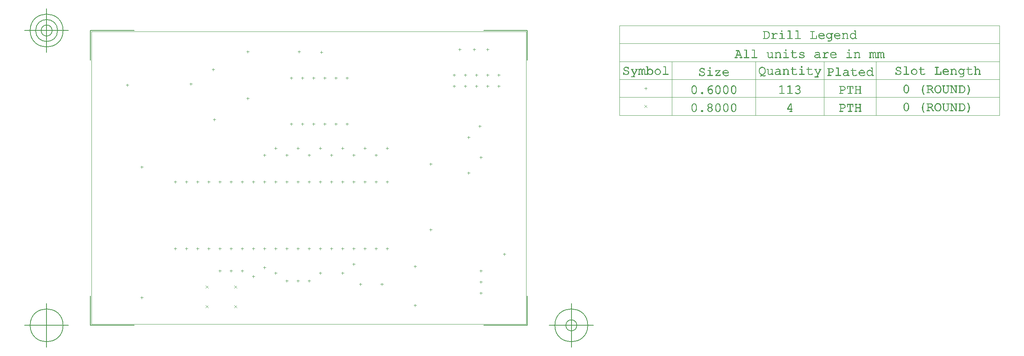
<source format=gbr>
G04 Generated by Ultiboard 14.0 *
%FSLAX34Y34*%
%MOMM*%

%ADD10C,0.0001*%
%ADD11C,0.0100*%
%ADD12C,0.0010*%
%ADD13C,0.1270*%
%ADD14C,0.1000*%


G04 ColorRGB 000000 for the following layer *
%LNDrill Symbols-Copper Top-Copper Bottom*%
%LPD*%
G54D11*
X563880Y154480D02*
X563880Y160480D01*
X560880Y157480D02*
X566880Y157480D01*
X609563Y157480D02*
X615563Y157480D01*
X612563Y154480D02*
X612563Y160480D01*
X367840Y468000D02*
X373840Y468000D01*
X370840Y465000D02*
X370840Y471000D01*
X472440Y465000D02*
X472440Y471000D01*
X469440Y468000D02*
X475440Y468000D01*
X624840Y465000D02*
X624840Y471000D01*
X621840Y468000D02*
X627840Y468000D01*
X342440Y452000D02*
X348440Y452000D01*
X345440Y449000D02*
X345440Y455000D01*
X393240Y452000D02*
X399240Y452000D01*
X396240Y449000D02*
X396240Y455000D01*
X444040Y452000D02*
X450040Y452000D01*
X447040Y449000D02*
X447040Y455000D01*
X545640Y452000D02*
X551640Y452000D01*
X548640Y449000D02*
X548640Y455000D01*
X596440Y452000D02*
X602440Y452000D01*
X599440Y449000D02*
X599440Y455000D01*
X418640Y468000D02*
X424640Y468000D01*
X421640Y465000D02*
X421640Y471000D01*
X520240Y468000D02*
X526240Y468000D01*
X523240Y465000D02*
X523240Y471000D01*
X571040Y468000D02*
X577040Y468000D01*
X574040Y465000D02*
X574040Y471000D01*
X345440Y192580D02*
X345440Y198580D01*
X342440Y195580D02*
X348440Y195580D01*
X367840Y182880D02*
X373840Y182880D01*
X370840Y179880D02*
X370840Y185880D01*
X393240Y165100D02*
X399240Y165100D01*
X396240Y162100D02*
X396240Y168100D01*
X317040Y175260D02*
X323040Y175260D01*
X320040Y172260D02*
X320040Y178260D01*
X418640Y165100D02*
X424640Y165100D01*
X421640Y162100D02*
X421640Y168100D01*
X444040Y165100D02*
X450040Y165100D01*
X447040Y162100D02*
X447040Y168100D01*
X469440Y182880D02*
X475440Y182880D01*
X472440Y179880D02*
X472440Y185880D01*
X523240Y179880D02*
X523240Y185880D01*
X520240Y182880D02*
X526240Y182880D01*
X548640Y200200D02*
X548640Y206200D01*
X545640Y203200D02*
X551640Y203200D01*
X819960Y693420D02*
X825960Y693420D01*
X822960Y690420D02*
X822960Y696420D01*
X786940Y693420D02*
X792940Y693420D01*
X789940Y690420D02*
X789940Y696420D01*
X850440Y693420D02*
X856440Y693420D01*
X853440Y690420D02*
X853440Y696420D01*
X240840Y187960D02*
X246840Y187960D01*
X243840Y184960D02*
X243840Y190960D01*
X266240Y187960D02*
X272240Y187960D01*
X269240Y184960D02*
X269240Y190960D01*
X291640Y187960D02*
X297640Y187960D01*
X294640Y184960D02*
X294640Y190960D01*
X494600Y452000D02*
X500600Y452000D01*
X497600Y449000D02*
X497600Y455000D01*
X63040Y425000D02*
X69040Y425000D01*
X66040Y422000D02*
X66040Y428000D01*
X406400Y625120D02*
X406400Y631120D01*
X403400Y628120D02*
X409400Y628120D01*
X428800Y628120D02*
X434800Y628120D01*
X431800Y625120D02*
X431800Y631120D01*
X454200Y628120D02*
X460200Y628120D01*
X457200Y625120D02*
X457200Y631120D01*
X482600Y625120D02*
X482600Y631120D01*
X479600Y628120D02*
X485600Y628120D01*
X505000Y628120D02*
X511000Y628120D01*
X508000Y625120D02*
X508000Y631120D01*
X533400Y625120D02*
X533400Y631120D01*
X530400Y628120D02*
X536400Y628120D01*
X403400Y523120D02*
X409400Y523120D01*
X406400Y520120D02*
X406400Y526120D01*
X428800Y523120D02*
X434800Y523120D01*
X431800Y520120D02*
X431800Y526120D01*
X457200Y520120D02*
X457200Y526120D01*
X454200Y523120D02*
X460200Y523120D01*
X482600Y520120D02*
X482600Y526120D01*
X479600Y523120D02*
X485600Y523120D01*
X505000Y523120D02*
X511000Y523120D01*
X508000Y520120D02*
X508000Y526120D01*
X530400Y523120D02*
X536400Y523120D01*
X533400Y520120D02*
X533400Y526120D01*
X835200Y137160D02*
X841200Y137160D01*
X838200Y134160D02*
X838200Y140160D01*
X835200Y162560D02*
X841200Y162560D01*
X838200Y159560D02*
X838200Y165560D01*
X835200Y187960D02*
X841200Y187960D01*
X838200Y184960D02*
X838200Y190960D01*
X276572Y103852D02*
X282228Y109508D01*
X276572Y109508D02*
X282228Y103852D01*
X276572Y148725D02*
X282228Y154382D01*
X276572Y154382D02*
X282228Y148725D01*
X211378Y103852D02*
X217035Y109508D01*
X211378Y109508D02*
X217035Y103852D01*
X211378Y148725D02*
X217035Y154382D01*
X211378Y154382D02*
X217035Y148725D01*
X723900Y278940D02*
X723900Y284940D01*
X720900Y281940D02*
X726900Y281940D01*
X424180Y685340D02*
X424180Y691340D01*
X421180Y688340D02*
X427180Y688340D01*
X225600Y647700D02*
X231600Y647700D01*
X228600Y644700D02*
X228600Y650700D01*
X307340Y685340D02*
X307340Y691340D01*
X304340Y688340D02*
X310340Y688340D01*
X838200Y444040D02*
X838200Y450040D01*
X835200Y447040D02*
X841200Y447040D01*
X807260Y411480D02*
X813260Y411480D01*
X810260Y408480D02*
X810260Y414480D01*
X774240Y635000D02*
X780240Y635000D01*
X777240Y632000D02*
X777240Y638000D01*
X777240Y606600D02*
X777240Y612600D01*
X774240Y609600D02*
X780240Y609600D01*
X878840Y606600D02*
X878840Y612600D01*
X875840Y609600D02*
X881840Y609600D01*
X850440Y609600D02*
X856440Y609600D01*
X853440Y606600D02*
X853440Y612600D01*
X825040Y609600D02*
X831040Y609600D01*
X828040Y606600D02*
X828040Y612600D01*
X875840Y635000D02*
X881840Y635000D01*
X878840Y632000D02*
X878840Y638000D01*
X799640Y635000D02*
X805640Y635000D01*
X802640Y632000D02*
X802640Y638000D01*
X802640Y606600D02*
X802640Y612600D01*
X799640Y609600D02*
X805640Y609600D01*
X828040Y632000D02*
X828040Y638000D01*
X825040Y635000D02*
X831040Y635000D01*
X850440Y635000D02*
X856440Y635000D01*
X853440Y632000D02*
X853440Y638000D01*
X215440Y238760D02*
X221440Y238760D01*
X218440Y235760D02*
X218440Y241760D01*
X621840Y238760D02*
X627840Y238760D01*
X624840Y235760D02*
X624840Y241760D01*
X266240Y391160D02*
X272240Y391160D01*
X269240Y388160D02*
X269240Y394160D01*
X190040Y391160D02*
X196040Y391160D01*
X193040Y388160D02*
X193040Y394160D01*
X164640Y391160D02*
X170640Y391160D01*
X167640Y388160D02*
X167640Y394160D01*
X139240Y391160D02*
X145240Y391160D01*
X142240Y388160D02*
X142240Y394160D01*
X243840Y388160D02*
X243840Y394160D01*
X240840Y391160D02*
X246840Y391160D01*
X215440Y391160D02*
X221440Y391160D01*
X218440Y388160D02*
X218440Y394160D01*
X418640Y391160D02*
X424640Y391160D01*
X421640Y388160D02*
X421640Y394160D01*
X342440Y391160D02*
X348440Y391160D01*
X345440Y388160D02*
X345440Y394160D01*
X320040Y388160D02*
X320040Y394160D01*
X317040Y391160D02*
X323040Y391160D01*
X291640Y391160D02*
X297640Y391160D01*
X294640Y388160D02*
X294640Y394160D01*
X396240Y388160D02*
X396240Y394160D01*
X393240Y391160D02*
X399240Y391160D01*
X367840Y391160D02*
X373840Y391160D01*
X370840Y388160D02*
X370840Y394160D01*
X497840Y388160D02*
X497840Y394160D01*
X494840Y391160D02*
X500840Y391160D01*
X472440Y388160D02*
X472440Y394160D01*
X469440Y391160D02*
X475440Y391160D01*
X444040Y391160D02*
X450040Y391160D01*
X447040Y388160D02*
X447040Y394160D01*
X574040Y388160D02*
X574040Y394160D01*
X571040Y391160D02*
X577040Y391160D01*
X548640Y388160D02*
X548640Y394160D01*
X545640Y391160D02*
X551640Y391160D01*
X520240Y391160D02*
X526240Y391160D01*
X523240Y388160D02*
X523240Y394160D01*
X596440Y391160D02*
X602440Y391160D01*
X599440Y388160D02*
X599440Y394160D01*
X621840Y391160D02*
X627840Y391160D01*
X624840Y388160D02*
X624840Y394160D01*
X139240Y238760D02*
X145240Y238760D01*
X142240Y235760D02*
X142240Y241760D01*
X266240Y238760D02*
X272240Y238760D01*
X269240Y235760D02*
X269240Y241760D01*
X190040Y238760D02*
X196040Y238760D01*
X193040Y235760D02*
X193040Y241760D01*
X167640Y235760D02*
X167640Y241760D01*
X164640Y238760D02*
X170640Y238760D01*
X243840Y235760D02*
X243840Y241760D01*
X240840Y238760D02*
X246840Y238760D01*
X418640Y238760D02*
X424640Y238760D01*
X421640Y235760D02*
X421640Y241760D01*
X342440Y238760D02*
X348440Y238760D01*
X345440Y235760D02*
X345440Y241760D01*
X317040Y238760D02*
X323040Y238760D01*
X320040Y235760D02*
X320040Y241760D01*
X294640Y235760D02*
X294640Y241760D01*
X291640Y238760D02*
X297640Y238760D01*
X370840Y235760D02*
X370840Y241760D01*
X367840Y238760D02*
X373840Y238760D01*
X396240Y235760D02*
X396240Y241760D01*
X393240Y238760D02*
X399240Y238760D01*
X497840Y235760D02*
X497840Y241760D01*
X494840Y238760D02*
X500840Y238760D01*
X444040Y238760D02*
X450040Y238760D01*
X447040Y235760D02*
X447040Y241760D01*
X469440Y238760D02*
X475440Y238760D01*
X472440Y235760D02*
X472440Y241760D01*
X574040Y235760D02*
X574040Y241760D01*
X571040Y238760D02*
X577040Y238760D01*
X520240Y238760D02*
X526240Y238760D01*
X523240Y235760D02*
X523240Y241760D01*
X548640Y235760D02*
X548640Y241760D01*
X545640Y238760D02*
X551640Y238760D01*
X596440Y238760D02*
X602440Y238760D01*
X599440Y235760D02*
X599440Y241760D01*
X835660Y515160D02*
X835660Y521160D01*
X832660Y518160D02*
X838660Y518160D01*
X228140Y533400D02*
X234140Y533400D01*
X231140Y530400D02*
X231140Y536400D01*
X471980Y687000D02*
X477980Y687000D01*
X474980Y684000D02*
X474980Y690000D01*
X720900Y431800D02*
X726900Y431800D01*
X723900Y428800D02*
X723900Y434800D01*
X66040Y124000D02*
X66040Y130000D01*
X63040Y127000D02*
X69040Y127000D01*
X30020Y612140D02*
X36020Y612140D01*
X33020Y609140D02*
X33020Y615140D01*
X177800Y611680D02*
X177800Y617680D01*
X174800Y614680D02*
X180800Y614680D01*
X807260Y492760D02*
X813260Y492760D01*
X810260Y489760D02*
X810260Y495760D01*
X307340Y578660D02*
X307340Y584660D01*
X304340Y581660D02*
X310340Y581660D01*
X688340Y195120D02*
X688340Y201120D01*
X685340Y198120D02*
X691340Y198120D01*
X685340Y109220D02*
X691340Y109220D01*
X688340Y106220D02*
X688340Y112220D01*
X888540Y226060D02*
X894540Y226060D01*
X891540Y223060D02*
X891540Y229060D01*
X1210520Y560772D02*
X1216177Y566428D01*
X1210520Y566428D02*
X1216177Y560772D01*
X1210349Y604600D02*
X1216349Y604600D01*
X1213349Y601600D02*
X1213349Y607600D01*
G54D12*
G36*
X1811953Y565614D02*
X1811953Y565614D01*
X1811712Y566984D01*
X1811916Y559097D01*
X1811953Y565614D01*
D02*
G37*
X1811712Y566984D01*
X1811916Y559097D01*
X1811953Y565614D01*
G36*
X1811953Y565614D01*
X1811916Y559097D01*
X1812034Y560978D01*
X1811953Y565614D01*
D02*
G37*
X1811916Y559097D01*
X1812034Y560978D01*
X1811953Y565614D01*
G36*
X1811953Y565614D01*
X1812034Y560978D01*
X1812034Y564025D01*
X1811953Y565614D01*
D02*
G37*
X1812034Y560978D01*
X1812034Y564025D01*
X1811953Y565614D01*
G36*
X1811411Y567910D02*
X1811411Y567910D01*
X1811916Y559097D01*
X1811712Y566984D01*
X1811411Y567910D01*
D02*
G37*
X1811916Y559097D01*
X1811712Y566984D01*
X1811411Y567910D01*
G36*
X1811916Y559097D02*
X1811916Y559097D01*
X1811411Y567910D01*
X1810979Y568932D01*
X1811916Y559097D01*
D02*
G37*
X1811411Y567910D01*
X1810979Y568932D01*
X1811916Y559097D01*
G36*
X1810979Y568932D02*
X1810979Y568932D01*
X1810971Y555954D01*
X1811916Y559097D01*
X1810979Y568932D01*
D02*
G37*
X1810971Y555954D01*
X1811916Y559097D01*
X1810979Y568932D01*
G36*
X1810971Y555954D02*
X1810971Y555954D01*
X1810979Y568932D01*
X1810803Y563864D01*
X1810971Y555954D01*
D02*
G37*
X1810979Y568932D01*
X1810803Y563864D01*
X1810971Y555954D01*
G36*
X1810803Y563864D02*
X1810803Y563864D01*
X1810803Y561154D01*
X1810971Y555954D01*
X1810803Y563864D01*
D02*
G37*
X1810803Y561154D01*
X1810971Y555954D01*
X1810803Y563864D01*
G36*
X1809207Y569503D02*
X1809207Y569503D01*
X1809298Y571190D01*
X1808786Y569979D01*
X1809207Y569503D01*
D02*
G37*
X1809298Y571190D01*
X1808786Y569979D01*
X1809207Y569503D01*
G36*
X1809298Y571190D02*
X1809298Y571190D01*
X1809207Y569503D01*
X1809791Y568458D01*
X1809298Y571190D01*
D02*
G37*
X1809207Y569503D01*
X1809791Y568458D01*
X1809298Y571190D01*
G36*
X1809791Y568458D02*
X1809791Y568458D01*
X1810042Y570499D01*
X1809298Y571190D01*
X1809791Y568458D01*
D02*
G37*
X1810042Y570499D01*
X1809298Y571190D01*
X1809791Y568458D01*
G36*
X1810042Y570499D02*
X1810042Y570499D01*
X1809791Y568458D01*
X1810313Y567108D01*
X1810042Y570499D01*
D02*
G37*
X1809791Y568458D01*
X1810313Y567108D01*
X1810042Y570499D01*
G36*
X1810313Y567108D02*
X1810313Y567108D01*
X1810496Y569859D01*
X1810042Y570499D01*
X1810313Y567108D01*
D02*
G37*
X1810496Y569859D01*
X1810042Y570499D01*
X1810313Y567108D01*
G36*
X1810496Y569859D02*
X1810496Y569859D01*
X1810313Y567108D01*
X1810681Y565546D01*
X1810496Y569859D01*
D02*
G37*
X1810313Y567108D01*
X1810681Y565546D01*
X1810496Y569859D01*
G36*
X1810681Y565546D02*
X1810681Y565546D01*
X1810979Y568932D01*
X1810496Y569859D01*
X1810681Y565546D01*
D02*
G37*
X1810979Y568932D01*
X1810496Y569859D01*
X1810681Y565546D01*
G36*
X1810979Y568932D02*
X1810979Y568932D01*
X1810681Y565546D01*
X1810803Y563864D01*
X1810979Y568932D01*
D02*
G37*
X1810681Y565546D01*
X1810803Y563864D01*
X1810979Y568932D01*
G36*
X1807368Y570767D02*
X1807368Y570767D01*
X1807427Y572032D01*
X1806380Y570895D01*
X1807368Y570767D01*
D02*
G37*
X1807427Y572032D01*
X1806380Y570895D01*
X1807368Y570767D01*
G36*
X1807427Y572032D02*
X1807427Y572032D01*
X1807368Y570767D01*
X1808255Y570382D01*
X1807427Y572032D01*
D02*
G37*
X1807368Y570767D01*
X1808255Y570382D01*
X1807427Y572032D01*
G36*
X1808255Y570382D02*
X1808255Y570382D01*
X1808416Y571708D01*
X1807427Y572032D01*
X1808255Y570382D01*
D02*
G37*
X1808416Y571708D01*
X1807427Y572032D01*
X1808255Y570382D01*
G36*
X1808416Y571708D02*
X1808416Y571708D01*
X1808255Y570382D01*
X1808786Y569979D01*
X1808416Y571708D01*
D02*
G37*
X1808255Y570382D01*
X1808786Y569979D01*
X1808416Y571708D01*
G36*
X1808786Y569979D02*
X1808786Y569979D01*
X1809298Y571190D01*
X1808416Y571708D01*
X1808786Y569979D01*
D02*
G37*
X1809298Y571190D01*
X1808416Y571708D01*
X1808786Y569979D01*
G36*
X1802630Y567687D02*
X1802630Y567687D01*
X1802630Y570324D01*
X1802044Y565226D01*
X1802630Y567687D01*
D02*
G37*
X1802630Y570324D01*
X1802044Y565226D01*
X1802630Y567687D01*
G36*
X1802630Y570324D02*
X1802630Y570324D01*
X1802630Y567687D01*
X1803142Y568786D01*
X1802630Y570324D01*
D02*
G37*
X1802630Y567687D01*
X1803142Y568786D01*
X1802630Y570324D01*
G36*
X1803142Y568786D02*
X1803142Y568786D01*
X1803418Y571118D01*
X1802630Y570324D01*
X1803142Y568786D01*
D02*
G37*
X1803418Y571118D01*
X1802630Y570324D01*
X1803142Y568786D01*
G36*
X1803418Y571118D02*
X1803418Y571118D01*
X1803142Y568786D01*
X1803784Y569708D01*
X1803418Y571118D01*
D02*
G37*
X1803142Y568786D01*
X1803784Y569708D01*
X1803418Y571118D01*
G36*
X1803784Y569708D02*
X1803784Y569708D01*
X1805285Y572027D01*
X1803418Y571118D01*
X1803784Y569708D01*
D02*
G37*
X1805285Y572027D01*
X1803418Y571118D01*
X1803784Y569708D01*
G36*
X1805285Y572027D02*
X1805285Y572027D01*
X1803784Y569708D01*
X1805403Y570763D01*
X1805285Y572027D01*
D02*
G37*
X1803784Y569708D01*
X1805403Y570763D01*
X1805285Y572027D01*
G36*
X1805403Y570763D02*
X1805403Y570763D01*
X1806365Y572140D01*
X1805285Y572027D01*
X1805403Y570763D01*
D02*
G37*
X1806365Y572140D01*
X1805285Y572027D01*
X1805403Y570763D01*
G36*
X1806365Y572140D02*
X1806365Y572140D01*
X1805403Y570763D01*
X1806380Y570895D01*
X1806365Y572140D01*
D02*
G37*
X1805403Y570763D01*
X1806380Y570895D01*
X1806365Y572140D01*
G36*
X1806380Y570895D02*
X1806380Y570895D01*
X1807427Y572032D01*
X1806365Y572140D01*
X1806380Y570895D01*
D02*
G37*
X1807427Y572032D01*
X1806365Y572140D01*
X1806380Y570895D01*
G36*
X1801803Y569062D02*
X1801803Y569062D01*
X1800858Y565913D01*
X1801077Y558034D01*
X1801803Y569062D01*
D02*
G37*
X1800858Y565913D01*
X1801077Y558034D01*
X1801803Y569062D01*
G36*
X1801803Y569062D01*
X1801077Y558034D01*
X1801368Y557096D01*
X1801803Y569062D01*
D02*
G37*
X1801077Y558034D01*
X1801368Y557096D01*
X1801803Y569062D01*
G36*
X1801803Y569062D01*
X1801368Y557096D01*
X1801802Y556071D01*
X1801803Y569062D01*
D02*
G37*
X1801368Y557096D01*
X1801802Y556071D01*
X1801803Y569062D01*
G36*
X1801803Y569062D01*
X1801802Y556071D01*
X1801970Y561154D01*
X1801803Y569062D01*
D02*
G37*
X1801802Y556071D01*
X1801970Y561154D01*
X1801803Y569062D01*
G36*
X1801803Y569062D01*
X1801970Y561154D01*
X1801970Y563864D01*
X1801803Y569062D01*
D02*
G37*
X1801970Y561154D01*
X1801970Y563864D01*
X1801803Y569062D01*
G36*
X1801803Y569062D01*
X1801970Y563864D01*
X1802044Y565226D01*
X1801803Y569062D01*
D02*
G37*
X1801970Y563864D01*
X1802044Y565226D01*
X1801803Y569062D01*
G36*
X1801803Y569062D01*
X1802044Y565226D01*
X1802630Y570324D01*
X1801803Y569062D01*
D02*
G37*
X1802044Y565226D01*
X1802630Y570324D01*
X1801803Y569062D01*
G36*
X1810730Y559791D02*
X1810730Y559791D01*
X1810971Y555954D01*
X1810803Y561154D01*
X1810730Y559791D01*
D02*
G37*
X1810971Y555954D01*
X1810803Y561154D01*
X1810730Y559791D01*
G36*
X1810971Y555954D02*
X1810971Y555954D01*
X1810730Y559791D01*
X1810144Y557326D01*
X1810971Y555954D01*
D02*
G37*
X1810730Y559791D01*
X1810144Y557326D01*
X1810971Y555954D01*
G36*
X1810144Y557326D02*
X1810144Y557326D01*
X1810144Y554694D01*
X1810971Y555954D01*
X1810144Y557326D01*
D02*
G37*
X1810144Y554694D01*
X1810971Y555954D01*
X1810144Y557326D01*
G36*
X1810144Y554694D02*
X1810144Y554694D01*
X1810144Y557326D01*
X1809631Y556225D01*
X1810144Y554694D01*
D02*
G37*
X1810144Y557326D01*
X1809631Y556225D01*
X1810144Y554694D01*
G36*
X1809631Y556225D02*
X1809631Y556225D01*
X1809356Y553899D01*
X1810144Y554694D01*
X1809631Y556225D01*
D02*
G37*
X1809356Y553899D01*
X1810144Y554694D01*
X1809631Y556225D01*
G36*
X1809356Y553899D02*
X1809356Y553899D01*
X1809631Y556225D01*
X1808991Y555298D01*
X1809356Y553899D01*
D02*
G37*
X1809631Y556225D01*
X1808991Y555298D01*
X1809356Y553899D01*
G36*
X1808991Y555298D02*
X1808991Y555298D01*
X1807488Y552991D01*
X1809356Y553899D01*
X1808991Y555298D01*
D02*
G37*
X1807488Y552991D01*
X1809356Y553899D01*
X1808991Y555298D01*
G36*
X1807488Y552991D02*
X1807488Y552991D01*
X1808991Y555298D01*
X1807379Y554240D01*
X1807488Y552991D01*
D02*
G37*
X1808991Y555298D01*
X1807379Y554240D01*
X1807488Y552991D01*
G36*
X1807379Y554240D02*
X1807379Y554240D01*
X1806409Y554108D01*
X1807488Y552991D01*
X1807379Y554240D01*
D02*
G37*
X1806409Y554108D01*
X1807488Y552991D01*
X1807379Y554240D01*
G36*
X1806409Y554108D02*
X1806409Y554108D01*
X1806409Y552878D01*
X1807488Y552991D01*
X1806409Y554108D01*
D02*
G37*
X1806409Y552878D01*
X1807488Y552991D01*
X1806409Y554108D01*
G36*
X1806409Y552878D02*
X1806409Y552878D01*
X1806409Y554108D01*
X1805409Y554240D01*
X1806409Y552878D01*
D02*
G37*
X1806409Y554108D01*
X1805409Y554240D01*
X1806409Y552878D01*
G36*
X1805409Y554240D02*
X1805409Y554240D01*
X1805356Y552986D01*
X1806409Y552878D01*
X1805409Y554240D01*
D02*
G37*
X1805356Y552986D01*
X1806409Y552878D01*
X1805409Y554240D01*
G36*
X1805356Y552986D02*
X1805356Y552986D01*
X1805409Y554240D01*
X1804519Y554635D01*
X1805356Y552986D01*
D02*
G37*
X1805409Y554240D01*
X1804519Y554635D01*
X1805356Y552986D01*
G36*
X1804519Y554635D02*
X1804519Y554635D01*
X1804365Y553310D01*
X1805356Y552986D01*
X1804519Y554635D01*
D02*
G37*
X1804365Y553310D01*
X1805356Y552986D01*
X1804519Y554635D01*
G36*
X1804365Y553310D02*
X1804365Y553310D01*
X1804519Y554635D01*
X1803992Y555034D01*
X1804365Y553310D01*
D02*
G37*
X1804519Y554635D01*
X1803992Y555034D01*
X1804365Y553310D01*
G36*
X1803992Y555034D02*
X1803992Y555034D01*
X1803582Y555499D01*
X1804365Y553310D01*
X1803992Y555034D01*
D02*
G37*
X1803582Y555499D01*
X1804365Y553310D01*
X1803992Y555034D01*
G36*
X1803582Y555499D02*
X1803582Y555499D01*
X1803477Y553828D01*
X1804365Y553310D01*
X1803582Y555499D01*
D02*
G37*
X1803477Y553828D01*
X1804365Y553310D01*
X1803582Y555499D01*
G36*
X1803477Y553828D02*
X1803477Y553828D01*
X1803582Y555499D01*
X1802987Y556547D01*
X1803477Y553828D01*
D02*
G37*
X1803582Y555499D01*
X1802987Y556547D01*
X1803477Y553828D01*
G36*
X1802987Y556547D02*
X1802987Y556547D01*
X1802732Y554518D01*
X1803477Y553828D01*
X1802987Y556547D01*
D02*
G37*
X1802732Y554518D01*
X1803477Y553828D01*
X1802987Y556547D01*
G36*
X1802732Y554518D02*
X1802732Y554518D01*
X1802987Y556547D01*
X1802461Y557902D01*
X1802732Y554518D01*
D02*
G37*
X1802987Y556547D01*
X1802461Y557902D01*
X1802732Y554518D01*
G36*
X1802461Y557902D02*
X1802461Y557902D01*
X1802287Y555148D01*
X1802732Y554518D01*
X1802461Y557902D01*
D02*
G37*
X1802287Y555148D01*
X1802732Y554518D01*
X1802461Y557902D01*
G36*
X1802287Y555148D02*
X1802287Y555148D01*
X1802461Y557902D01*
X1802093Y559469D01*
X1802287Y555148D01*
D02*
G37*
X1802461Y557902D01*
X1802093Y559469D01*
X1802287Y555148D01*
G36*
X1802093Y559469D02*
X1802093Y559469D01*
X1801970Y561154D01*
X1802287Y555148D01*
X1802093Y559469D01*
D02*
G37*
X1801970Y561154D01*
X1802287Y555148D01*
X1802093Y559469D01*
G36*
X1800824Y559400D02*
X1800824Y559400D01*
X1801077Y558034D01*
X1800858Y565913D01*
X1800824Y559400D01*
D02*
G37*
X1801077Y558034D01*
X1800858Y565913D01*
X1800824Y559400D01*
G36*
X1800824Y559400D01*
X1800858Y565913D01*
X1800740Y564025D01*
X1800824Y559400D01*
D02*
G37*
X1800858Y565913D01*
X1800740Y564025D01*
X1800824Y559400D01*
G36*
X1800824Y559400D01*
X1800740Y564025D01*
X1800740Y560978D01*
X1800824Y559400D01*
D02*
G37*
X1800740Y564025D01*
X1800740Y560978D01*
X1800824Y559400D01*
G36*
X1801970Y561154D02*
X1801970Y561154D01*
X1801802Y556071D01*
X1802287Y555148D01*
X1801970Y561154D01*
D02*
G37*
X1801802Y556071D01*
X1802287Y555148D01*
X1801970Y561154D01*
G36*
X1847159Y571331D02*
X1847159Y571331D01*
X1847022Y571525D01*
X1847102Y570778D01*
X1847159Y571331D01*
D02*
G37*
X1847022Y571525D01*
X1847102Y570778D01*
X1847159Y571331D01*
G36*
X1847159Y571331D01*
X1847102Y570778D01*
X1847179Y570946D01*
X1847159Y571331D01*
D02*
G37*
X1847102Y570778D01*
X1847179Y570946D01*
X1847159Y571331D01*
G36*
X1847159Y571331D01*
X1847179Y570946D01*
X1847205Y571100D01*
X1847159Y571331D01*
D02*
G37*
X1847179Y570946D01*
X1847205Y571100D01*
X1847159Y571331D01*
G36*
X1847102Y570778D02*
X1847102Y570778D01*
X1847022Y571525D01*
X1846818Y571657D01*
X1847102Y570778D01*
D02*
G37*
X1847022Y571525D01*
X1846818Y571657D01*
X1847102Y570778D01*
G36*
X1847102Y570778D01*
X1846818Y571657D01*
X1846575Y571701D01*
X1847102Y570778D01*
D02*
G37*
X1846818Y571657D01*
X1846575Y571701D01*
X1847102Y570778D01*
G36*
X1847102Y570778D01*
X1846575Y571701D01*
X1846377Y571660D01*
X1847102Y570778D01*
D02*
G37*
X1846575Y571701D01*
X1846377Y571660D01*
X1847102Y570778D01*
G36*
X1847102Y570778D01*
X1846377Y571660D01*
X1846194Y571539D01*
X1847102Y570778D01*
D02*
G37*
X1846377Y571660D01*
X1846194Y571539D01*
X1847102Y570778D01*
G36*
X1847102Y570778D01*
X1846194Y571539D01*
X1845722Y567958D01*
X1847102Y570778D01*
D02*
G37*
X1846194Y571539D01*
X1845722Y567958D01*
X1847102Y570778D01*
G36*
X1844286Y563014D02*
X1844286Y563014D01*
X1844378Y568551D01*
X1844114Y560612D01*
X1844286Y563014D01*
D02*
G37*
X1844378Y568551D01*
X1844114Y560612D01*
X1844286Y563014D01*
G36*
X1844378Y568551D02*
X1844378Y568551D01*
X1844286Y563014D01*
X1844802Y565416D01*
X1844378Y568551D01*
D02*
G37*
X1844286Y563014D01*
X1844802Y565416D01*
X1844378Y568551D01*
G36*
X1844802Y565416D02*
X1844802Y565416D01*
X1845454Y570536D01*
X1844378Y568551D01*
X1844802Y565416D01*
D02*
G37*
X1845454Y570536D01*
X1844378Y568551D01*
X1844802Y565416D01*
G36*
X1845454Y570536D02*
X1845454Y570536D01*
X1844802Y565416D01*
X1845722Y567958D01*
X1845454Y570536D01*
D02*
G37*
X1844802Y565416D01*
X1845722Y567958D01*
X1845454Y570536D01*
G36*
X1845722Y567958D02*
X1845722Y567958D01*
X1846194Y571539D01*
X1845454Y570536D01*
X1845722Y567958D01*
D02*
G37*
X1846194Y571539D01*
X1845454Y570536D01*
X1845722Y567958D01*
G36*
X1844378Y568551D02*
X1844378Y568551D01*
X1843381Y554862D01*
X1844114Y560612D01*
X1844378Y568551D01*
D02*
G37*
X1843381Y554862D01*
X1844114Y560612D01*
X1844378Y568551D01*
G36*
X1843381Y554862D02*
X1843381Y554862D01*
X1844378Y568551D01*
X1843334Y566222D01*
X1843381Y554862D01*
D02*
G37*
X1844378Y568551D01*
X1843334Y566222D01*
X1843381Y554862D01*
G36*
X1843334Y566222D02*
X1843334Y566222D01*
X1842722Y556862D01*
X1843381Y554862D01*
X1843334Y566222D01*
D02*
G37*
X1842722Y556862D01*
X1843381Y554862D01*
X1843334Y566222D01*
G36*
X1842722Y556862D02*
X1842722Y556862D01*
X1843334Y566222D01*
X1842693Y564186D01*
X1842722Y556862D01*
D02*
G37*
X1843334Y566222D01*
X1842693Y564186D01*
X1842722Y556862D01*
G36*
X1842693Y564186D02*
X1842693Y564186D01*
X1842371Y558729D01*
X1842722Y556862D01*
X1842693Y564186D01*
D02*
G37*
X1842371Y558729D01*
X1842722Y556862D01*
X1842693Y564186D01*
G36*
X1842371Y558729D02*
X1842371Y558729D01*
X1842693Y564186D01*
X1842363Y562348D01*
X1842371Y558729D01*
D02*
G37*
X1842693Y564186D01*
X1842363Y562348D01*
X1842371Y558729D01*
G36*
X1842363Y562348D02*
X1842363Y562348D01*
X1842254Y560612D01*
X1842371Y558729D01*
X1842363Y562348D01*
D02*
G37*
X1842254Y560612D01*
X1842371Y558729D01*
X1842363Y562348D01*
G36*
X1847022Y549692D02*
X1847022Y549692D01*
X1847102Y550446D01*
X1846818Y549554D01*
X1847022Y549692D01*
D02*
G37*
X1847102Y550446D01*
X1846818Y549554D01*
X1847022Y549692D01*
G36*
X1847102Y550446D02*
X1847102Y550446D01*
X1847022Y549692D01*
X1847159Y549891D01*
X1847102Y550446D01*
D02*
G37*
X1847022Y549692D01*
X1847159Y549891D01*
X1847102Y550446D01*
G36*
X1847159Y549891D02*
X1847159Y549891D01*
X1847179Y550277D01*
X1847102Y550446D01*
X1847159Y549891D01*
D02*
G37*
X1847179Y550277D01*
X1847102Y550446D01*
X1847159Y549891D01*
G36*
X1847179Y550277D02*
X1847179Y550277D01*
X1847159Y549891D01*
X1847205Y550124D01*
X1847179Y550277D01*
D02*
G37*
X1847159Y549891D01*
X1847205Y550124D01*
X1847179Y550277D01*
G36*
X1847102Y550446D02*
X1847102Y550446D01*
X1845722Y553255D01*
X1846194Y549670D01*
X1847102Y550446D01*
D02*
G37*
X1845722Y553255D01*
X1846194Y549670D01*
X1847102Y550446D01*
G36*
X1847102Y550446D01*
X1846194Y549670D01*
X1846377Y549549D01*
X1847102Y550446D01*
D02*
G37*
X1846194Y549670D01*
X1846377Y549549D01*
X1847102Y550446D01*
G36*
X1847102Y550446D01*
X1846377Y549549D01*
X1846575Y549508D01*
X1847102Y550446D01*
D02*
G37*
X1846377Y549549D01*
X1846575Y549508D01*
X1847102Y550446D01*
G36*
X1847102Y550446D01*
X1846575Y549508D01*
X1846818Y549554D01*
X1847102Y550446D01*
D02*
G37*
X1846575Y549508D01*
X1846818Y549554D01*
X1847102Y550446D01*
G36*
X1845722Y553255D02*
X1845722Y553255D01*
X1845480Y550647D01*
X1846194Y549670D01*
X1845722Y553255D01*
D02*
G37*
X1845480Y550647D01*
X1846194Y549670D01*
X1845722Y553255D01*
G36*
X1845480Y550647D02*
X1845480Y550647D01*
X1845722Y553255D01*
X1844802Y555792D01*
X1845480Y550647D01*
D02*
G37*
X1845722Y553255D01*
X1844802Y555792D01*
X1845480Y550647D01*
G36*
X1844802Y555792D02*
X1844802Y555792D01*
X1844421Y552585D01*
X1845480Y550647D01*
X1844802Y555792D01*
D02*
G37*
X1844421Y552585D01*
X1845480Y550647D01*
X1844802Y555792D01*
G36*
X1844421Y552585D02*
X1844421Y552585D01*
X1844802Y555792D01*
X1844286Y558198D01*
X1844421Y552585D01*
D02*
G37*
X1844802Y555792D01*
X1844286Y558198D01*
X1844421Y552585D01*
G36*
X1844286Y558198D02*
X1844286Y558198D01*
X1844114Y560612D01*
X1844421Y552585D01*
X1844286Y558198D01*
D02*
G37*
X1844114Y560612D01*
X1844421Y552585D01*
X1844286Y558198D01*
G36*
X1844421Y552585D02*
X1844421Y552585D01*
X1844114Y560612D01*
X1843381Y554862D01*
X1844421Y552585D01*
D02*
G37*
X1844114Y560612D01*
X1843381Y554862D01*
X1844421Y552585D01*
G36*
X1866296Y566602D02*
X1866296Y566602D01*
X1866151Y564429D01*
X1866394Y565709D01*
X1866296Y566602D01*
D02*
G37*
X1866151Y564429D01*
X1866394Y565709D01*
X1866296Y566602D01*
G36*
X1866151Y564429D02*
X1866151Y564429D01*
X1866296Y566602D01*
X1865508Y568246D01*
X1866151Y564429D01*
D02*
G37*
X1866296Y566602D01*
X1865508Y568246D01*
X1866151Y564429D01*
G36*
X1865508Y568246D02*
X1865508Y568246D01*
X1865420Y563226D01*
X1866151Y564429D01*
X1865508Y568246D01*
D02*
G37*
X1865420Y563226D01*
X1866151Y564429D01*
X1865508Y568246D01*
G36*
X1865420Y563226D02*
X1865420Y563226D01*
X1865508Y568246D01*
X1865164Y565768D01*
X1865420Y563226D01*
D02*
G37*
X1865508Y568246D01*
X1865164Y565768D01*
X1865420Y563226D01*
G36*
X1865164Y565768D02*
X1865164Y565768D01*
X1865015Y564955D01*
X1865420Y563226D01*
X1865164Y565768D01*
D02*
G37*
X1865015Y564955D01*
X1865420Y563226D01*
X1865164Y565768D01*
G36*
X1863926Y568112D02*
X1863926Y568112D01*
X1863987Y569636D01*
X1863274Y568599D01*
X1863926Y568112D01*
D02*
G37*
X1863987Y569636D01*
X1863274Y568599D01*
X1863926Y568112D01*
G36*
X1863987Y569636D02*
X1863987Y569636D01*
X1863926Y568112D01*
X1864467Y567548D01*
X1863987Y569636D01*
D02*
G37*
X1863926Y568112D01*
X1864467Y567548D01*
X1863987Y569636D01*
G36*
X1864467Y567548D02*
X1864467Y567548D01*
X1864819Y568998D01*
X1863987Y569636D01*
X1864467Y567548D01*
D02*
G37*
X1864819Y568998D01*
X1863987Y569636D01*
X1864467Y567548D01*
G36*
X1864819Y568998D02*
X1864819Y568998D01*
X1864467Y567548D01*
X1865086Y566376D01*
X1864819Y568998D01*
D02*
G37*
X1864467Y567548D01*
X1865086Y566376D01*
X1864819Y568998D01*
G36*
X1865086Y566376D02*
X1865086Y566376D01*
X1865508Y568246D01*
X1864819Y568998D01*
X1865086Y566376D01*
D02*
G37*
X1865508Y568246D01*
X1864819Y568998D01*
X1865086Y566376D01*
G36*
X1865508Y568246D02*
X1865508Y568246D01*
X1865086Y566376D01*
X1865164Y565768D01*
X1865508Y568246D01*
D02*
G37*
X1865086Y566376D01*
X1865164Y565768D01*
X1865508Y568246D01*
G36*
X1860916Y569225D02*
X1860916Y569225D01*
X1860945Y570455D01*
X1856389Y569225D01*
X1860916Y569225D01*
D02*
G37*
X1860945Y570455D01*
X1856389Y569225D01*
X1860916Y569225D01*
G36*
X1860945Y570455D02*
X1860945Y570455D01*
X1860916Y569225D01*
X1861768Y569155D01*
X1860945Y570455D01*
D02*
G37*
X1860916Y569225D01*
X1861768Y569155D01*
X1860945Y570455D01*
G36*
X1861768Y569155D02*
X1861768Y569155D01*
X1862050Y570364D01*
X1860945Y570455D01*
X1861768Y569155D01*
D02*
G37*
X1862050Y570364D01*
X1860945Y570455D01*
X1861768Y569155D01*
G36*
X1862050Y570364D02*
X1862050Y570364D01*
X1861768Y569155D01*
X1863274Y568599D01*
X1862050Y570364D01*
D02*
G37*
X1861768Y569155D01*
X1863274Y568599D01*
X1862050Y570364D01*
G36*
X1863274Y568599D02*
X1863274Y568599D01*
X1863987Y569636D01*
X1862050Y570364D01*
X1863274Y568599D01*
D02*
G37*
X1863987Y569636D01*
X1862050Y570364D01*
X1863274Y568599D01*
G36*
X1859744Y562194D02*
X1859744Y562194D01*
X1860300Y560963D01*
X1861280Y562340D01*
X1859744Y562194D01*
D02*
G37*
X1860300Y560963D01*
X1861280Y562340D01*
X1859744Y562194D01*
G36*
X1860300Y560963D02*
X1860300Y560963D01*
X1859744Y562194D01*
X1856389Y562194D01*
X1860300Y560963D01*
D02*
G37*
X1859744Y562194D01*
X1856389Y562194D01*
X1860300Y560963D01*
G36*
X1856389Y562194D02*
X1856389Y562194D01*
X1856389Y560963D01*
X1860300Y560963D01*
X1856389Y562194D01*
D02*
G37*
X1856389Y560963D01*
X1860300Y560963D01*
X1856389Y562194D01*
G36*
X1856389Y560963D02*
X1856389Y560963D01*
X1856389Y569225D01*
X1856389Y560963D01*
D02*
G37*
X1856389Y569225D01*
X1856389Y560963D01*
G36*
X1856389Y569225D02*
X1856389Y569225D01*
X1856389Y554547D01*
X1856389Y560963D01*
X1856389Y569225D01*
D02*
G37*
X1856389Y554547D01*
X1856389Y560963D01*
X1856389Y569225D01*
G36*
X1856389Y554547D02*
X1856389Y554547D01*
X1856389Y569225D01*
X1855159Y569225D01*
X1856389Y554547D01*
D02*
G37*
X1856389Y569225D01*
X1855159Y569225D01*
X1856389Y554547D01*
G36*
X1855159Y569225D02*
X1855159Y569225D01*
X1855159Y554547D01*
X1856389Y554547D01*
X1855159Y569225D01*
D02*
G37*
X1855159Y554547D01*
X1856389Y554547D01*
X1855159Y569225D01*
G36*
X1852731Y569589D02*
X1852731Y569589D01*
X1852731Y570091D01*
X1852683Y569840D01*
X1852731Y569589D01*
D02*
G37*
X1852731Y570091D01*
X1852683Y569840D01*
X1852731Y569589D01*
G36*
X1852731Y570091D02*
X1852731Y570091D01*
X1852731Y569589D01*
X1852874Y569393D01*
X1852731Y570091D01*
D02*
G37*
X1852731Y569589D01*
X1852874Y569393D01*
X1852731Y570091D01*
G36*
X1852874Y569393D02*
X1852874Y569393D01*
X1852874Y570287D01*
X1852731Y570091D01*
X1852874Y569393D01*
D02*
G37*
X1852874Y570287D01*
X1852731Y570091D01*
X1852874Y569393D01*
G36*
X1852874Y570287D02*
X1852874Y570287D01*
X1852874Y569393D01*
X1853126Y569267D01*
X1852874Y570287D01*
D02*
G37*
X1852874Y569393D01*
X1853126Y569267D01*
X1852874Y570287D01*
G36*
X1853126Y569267D02*
X1853126Y569267D01*
X1853126Y570413D01*
X1852874Y570287D01*
X1853126Y569267D01*
D02*
G37*
X1853126Y570413D01*
X1852874Y570287D01*
X1853126Y569267D01*
G36*
X1853126Y570413D02*
X1853126Y570413D01*
X1853126Y569267D01*
X1853504Y569225D01*
X1853126Y570413D01*
D02*
G37*
X1853126Y569267D01*
X1853504Y569225D01*
X1853126Y570413D01*
G36*
X1853504Y569225D02*
X1853504Y569225D01*
X1853504Y570455D01*
X1853126Y570413D01*
X1853504Y569225D01*
D02*
G37*
X1853504Y570455D01*
X1853126Y570413D01*
X1853504Y569225D01*
G36*
X1853504Y570455D02*
X1853504Y570455D01*
X1853504Y569225D01*
X1855159Y569225D01*
X1853504Y570455D01*
D02*
G37*
X1853504Y569225D01*
X1855159Y569225D01*
X1853504Y570455D01*
G36*
X1855159Y569225D02*
X1855159Y569225D01*
X1860945Y570455D01*
X1853504Y570455D01*
X1855159Y569225D01*
D02*
G37*
X1860945Y570455D01*
X1853504Y570455D01*
X1855159Y569225D01*
G36*
X1860945Y570455D02*
X1860945Y570455D01*
X1855159Y569225D01*
X1856389Y569225D01*
X1860945Y570455D01*
D02*
G37*
X1855159Y569225D01*
X1856389Y569225D01*
X1860945Y570455D01*
G36*
X1864851Y562668D02*
X1864851Y562668D01*
X1865420Y563226D01*
X1865015Y564955D01*
X1864851Y562668D01*
D02*
G37*
X1865420Y563226D01*
X1865015Y564955D01*
X1864851Y562668D01*
G36*
X1864851Y562668D01*
X1865015Y564955D01*
X1864570Y564157D01*
X1864851Y562668D01*
D02*
G37*
X1865015Y564955D01*
X1864570Y564157D01*
X1864851Y562668D01*
G36*
X1864851Y562668D01*
X1864570Y564157D01*
X1863798Y563417D01*
X1864851Y562668D01*
D02*
G37*
X1864570Y564157D01*
X1863798Y563417D01*
X1864851Y562668D01*
G36*
X1864851Y562668D01*
X1863798Y563417D01*
X1863221Y561698D01*
X1864851Y562668D01*
D02*
G37*
X1863798Y563417D01*
X1863221Y561698D01*
X1864851Y562668D01*
G36*
X1861833Y560033D02*
X1861833Y560033D01*
X1861280Y562340D01*
X1860300Y560963D01*
X1861833Y560033D01*
D02*
G37*
X1861280Y562340D01*
X1860300Y560963D01*
X1861833Y560033D01*
G36*
X1861280Y562340D02*
X1861280Y562340D01*
X1861833Y560033D01*
X1862161Y561286D01*
X1861280Y562340D01*
D02*
G37*
X1861833Y560033D01*
X1862161Y561286D01*
X1861280Y562340D01*
G36*
X1862161Y561286D02*
X1862161Y561286D01*
X1862666Y562780D01*
X1861280Y562340D01*
X1862161Y561286D01*
D02*
G37*
X1862666Y562780D01*
X1861280Y562340D01*
X1862161Y561286D01*
G36*
X1862666Y562780D02*
X1862666Y562780D01*
X1862161Y561286D01*
X1863221Y561698D01*
X1862666Y562780D01*
D02*
G37*
X1862161Y561286D01*
X1863221Y561698D01*
X1862666Y562780D01*
G36*
X1863221Y561698D02*
X1863221Y561698D01*
X1863798Y563417D01*
X1862666Y562780D01*
X1863221Y561698D01*
D02*
G37*
X1863798Y563417D01*
X1862666Y562780D01*
X1863221Y561698D01*
G36*
X1869130Y554183D02*
X1869130Y554183D01*
X1869130Y553690D01*
X1869177Y553932D01*
X1869130Y554183D01*
D02*
G37*
X1869130Y553690D01*
X1869177Y553932D01*
X1869130Y554183D01*
G36*
X1869130Y553690D02*
X1869130Y553690D01*
X1869130Y554183D01*
X1868987Y554379D01*
X1869130Y553690D01*
D02*
G37*
X1869130Y554183D01*
X1868987Y554379D01*
X1869130Y553690D01*
G36*
X1868987Y554379D02*
X1868987Y554379D01*
X1868987Y553493D01*
X1869130Y553690D01*
X1868987Y554379D01*
D02*
G37*
X1868987Y553493D01*
X1869130Y553690D01*
X1868987Y554379D01*
G36*
X1868987Y553493D02*
X1868987Y553493D01*
X1868987Y554379D01*
X1868734Y554505D01*
X1868987Y553493D01*
D02*
G37*
X1868987Y554379D01*
X1868734Y554505D01*
X1868987Y553493D01*
G36*
X1868734Y554505D02*
X1868734Y554505D01*
X1868734Y553361D01*
X1868987Y553493D01*
X1868734Y554505D01*
D02*
G37*
X1868734Y553361D01*
X1868987Y553493D01*
X1868734Y554505D01*
G36*
X1868734Y553361D02*
X1868734Y553361D01*
X1868734Y554505D01*
X1868357Y554547D01*
X1868734Y553361D01*
D02*
G37*
X1868734Y554505D01*
X1868357Y554547D01*
X1868734Y553361D01*
G36*
X1868357Y554547D02*
X1868357Y554547D01*
X1868357Y553317D01*
X1868734Y553361D01*
X1868357Y554547D01*
D02*
G37*
X1868357Y553317D01*
X1868734Y553361D01*
X1868357Y554547D01*
G36*
X1868357Y553317D02*
X1868357Y553317D01*
X1868357Y554547D01*
X1867420Y554547D01*
X1868357Y553317D01*
D02*
G37*
X1868357Y554547D01*
X1867420Y554547D01*
X1868357Y553317D01*
G36*
X1867420Y554547D02*
X1867420Y554547D01*
X1866716Y553317D01*
X1868357Y553317D01*
X1867420Y554547D01*
D02*
G37*
X1866716Y553317D01*
X1868357Y553317D01*
X1867420Y554547D01*
G36*
X1866716Y553317D02*
X1866716Y553317D01*
X1867420Y554547D01*
X1865636Y557492D01*
X1866716Y553317D01*
D02*
G37*
X1867420Y554547D01*
X1865636Y557492D01*
X1866716Y553317D01*
G36*
X1865636Y557492D02*
X1865636Y557492D01*
X1864689Y556730D01*
X1866716Y553317D01*
X1865636Y557492D01*
D02*
G37*
X1864689Y556730D01*
X1866716Y553317D01*
X1865636Y557492D01*
G36*
X1864689Y556730D02*
X1864689Y556730D01*
X1865636Y557492D01*
X1864417Y559235D01*
X1864689Y556730D01*
D02*
G37*
X1865636Y557492D01*
X1864417Y559235D01*
X1864689Y556730D01*
G36*
X1864417Y559235D02*
X1864417Y559235D01*
X1863384Y560319D01*
X1864689Y556730D01*
X1864417Y559235D01*
D02*
G37*
X1863384Y560319D01*
X1864689Y556730D01*
X1864417Y559235D01*
G36*
X1863179Y558795D02*
X1863179Y558795D01*
X1864689Y556730D01*
X1863384Y560319D01*
X1863179Y558795D01*
D02*
G37*
X1864689Y556730D01*
X1863384Y560319D01*
X1863179Y558795D01*
G36*
X1863179Y558795D01*
X1863384Y560319D01*
X1862161Y561286D01*
X1863179Y558795D01*
D02*
G37*
X1863384Y560319D01*
X1862161Y561286D01*
X1863179Y558795D01*
G36*
X1863179Y558795D01*
X1862161Y561286D01*
X1861833Y560033D01*
X1863179Y558795D01*
D02*
G37*
X1862161Y561286D01*
X1861833Y560033D01*
X1863179Y558795D01*
G36*
X1859447Y554183D02*
X1859447Y554183D01*
X1859447Y553690D01*
X1859495Y553932D01*
X1859447Y554183D01*
D02*
G37*
X1859447Y553690D01*
X1859495Y553932D01*
X1859447Y554183D01*
G36*
X1859447Y553690D02*
X1859447Y553690D01*
X1859447Y554183D01*
X1859304Y554379D01*
X1859447Y553690D01*
D02*
G37*
X1859447Y554183D01*
X1859304Y554379D01*
X1859447Y553690D01*
G36*
X1859304Y554379D02*
X1859304Y554379D01*
X1859304Y553493D01*
X1859447Y553690D01*
X1859304Y554379D01*
D02*
G37*
X1859304Y553493D01*
X1859447Y553690D01*
X1859304Y554379D01*
G36*
X1859304Y553493D02*
X1859304Y553493D01*
X1859304Y554379D01*
X1859048Y554505D01*
X1859304Y553493D01*
D02*
G37*
X1859304Y554379D01*
X1859048Y554505D01*
X1859304Y553493D01*
G36*
X1859048Y554505D02*
X1859048Y554505D01*
X1859048Y553361D01*
X1859304Y553493D01*
X1859048Y554505D01*
D02*
G37*
X1859048Y553361D01*
X1859304Y553493D01*
X1859048Y554505D01*
G36*
X1859048Y553361D02*
X1859048Y553361D01*
X1859048Y554505D01*
X1858660Y554547D01*
X1859048Y553361D01*
D02*
G37*
X1859048Y554505D01*
X1858660Y554547D01*
X1859048Y553361D01*
G36*
X1858660Y554547D02*
X1858660Y554547D01*
X1858660Y553317D01*
X1859048Y553361D01*
X1858660Y554547D01*
D02*
G37*
X1858660Y553317D01*
X1859048Y553361D01*
X1858660Y554547D01*
G36*
X1858660Y553317D02*
X1858660Y553317D01*
X1858660Y554547D01*
X1856389Y554547D01*
X1858660Y553317D01*
D02*
G37*
X1858660Y554547D01*
X1856389Y554547D01*
X1858660Y553317D01*
G36*
X1856389Y554547D02*
X1856389Y554547D01*
X1855159Y554547D01*
X1858660Y553317D01*
X1856389Y554547D01*
D02*
G37*
X1855159Y554547D01*
X1858660Y553317D01*
X1856389Y554547D01*
G36*
X1852731Y553690D02*
X1852731Y553690D01*
X1852731Y554183D01*
X1852683Y553932D01*
X1852731Y553690D01*
D02*
G37*
X1852731Y554183D01*
X1852683Y553932D01*
X1852731Y553690D01*
G36*
X1852731Y554183D02*
X1852731Y554183D01*
X1852731Y553690D01*
X1852874Y553493D01*
X1852731Y554183D01*
D02*
G37*
X1852731Y553690D01*
X1852874Y553493D01*
X1852731Y554183D01*
G36*
X1852874Y553493D02*
X1852874Y553493D01*
X1852874Y554379D01*
X1852731Y554183D01*
X1852874Y553493D01*
D02*
G37*
X1852874Y554379D01*
X1852731Y554183D01*
X1852874Y553493D01*
G36*
X1852874Y554379D02*
X1852874Y554379D01*
X1852874Y553493D01*
X1853126Y553361D01*
X1852874Y554379D01*
D02*
G37*
X1852874Y553493D01*
X1853126Y553361D01*
X1852874Y554379D01*
G36*
X1853126Y553361D02*
X1853126Y553361D01*
X1853126Y554505D01*
X1852874Y554379D01*
X1853126Y553361D01*
D02*
G37*
X1853126Y554505D01*
X1852874Y554379D01*
X1853126Y553361D01*
G36*
X1853126Y554505D02*
X1853126Y554505D01*
X1853126Y553361D01*
X1853504Y553317D01*
X1853126Y554505D01*
D02*
G37*
X1853126Y553361D01*
X1853504Y553317D01*
X1853126Y554505D01*
G36*
X1853504Y553317D02*
X1853504Y553317D01*
X1853504Y554547D01*
X1853126Y554505D01*
X1853504Y553317D01*
D02*
G37*
X1853504Y554547D01*
X1853126Y554505D01*
X1853504Y553317D01*
G36*
X1853504Y554547D02*
X1853504Y554547D01*
X1853504Y553317D01*
X1858660Y553317D01*
X1853504Y554547D01*
D02*
G37*
X1853504Y553317D01*
X1858660Y553317D01*
X1853504Y554547D01*
G36*
X1858660Y553317D02*
X1858660Y553317D01*
X1855159Y554547D01*
X1853504Y554547D01*
X1858660Y553317D01*
D02*
G37*
X1855159Y554547D01*
X1853504Y554547D01*
X1858660Y553317D01*
G36*
X1874360Y554255D02*
X1874360Y554255D01*
X1875071Y555287D01*
X1874077Y556239D01*
X1874360Y554255D01*
D02*
G37*
X1875071Y555287D01*
X1874077Y556239D01*
X1874360Y554255D01*
G36*
X1875071Y555287D02*
X1875071Y555287D01*
X1874360Y554255D01*
X1876978Y552992D01*
X1875071Y555287D01*
D02*
G37*
X1874360Y554255D01*
X1876978Y552992D01*
X1875071Y555287D01*
G36*
X1876978Y552992D02*
X1876978Y552992D01*
X1877243Y554200D01*
X1875071Y555287D01*
X1876978Y552992D01*
D02*
G37*
X1877243Y554200D01*
X1875071Y555287D01*
X1876978Y552992D01*
G36*
X1877243Y554200D02*
X1877243Y554200D01*
X1876978Y552992D01*
X1878421Y552834D01*
X1877243Y554200D01*
D02*
G37*
X1876978Y552992D01*
X1878421Y552834D01*
X1877243Y554200D01*
G36*
X1878421Y552834D02*
X1878421Y552834D01*
X1878421Y554064D01*
X1877243Y554200D01*
X1878421Y552834D01*
D02*
G37*
X1878421Y554064D01*
X1877243Y554200D01*
X1878421Y552834D01*
G36*
X1878421Y554064D02*
X1878421Y554064D01*
X1878421Y552834D01*
X1879408Y552907D01*
X1878421Y554064D01*
D02*
G37*
X1878421Y552834D01*
X1879408Y552907D01*
X1878421Y554064D01*
G36*
X1879408Y552907D02*
X1879408Y552907D01*
X1879741Y554213D01*
X1878421Y554064D01*
X1879408Y552907D01*
D02*
G37*
X1879741Y554213D01*
X1878421Y554064D01*
X1879408Y552907D01*
G36*
X1879741Y554213D02*
X1879741Y554213D01*
X1879408Y552907D01*
X1881287Y553493D01*
X1879741Y554213D01*
D02*
G37*
X1879408Y552907D01*
X1881287Y553493D01*
X1879741Y554213D01*
G36*
X1881287Y553493D02*
X1881287Y553493D01*
X1881997Y555403D01*
X1879741Y554213D01*
X1881287Y553493D01*
D02*
G37*
X1881997Y555403D01*
X1879741Y554213D01*
X1881287Y553493D01*
G36*
X1881997Y555403D02*
X1881997Y555403D01*
X1881287Y553493D01*
X1882178Y554005D01*
X1881997Y555403D01*
D02*
G37*
X1881287Y553493D01*
X1882178Y554005D01*
X1881997Y555403D01*
G36*
X1882178Y554005D02*
X1882178Y554005D01*
X1882932Y556444D01*
X1881997Y555403D01*
X1882178Y554005D01*
D02*
G37*
X1882932Y556444D01*
X1881997Y555403D01*
X1882178Y554005D01*
G36*
X1882932Y556444D02*
X1882932Y556444D01*
X1882178Y554005D01*
X1883006Y554649D01*
X1882932Y556444D01*
D02*
G37*
X1882178Y554005D01*
X1883006Y554649D01*
X1882932Y556444D01*
G36*
X1883006Y554649D02*
X1883006Y554649D01*
X1883695Y557674D01*
X1882932Y556444D01*
X1883006Y554649D01*
D02*
G37*
X1883695Y557674D01*
X1882932Y556444D01*
X1883006Y554649D01*
G36*
X1883695Y557674D02*
X1883695Y557674D01*
X1883006Y554649D01*
X1884379Y556286D01*
X1883695Y557674D01*
D02*
G37*
X1883006Y554649D01*
X1884379Y556286D01*
X1883695Y557674D01*
G36*
X1884379Y556286D02*
X1884379Y556286D01*
X1884566Y560373D01*
X1883695Y557674D01*
X1884379Y556286D01*
D02*
G37*
X1884566Y560373D01*
X1883695Y557674D01*
X1884379Y556286D01*
G36*
X1884566Y560373D02*
X1884566Y560373D01*
X1884379Y556286D01*
X1884924Y557279D01*
X1884566Y560373D01*
D02*
G37*
X1884379Y556286D01*
X1884924Y557279D01*
X1884566Y560373D01*
G36*
X1884924Y557279D02*
X1884924Y557279D01*
X1884675Y561842D01*
X1884566Y560373D01*
X1884924Y557279D01*
D02*
G37*
X1884675Y561842D01*
X1884566Y560373D01*
X1884924Y557279D01*
G36*
X1884675Y561842D02*
X1884675Y561842D01*
X1884924Y557279D01*
X1884917Y566413D01*
X1884675Y561842D01*
D02*
G37*
X1884924Y557279D01*
X1884917Y566413D01*
X1884675Y561842D01*
G36*
X1884917Y566413D02*
X1884917Y566413D01*
X1884566Y563305D01*
X1884675Y561842D01*
X1884917Y566413D01*
D02*
G37*
X1884566Y563305D01*
X1884675Y561842D01*
X1884917Y566413D01*
G36*
X1884566Y563305D02*
X1884566Y563305D01*
X1884917Y566413D01*
X1884369Y567402D01*
X1884566Y563305D01*
D02*
G37*
X1884917Y566413D01*
X1884369Y567402D01*
X1884566Y563305D01*
G36*
X1884369Y567402D02*
X1884369Y567402D01*
X1883695Y566001D01*
X1884566Y563305D01*
X1884369Y567402D01*
D02*
G37*
X1883695Y566001D01*
X1884566Y563305D01*
X1884369Y567402D01*
G36*
X1883695Y566001D02*
X1883695Y566001D01*
X1884369Y567402D01*
X1882996Y569035D01*
X1883695Y566001D01*
D02*
G37*
X1884369Y567402D01*
X1882996Y569035D01*
X1883695Y566001D01*
G36*
X1882996Y569035D02*
X1882996Y569035D01*
X1882932Y567233D01*
X1883695Y566001D01*
X1882996Y569035D01*
D02*
G37*
X1882932Y567233D01*
X1883695Y566001D01*
X1882996Y569035D01*
G36*
X1882932Y567233D02*
X1882932Y567233D01*
X1882996Y569035D01*
X1882171Y569679D01*
X1882932Y567233D01*
D02*
G37*
X1882996Y569035D01*
X1882171Y569679D01*
X1882932Y567233D01*
G36*
X1882171Y569679D02*
X1882171Y569679D01*
X1881997Y568277D01*
X1882932Y567233D01*
X1882171Y569679D01*
D02*
G37*
X1881997Y568277D01*
X1882932Y567233D01*
X1882171Y569679D01*
G36*
X1881997Y568277D02*
X1881997Y568277D01*
X1882171Y569679D01*
X1881282Y570192D01*
X1881997Y568277D01*
D02*
G37*
X1882171Y569679D01*
X1881282Y570192D01*
X1881997Y568277D01*
G36*
X1881282Y570192D02*
X1881282Y570192D01*
X1879741Y569471D01*
X1881997Y568277D01*
X1881282Y570192D01*
D02*
G37*
X1879741Y569471D01*
X1881997Y568277D01*
X1881282Y570192D01*
G36*
X1879741Y569471D02*
X1879741Y569471D01*
X1881282Y570192D01*
X1879407Y570778D01*
X1879741Y569471D01*
D02*
G37*
X1881282Y570192D01*
X1879407Y570778D01*
X1879741Y569471D01*
G36*
X1879407Y570778D02*
X1879407Y570778D01*
X1878421Y570851D01*
X1879741Y569471D01*
X1879407Y570778D01*
D02*
G37*
X1878421Y570851D01*
X1879741Y569471D01*
X1879407Y570778D01*
G36*
X1873989Y567343D02*
X1873989Y567343D01*
X1874360Y569434D01*
X1873185Y566145D01*
X1873989Y567343D01*
D02*
G37*
X1874360Y569434D01*
X1873185Y566145D01*
X1873989Y567343D01*
G36*
X1874360Y569434D02*
X1874360Y569434D01*
X1873989Y567343D01*
X1874956Y568339D01*
X1874360Y569434D01*
D02*
G37*
X1873989Y567343D01*
X1874956Y568339D01*
X1874360Y569434D01*
G36*
X1874956Y568339D02*
X1874956Y568339D01*
X1876978Y570694D01*
X1874360Y569434D01*
X1874956Y568339D01*
D02*
G37*
X1876978Y570694D01*
X1874360Y569434D01*
X1874956Y568339D01*
G36*
X1876978Y570694D02*
X1876978Y570694D01*
X1874956Y568339D01*
X1877171Y569478D01*
X1876978Y570694D01*
D02*
G37*
X1874956Y568339D01*
X1877171Y569478D01*
X1876978Y570694D01*
G36*
X1877171Y569478D02*
X1877171Y569478D01*
X1878421Y570851D01*
X1876978Y570694D01*
X1877171Y569478D01*
D02*
G37*
X1878421Y570851D01*
X1876978Y570694D01*
X1877171Y569478D01*
G36*
X1878421Y570851D02*
X1878421Y570851D01*
X1877171Y569478D01*
X1878421Y569621D01*
X1878421Y570851D01*
D02*
G37*
X1877171Y569478D01*
X1878421Y569621D01*
X1878421Y570851D01*
G36*
X1878421Y569621D02*
X1878421Y569621D01*
X1879741Y569471D01*
X1878421Y570851D01*
X1878421Y569621D01*
D02*
G37*
X1879741Y569471D01*
X1878421Y570851D01*
X1878421Y569621D01*
G36*
X1872194Y556713D02*
X1872194Y556713D01*
X1871062Y563736D01*
X1871062Y559954D01*
X1872194Y556713D01*
D02*
G37*
X1871062Y563736D01*
X1871062Y559954D01*
X1872194Y556713D01*
G36*
X1871062Y563736D02*
X1871062Y563736D01*
X1872194Y556713D01*
X1872151Y561842D01*
X1871062Y563736D01*
D02*
G37*
X1872194Y556713D01*
X1872151Y561842D01*
X1871062Y563736D01*
G36*
X1872151Y561842D02*
X1872151Y561842D01*
X1872194Y566981D01*
X1871062Y563736D01*
X1872151Y561842D01*
D02*
G37*
X1872194Y566981D01*
X1871062Y563736D01*
X1872151Y561842D01*
G36*
X1872194Y566981D02*
X1872194Y566981D01*
X1872151Y561842D01*
X1872266Y563394D01*
X1872194Y566981D01*
D02*
G37*
X1872151Y561842D01*
X1872266Y563394D01*
X1872194Y566981D01*
G36*
X1872266Y563394D02*
X1872266Y563394D01*
X1873184Y568331D01*
X1872194Y566981D01*
X1872266Y563394D01*
D02*
G37*
X1873184Y568331D01*
X1872194Y566981D01*
X1872266Y563394D01*
G36*
X1873184Y568331D02*
X1873184Y568331D01*
X1872266Y563394D01*
X1873185Y566145D01*
X1873184Y568331D01*
D02*
G37*
X1872266Y563394D01*
X1873185Y566145D01*
X1873184Y568331D01*
G36*
X1873185Y566145D02*
X1873185Y566145D01*
X1874360Y569434D01*
X1873184Y568331D01*
X1873185Y566145D01*
D02*
G37*
X1874360Y569434D01*
X1873184Y568331D01*
X1873185Y566145D01*
G36*
X1884924Y557279D02*
X1884924Y557279D01*
X1885356Y565341D01*
X1884917Y566413D01*
X1884924Y557279D01*
D02*
G37*
X1885356Y565341D01*
X1884917Y566413D01*
X1884924Y557279D01*
G36*
X1885356Y565341D02*
X1885356Y565341D01*
X1884924Y557279D01*
X1885360Y558353D01*
X1885356Y565341D01*
D02*
G37*
X1884924Y557279D01*
X1885360Y558353D01*
X1885356Y565341D01*
G36*
X1885360Y558353D02*
X1885360Y558353D01*
X1885858Y563056D01*
X1885356Y565341D01*
X1885360Y558353D01*
D02*
G37*
X1885858Y563056D01*
X1885356Y565341D01*
X1885360Y558353D01*
G36*
X1885858Y563056D02*
X1885858Y563056D01*
X1885360Y558353D01*
X1885858Y560634D01*
X1885858Y563056D01*
D02*
G37*
X1885360Y558353D01*
X1885858Y560634D01*
X1885858Y563056D01*
G36*
X1885858Y560634D02*
X1885858Y560634D01*
X1885921Y561842D01*
X1885858Y563056D01*
X1885858Y560634D01*
D02*
G37*
X1885921Y561842D01*
X1885858Y563056D01*
X1885858Y560634D01*
G36*
X1872194Y556713D02*
X1872194Y556713D01*
X1872271Y560207D01*
X1872151Y561842D01*
X1872194Y556713D01*
D02*
G37*
X1872271Y560207D01*
X1872151Y561842D01*
X1872194Y556713D01*
G36*
X1872271Y560207D02*
X1872271Y560207D01*
X1872194Y556713D01*
X1873184Y555360D01*
X1872271Y560207D01*
D02*
G37*
X1872194Y556713D01*
X1873184Y555360D01*
X1872271Y560207D01*
G36*
X1873184Y555360D02*
X1873184Y555360D01*
X1873235Y557405D01*
X1872271Y560207D01*
X1873184Y555360D01*
D02*
G37*
X1873235Y557405D01*
X1872271Y560207D01*
X1873184Y555360D01*
G36*
X1873235Y557405D02*
X1873235Y557405D01*
X1873184Y555360D01*
X1874360Y554255D01*
X1873235Y557405D01*
D02*
G37*
X1873184Y555360D01*
X1874360Y554255D01*
X1873235Y557405D01*
G36*
X1874360Y554255D02*
X1874360Y554255D01*
X1874077Y556239D01*
X1873235Y557405D01*
X1874360Y554255D01*
D02*
G37*
X1874077Y556239D01*
X1873235Y557405D01*
X1874360Y554255D01*
G36*
X1871062Y559954D02*
X1871062Y559954D01*
X1871062Y563736D01*
X1870921Y561842D01*
X1871062Y559954D01*
D02*
G37*
X1871062Y563736D01*
X1870921Y561842D01*
X1871062Y559954D01*
G36*
X1893977Y569225D02*
X1893977Y569225D01*
X1893977Y570455D01*
X1891707Y569225D01*
X1893977Y569225D01*
D02*
G37*
X1893977Y570455D01*
X1891707Y569225D01*
X1893977Y569225D01*
G36*
X1893977Y570455D02*
X1893977Y570455D01*
X1893977Y569225D01*
X1894354Y569267D01*
X1893977Y570455D01*
D02*
G37*
X1893977Y569225D01*
X1894354Y569267D01*
X1893977Y570455D01*
G36*
X1894354Y569267D02*
X1894354Y569267D01*
X1894354Y570413D01*
X1893977Y570455D01*
X1894354Y569267D01*
D02*
G37*
X1894354Y570413D01*
X1893977Y570455D01*
X1894354Y569267D01*
G36*
X1894354Y570413D02*
X1894354Y570413D01*
X1894354Y569267D01*
X1894607Y569393D01*
X1894354Y570413D01*
D02*
G37*
X1894354Y569267D01*
X1894607Y569393D01*
X1894354Y570413D01*
G36*
X1894607Y569393D02*
X1894607Y569393D01*
X1894607Y570287D01*
X1894354Y570413D01*
X1894607Y569393D01*
D02*
G37*
X1894607Y570287D01*
X1894354Y570413D01*
X1894607Y569393D01*
G36*
X1894607Y570287D02*
X1894607Y570287D01*
X1894607Y569393D01*
X1894750Y569589D01*
X1894607Y570287D01*
D02*
G37*
X1894607Y569393D01*
X1894750Y569589D01*
X1894607Y570287D01*
G36*
X1894750Y569589D02*
X1894750Y569589D01*
X1894750Y570091D01*
X1894607Y570287D01*
X1894750Y569589D01*
D02*
G37*
X1894750Y570091D01*
X1894607Y570287D01*
X1894750Y569589D01*
G36*
X1894750Y570091D02*
X1894750Y570091D01*
X1894750Y569589D01*
X1894797Y569840D01*
X1894750Y570091D01*
D02*
G37*
X1894750Y569589D01*
X1894797Y569840D01*
X1894750Y570091D01*
G36*
X1893098Y555485D02*
X1893098Y555485D01*
X1893538Y553551D01*
X1893826Y554863D01*
X1893098Y555485D01*
D02*
G37*
X1893538Y553551D01*
X1893826Y554863D01*
X1893098Y555485D01*
G36*
X1893538Y553551D02*
X1893538Y553551D01*
X1893098Y555485D01*
X1892489Y556234D01*
X1893538Y553551D01*
D02*
G37*
X1893098Y555485D01*
X1892489Y556234D01*
X1893538Y553551D01*
G36*
X1892489Y556234D02*
X1892489Y556234D01*
X1892359Y554454D01*
X1893538Y553551D01*
X1892489Y556234D01*
D02*
G37*
X1892359Y554454D01*
X1893538Y553551D01*
X1892489Y556234D01*
G36*
X1892359Y554454D02*
X1892359Y554454D01*
X1892489Y556234D01*
X1891794Y557962D01*
X1892359Y554454D01*
D02*
G37*
X1892489Y556234D01*
X1891794Y557962D01*
X1892359Y554454D01*
G36*
X1891794Y557962D02*
X1891794Y557962D01*
X1891370Y555726D01*
X1892359Y554454D01*
X1891794Y557962D01*
D02*
G37*
X1891370Y555726D01*
X1892359Y554454D01*
X1891794Y557962D01*
G36*
X1891370Y555726D02*
X1891370Y555726D01*
X1891794Y557962D01*
X1891707Y558942D01*
X1891370Y555726D01*
D02*
G37*
X1891794Y557962D01*
X1891707Y558942D01*
X1891370Y555726D01*
G36*
X1891707Y558942D02*
X1891707Y558942D01*
X1891707Y569225D01*
X1891370Y555726D01*
X1891707Y558942D01*
D02*
G37*
X1891707Y569225D01*
X1891370Y555726D01*
X1891707Y558942D01*
G36*
X1891707Y569225D02*
X1891707Y569225D01*
X1893977Y570455D01*
X1890476Y569225D01*
X1891707Y569225D01*
D02*
G37*
X1893977Y570455D01*
X1890476Y569225D01*
X1891707Y569225D01*
G36*
X1891707Y569225D01*
X1890476Y569225D01*
X1890700Y557259D01*
X1891707Y569225D01*
D02*
G37*
X1890476Y569225D01*
X1890700Y557259D01*
X1891707Y569225D01*
G36*
X1891707Y569225D01*
X1890700Y557259D01*
X1891370Y555726D01*
X1891707Y569225D01*
D02*
G37*
X1890700Y557259D01*
X1891370Y555726D01*
X1891707Y569225D01*
G36*
X1888663Y569589D02*
X1888663Y569589D01*
X1888667Y570097D01*
X1888616Y569840D01*
X1888663Y569589D01*
D02*
G37*
X1888667Y570097D01*
X1888616Y569840D01*
X1888663Y569589D01*
G36*
X1888667Y570097D02*
X1888667Y570097D01*
X1888663Y569589D01*
X1888806Y569393D01*
X1888667Y570097D01*
D02*
G37*
X1888663Y569589D01*
X1888806Y569393D01*
X1888667Y570097D01*
G36*
X1888806Y569393D02*
X1888806Y569393D01*
X1888821Y570309D01*
X1888667Y570097D01*
X1888806Y569393D01*
D02*
G37*
X1888821Y570309D01*
X1888667Y570097D01*
X1888806Y569393D01*
G36*
X1888821Y570309D02*
X1888821Y570309D01*
X1888806Y569393D01*
X1889059Y569267D01*
X1888821Y570309D01*
D02*
G37*
X1888806Y569393D01*
X1889059Y569267D01*
X1888821Y570309D01*
G36*
X1889059Y569267D02*
X1889059Y569267D01*
X1889063Y570419D01*
X1888821Y570309D01*
X1889059Y569267D01*
D02*
G37*
X1889063Y570419D01*
X1888821Y570309D01*
X1889059Y569267D01*
G36*
X1889063Y570419D02*
X1889063Y570419D01*
X1889059Y569267D01*
X1889436Y569225D01*
X1889063Y570419D01*
D02*
G37*
X1889059Y569267D01*
X1889436Y569225D01*
X1889063Y570419D01*
G36*
X1889436Y569225D02*
X1889436Y569225D01*
X1889436Y570455D01*
X1889063Y570419D01*
X1889436Y569225D01*
D02*
G37*
X1889436Y570455D01*
X1889063Y570419D01*
X1889436Y569225D01*
G36*
X1889436Y570455D02*
X1889436Y570455D01*
X1889436Y569225D01*
X1890476Y569225D01*
X1889436Y570455D01*
D02*
G37*
X1889436Y569225D01*
X1890476Y569225D01*
X1889436Y570455D01*
G36*
X1890476Y569225D02*
X1890476Y569225D01*
X1893977Y570455D01*
X1889436Y570455D01*
X1890476Y569225D01*
D02*
G37*
X1893977Y570455D01*
X1889436Y570455D01*
X1890476Y569225D01*
G36*
X1903396Y569225D02*
X1903396Y569225D01*
X1903396Y570455D01*
X1902356Y569225D01*
X1903396Y569225D01*
D02*
G37*
X1903396Y570455D01*
X1902356Y569225D01*
X1903396Y569225D01*
G36*
X1903396Y570455D02*
X1903396Y570455D01*
X1903396Y569225D01*
X1903773Y569267D01*
X1903396Y570455D01*
D02*
G37*
X1903396Y569225D01*
X1903773Y569267D01*
X1903396Y570455D01*
G36*
X1903773Y569267D02*
X1903773Y569267D01*
X1903773Y570413D01*
X1903396Y570455D01*
X1903773Y569267D01*
D02*
G37*
X1903773Y570413D01*
X1903396Y570455D01*
X1903773Y569267D01*
G36*
X1903773Y570413D02*
X1903773Y570413D01*
X1903773Y569267D01*
X1904026Y569393D01*
X1903773Y570413D01*
D02*
G37*
X1903773Y569267D01*
X1904026Y569393D01*
X1903773Y570413D01*
G36*
X1904026Y569393D02*
X1904026Y569393D01*
X1904026Y570287D01*
X1903773Y570413D01*
X1904026Y569393D01*
D02*
G37*
X1904026Y570287D01*
X1903773Y570413D01*
X1904026Y569393D01*
G36*
X1904026Y570287D02*
X1904026Y570287D01*
X1904026Y569393D01*
X1904169Y569589D01*
X1904026Y570287D01*
D02*
G37*
X1904026Y569393D01*
X1904169Y569589D01*
X1904026Y570287D01*
G36*
X1904169Y569589D02*
X1904169Y569589D01*
X1904169Y570091D01*
X1904026Y570287D01*
X1904169Y569589D01*
D02*
G37*
X1904169Y570091D01*
X1904026Y570287D01*
X1904169Y569589D01*
G36*
X1904169Y570091D02*
X1904169Y570091D01*
X1904169Y569589D01*
X1904216Y569840D01*
X1904169Y570091D01*
D02*
G37*
X1904169Y569589D01*
X1904216Y569840D01*
X1904169Y570091D01*
G36*
X1902356Y569225D02*
X1902356Y569225D01*
X1903396Y570455D01*
X1901126Y569225D01*
X1902356Y569225D01*
D02*
G37*
X1903396Y570455D01*
X1901126Y569225D01*
X1902356Y569225D01*
G36*
X1902356Y569225D01*
X1901126Y569225D01*
X1901384Y555522D01*
X1902356Y569225D01*
D02*
G37*
X1901126Y569225D01*
X1901384Y555522D01*
X1902356Y569225D01*
G36*
X1902356Y569225D01*
X1901384Y555522D01*
X1902248Y557698D01*
X1902356Y569225D01*
D02*
G37*
X1901384Y555522D01*
X1902248Y557698D01*
X1902356Y569225D01*
G36*
X1902356Y569225D01*
X1902248Y557698D01*
X1902356Y558942D01*
X1902356Y569225D01*
D02*
G37*
X1902248Y557698D01*
X1902356Y558942D01*
X1902356Y569225D01*
G36*
X1898082Y569589D02*
X1898082Y569589D01*
X1898082Y570091D01*
X1898035Y569840D01*
X1898082Y569589D01*
D02*
G37*
X1898082Y570091D01*
X1898035Y569840D01*
X1898082Y569589D01*
G36*
X1898082Y570091D02*
X1898082Y570091D01*
X1898082Y569589D01*
X1898225Y569393D01*
X1898082Y570091D01*
D02*
G37*
X1898082Y569589D01*
X1898225Y569393D01*
X1898082Y570091D01*
G36*
X1898225Y569393D02*
X1898225Y569393D01*
X1898225Y570287D01*
X1898082Y570091D01*
X1898225Y569393D01*
D02*
G37*
X1898225Y570287D01*
X1898082Y570091D01*
X1898225Y569393D01*
G36*
X1898225Y570287D02*
X1898225Y570287D01*
X1898225Y569393D01*
X1898478Y569267D01*
X1898225Y570287D01*
D02*
G37*
X1898225Y569393D01*
X1898478Y569267D01*
X1898225Y570287D01*
G36*
X1898478Y569267D02*
X1898478Y569267D01*
X1898478Y570413D01*
X1898225Y570287D01*
X1898478Y569267D01*
D02*
G37*
X1898478Y570413D01*
X1898225Y570287D01*
X1898478Y569267D01*
G36*
X1898478Y570413D02*
X1898478Y570413D01*
X1898478Y569267D01*
X1898855Y569225D01*
X1898478Y570413D01*
D02*
G37*
X1898478Y569267D01*
X1898855Y569225D01*
X1898478Y570413D01*
G36*
X1898855Y569225D02*
X1898855Y569225D01*
X1898855Y570455D01*
X1898478Y570413D01*
X1898855Y569225D01*
D02*
G37*
X1898855Y570455D01*
X1898478Y570413D01*
X1898855Y569225D01*
G36*
X1898855Y570455D02*
X1898855Y570455D01*
X1898855Y569225D01*
X1901126Y569225D01*
X1898855Y570455D01*
D02*
G37*
X1898855Y569225D01*
X1901126Y569225D01*
X1898855Y570455D01*
G36*
X1901126Y569225D02*
X1901126Y569225D01*
X1903396Y570455D01*
X1898855Y570455D01*
X1901126Y569225D01*
D02*
G37*
X1903396Y570455D01*
X1898855Y570455D01*
X1901126Y569225D01*
G36*
X1901126Y558942D02*
X1901126Y558942D01*
X1901384Y555522D01*
X1901126Y569225D01*
X1901126Y558942D01*
D02*
G37*
X1901384Y555522D01*
X1901126Y569225D01*
X1901126Y558942D01*
G36*
X1901384Y555522D02*
X1901384Y555522D01*
X1901126Y558942D01*
X1900937Y557565D01*
X1901384Y555522D01*
D02*
G37*
X1901126Y558942D01*
X1900937Y557565D01*
X1901384Y555522D01*
G36*
X1900937Y557565D02*
X1900937Y557565D01*
X1900628Y554591D01*
X1901384Y555522D01*
X1900937Y557565D01*
D02*
G37*
X1900628Y554591D01*
X1901384Y555522D01*
X1900937Y557565D01*
G36*
X1900628Y554591D02*
X1900628Y554591D01*
X1900937Y557565D01*
X1900371Y556334D01*
X1900628Y554591D01*
D02*
G37*
X1900937Y557565D01*
X1900371Y556334D01*
X1900628Y554591D01*
G36*
X1900371Y556334D02*
X1900371Y556334D01*
X1899718Y553822D01*
X1900628Y554591D01*
X1900371Y556334D01*
D02*
G37*
X1899718Y553822D01*
X1900628Y554591D01*
X1900371Y556334D01*
G36*
X1899718Y553822D02*
X1899718Y553822D01*
X1900371Y556334D01*
X1899555Y555327D01*
X1899718Y553822D01*
D02*
G37*
X1900371Y556334D01*
X1899555Y555327D01*
X1899718Y553822D01*
G36*
X1899555Y555327D02*
X1899555Y555327D01*
X1898613Y554621D01*
X1899718Y553822D01*
X1899555Y555327D01*
D02*
G37*
X1898613Y554621D01*
X1899718Y553822D01*
X1899555Y555327D01*
G36*
X1898613Y554621D02*
X1898613Y554621D01*
X1897631Y552943D01*
X1899718Y553822D01*
X1898613Y554621D01*
D02*
G37*
X1897631Y552943D01*
X1899718Y553822D01*
X1898613Y554621D01*
G36*
X1897631Y552943D02*
X1897631Y552943D01*
X1898613Y554621D01*
X1897557Y554203D01*
X1897631Y552943D01*
D02*
G37*
X1898613Y554621D01*
X1897557Y554203D01*
X1897631Y552943D01*
G36*
X1897557Y554203D02*
X1897557Y554203D01*
X1896453Y552834D01*
X1897631Y552943D01*
X1897557Y554203D01*
D02*
G37*
X1896453Y552834D01*
X1897631Y552943D01*
X1897557Y554203D01*
G36*
X1896453Y552834D02*
X1896453Y552834D01*
X1897557Y554203D01*
X1896394Y554064D01*
X1896453Y552834D01*
D02*
G37*
X1897557Y554203D01*
X1896394Y554064D01*
X1896453Y552834D01*
G36*
X1896394Y554064D02*
X1896394Y554064D01*
X1895474Y554153D01*
X1896453Y552834D01*
X1896394Y554064D01*
D02*
G37*
X1895474Y554153D01*
X1896453Y552834D01*
X1896394Y554064D01*
G36*
X1894904Y553013D02*
X1894904Y553013D01*
X1896453Y552834D01*
X1895474Y554153D01*
X1894904Y553013D01*
D02*
G37*
X1896453Y552834D01*
X1895474Y554153D01*
X1894904Y553013D01*
G36*
X1894904Y553013D01*
X1895474Y554153D01*
X1893826Y554863D01*
X1894904Y553013D01*
D02*
G37*
X1895474Y554153D01*
X1893826Y554863D01*
X1894904Y553013D01*
G36*
X1894904Y553013D01*
X1893826Y554863D01*
X1893538Y553551D01*
X1894904Y553013D01*
D02*
G37*
X1893826Y554863D01*
X1893538Y553551D01*
X1894904Y553013D01*
G36*
X1890700Y557259D02*
X1890700Y557259D01*
X1890476Y569225D01*
X1890476Y558942D01*
X1890700Y557259D01*
D02*
G37*
X1890476Y569225D01*
X1890476Y558942D01*
X1890700Y557259D01*
G36*
X1921472Y569225D02*
X1921472Y569225D01*
X1921472Y570455D01*
X1920432Y569225D01*
X1921472Y569225D01*
D02*
G37*
X1921472Y570455D01*
X1920432Y569225D01*
X1921472Y569225D01*
G36*
X1921472Y570455D02*
X1921472Y570455D01*
X1921472Y569225D01*
X1921849Y569267D01*
X1921472Y570455D01*
D02*
G37*
X1921472Y569225D01*
X1921849Y569267D01*
X1921472Y570455D01*
G36*
X1921849Y569267D02*
X1921849Y569267D01*
X1921849Y570413D01*
X1921472Y570455D01*
X1921849Y569267D01*
D02*
G37*
X1921849Y570413D01*
X1921472Y570455D01*
X1921849Y569267D01*
G36*
X1921849Y570413D02*
X1921849Y570413D01*
X1921849Y569267D01*
X1922102Y569393D01*
X1921849Y570413D01*
D02*
G37*
X1921849Y569267D01*
X1922102Y569393D01*
X1921849Y570413D01*
G36*
X1922102Y569393D02*
X1922102Y569393D01*
X1922102Y570287D01*
X1921849Y570413D01*
X1922102Y569393D01*
D02*
G37*
X1922102Y570287D01*
X1921849Y570413D01*
X1922102Y569393D01*
G36*
X1922102Y570287D02*
X1922102Y570287D01*
X1922102Y569393D01*
X1922245Y569589D01*
X1922102Y570287D01*
D02*
G37*
X1922102Y569393D01*
X1922245Y569589D01*
X1922102Y570287D01*
G36*
X1922245Y569589D02*
X1922245Y569589D01*
X1922245Y570091D01*
X1922102Y570287D01*
X1922245Y569589D01*
D02*
G37*
X1922245Y570091D01*
X1922102Y570287D01*
X1922245Y569589D01*
G36*
X1922245Y570091D02*
X1922245Y570091D01*
X1922245Y569589D01*
X1922293Y569840D01*
X1922245Y570091D01*
D02*
G37*
X1922245Y569589D01*
X1922293Y569840D01*
X1922245Y570091D01*
G36*
X1906740Y553690D02*
X1906740Y553690D01*
X1906740Y554183D01*
X1906692Y553932D01*
X1906740Y553690D01*
D02*
G37*
X1906740Y554183D01*
X1906692Y553932D01*
X1906740Y553690D01*
G36*
X1906740Y554183D02*
X1906740Y554183D01*
X1906740Y553690D01*
X1906882Y553493D01*
X1906740Y554183D01*
D02*
G37*
X1906740Y553690D01*
X1906882Y553493D01*
X1906740Y554183D01*
G36*
X1906882Y553493D02*
X1906882Y553493D01*
X1906882Y554379D01*
X1906740Y554183D01*
X1906882Y553493D01*
D02*
G37*
X1906882Y554379D01*
X1906740Y554183D01*
X1906882Y553493D01*
G36*
X1906882Y554379D02*
X1906882Y554379D01*
X1906882Y553493D01*
X1907139Y553361D01*
X1906882Y554379D01*
D02*
G37*
X1906882Y553493D01*
X1907139Y553361D01*
X1906882Y554379D01*
G36*
X1907139Y553361D02*
X1907139Y553361D01*
X1907139Y554505D01*
X1906882Y554379D01*
X1907139Y553361D01*
D02*
G37*
X1907139Y554505D01*
X1906882Y554379D01*
X1907139Y553361D01*
G36*
X1907139Y554505D02*
X1907139Y554505D01*
X1907139Y553361D01*
X1907527Y553317D01*
X1907139Y554505D01*
D02*
G37*
X1907139Y553361D01*
X1907527Y553317D01*
X1907139Y554505D01*
G36*
X1907527Y553317D02*
X1907527Y553317D01*
X1907527Y554547D01*
X1907139Y554505D01*
X1907527Y553317D01*
D02*
G37*
X1907527Y554547D01*
X1907139Y554505D01*
X1907527Y553317D01*
G36*
X1907527Y554547D02*
X1907527Y554547D01*
X1907527Y553317D01*
X1912053Y553317D01*
X1907527Y554547D01*
D02*
G37*
X1907527Y553317D01*
X1912053Y553317D01*
X1907527Y554547D01*
G36*
X1912053Y553317D02*
X1912053Y553317D01*
X1908552Y554547D01*
X1907527Y554547D01*
X1912053Y553317D01*
D02*
G37*
X1908552Y554547D01*
X1907527Y554547D01*
X1912053Y553317D01*
G36*
X1908552Y554547D02*
X1908552Y554547D01*
X1912053Y553317D01*
X1909783Y554547D01*
X1908552Y554547D01*
D02*
G37*
X1912053Y553317D01*
X1909783Y554547D01*
X1908552Y554547D01*
G36*
X1909783Y554547D02*
X1909783Y554547D01*
X1908552Y569225D01*
X1908552Y554547D01*
X1909783Y554547D01*
D02*
G37*
X1908552Y569225D01*
X1908552Y554547D01*
X1909783Y554547D01*
G36*
X1908552Y569225D02*
X1908552Y569225D01*
X1909783Y554547D01*
X1909783Y568654D01*
X1908552Y569225D01*
D02*
G37*
X1909783Y554547D01*
X1909783Y568654D01*
X1908552Y569225D01*
G36*
X1909783Y568654D02*
X1909783Y568654D01*
X1910120Y570455D01*
X1908552Y569225D01*
X1909783Y568654D01*
D02*
G37*
X1910120Y570455D01*
X1908552Y569225D01*
X1909783Y568654D01*
G36*
X1910120Y570455D02*
X1910120Y570455D01*
X1909783Y568654D01*
X1918850Y553317D01*
X1910120Y570455D01*
D02*
G37*
X1909783Y568654D01*
X1918850Y553317D01*
X1910120Y570455D01*
G36*
X1918850Y553317D02*
X1918850Y553317D01*
X1919202Y555089D01*
X1910120Y570455D01*
X1918850Y553317D01*
D02*
G37*
X1919202Y555089D01*
X1910120Y570455D01*
X1918850Y553317D01*
G36*
X1919202Y555089D02*
X1919202Y555089D01*
X1918850Y553317D01*
X1920432Y553317D01*
X1919202Y555089D01*
D02*
G37*
X1918850Y553317D01*
X1920432Y553317D01*
X1919202Y555089D01*
G36*
X1920432Y553317D02*
X1920432Y553317D01*
X1919202Y569225D01*
X1919202Y555089D01*
X1920432Y553317D01*
D02*
G37*
X1919202Y569225D01*
X1919202Y555089D01*
X1920432Y553317D01*
G36*
X1919202Y569225D02*
X1919202Y569225D01*
X1920432Y553317D01*
X1920432Y569225D01*
X1919202Y569225D01*
D02*
G37*
X1920432Y553317D01*
X1920432Y569225D01*
X1919202Y569225D01*
G36*
X1920432Y569225D02*
X1920432Y569225D01*
X1921472Y570455D01*
X1919202Y569225D01*
X1920432Y569225D01*
D02*
G37*
X1921472Y570455D01*
X1919202Y569225D01*
X1920432Y569225D01*
G36*
X1916931Y570455D02*
X1916931Y570455D01*
X1916545Y570413D01*
X1916554Y569267D01*
X1916931Y570455D01*
D02*
G37*
X1916545Y570413D01*
X1916554Y569267D01*
X1916931Y570455D01*
G36*
X1916931Y570455D01*
X1916554Y569267D01*
X1916931Y569225D01*
X1916931Y570455D01*
D02*
G37*
X1916554Y569267D01*
X1916931Y569225D01*
X1916931Y570455D01*
G36*
X1916931Y570455D01*
X1916931Y569225D01*
X1919202Y569225D01*
X1916931Y570455D01*
D02*
G37*
X1916931Y569225D01*
X1919202Y569225D01*
X1916931Y570455D01*
G36*
X1916931Y570455D01*
X1919202Y569225D01*
X1921472Y570455D01*
X1916931Y570455D01*
D02*
G37*
X1919202Y569225D01*
X1921472Y570455D01*
X1916931Y570455D01*
G36*
X1916545Y570413D02*
X1916545Y570413D01*
X1916301Y569393D01*
X1916554Y569267D01*
X1916545Y570413D01*
D02*
G37*
X1916301Y569393D01*
X1916554Y569267D01*
X1916545Y570413D01*
G36*
X1916301Y569393D02*
X1916301Y569393D01*
X1916545Y570413D01*
X1916294Y570287D01*
X1916301Y569393D01*
D02*
G37*
X1916545Y570413D01*
X1916294Y570287D01*
X1916301Y569393D01*
G36*
X1916294Y570287D02*
X1916294Y570287D01*
X1916159Y569589D01*
X1916301Y569393D01*
X1916294Y570287D01*
D02*
G37*
X1916159Y569589D01*
X1916301Y569393D01*
X1916294Y570287D01*
G36*
X1916159Y569589D02*
X1916159Y569589D01*
X1916294Y570287D01*
X1916157Y570091D01*
X1916159Y569589D01*
D02*
G37*
X1916294Y570287D01*
X1916157Y570091D01*
X1916159Y569589D01*
G36*
X1916157Y570091D02*
X1916157Y570091D01*
X1916111Y569840D01*
X1916159Y569589D01*
X1916157Y570091D01*
D02*
G37*
X1916111Y569840D01*
X1916159Y569589D01*
X1916157Y570091D01*
G36*
X1906124Y569589D02*
X1906124Y569589D01*
X1906124Y570091D01*
X1906077Y569840D01*
X1906124Y569589D01*
D02*
G37*
X1906124Y570091D01*
X1906077Y569840D01*
X1906124Y569589D01*
G36*
X1906124Y570091D02*
X1906124Y570091D01*
X1906124Y569589D01*
X1906267Y569393D01*
X1906124Y570091D01*
D02*
G37*
X1906124Y569589D01*
X1906267Y569393D01*
X1906124Y570091D01*
G36*
X1906267Y569393D02*
X1906267Y569393D01*
X1906267Y570287D01*
X1906124Y570091D01*
X1906267Y569393D01*
D02*
G37*
X1906267Y570287D01*
X1906124Y570091D01*
X1906267Y569393D01*
G36*
X1906267Y570287D02*
X1906267Y570287D01*
X1906267Y569393D01*
X1906520Y569267D01*
X1906267Y570287D01*
D02*
G37*
X1906267Y569393D01*
X1906520Y569267D01*
X1906267Y570287D01*
G36*
X1906520Y569267D02*
X1906520Y569267D01*
X1906520Y570413D01*
X1906267Y570287D01*
X1906520Y569267D01*
D02*
G37*
X1906520Y570413D01*
X1906267Y570287D01*
X1906520Y569267D01*
G36*
X1906520Y570413D02*
X1906520Y570413D01*
X1906520Y569267D01*
X1906897Y569225D01*
X1906520Y570413D01*
D02*
G37*
X1906520Y569267D01*
X1906897Y569225D01*
X1906520Y570413D01*
G36*
X1906897Y569225D02*
X1906897Y569225D01*
X1906897Y570455D01*
X1906520Y570413D01*
X1906897Y569225D01*
D02*
G37*
X1906897Y570455D01*
X1906520Y570413D01*
X1906897Y569225D01*
G36*
X1906897Y570455D02*
X1906897Y570455D01*
X1906897Y569225D01*
X1908552Y569225D01*
X1906897Y570455D01*
D02*
G37*
X1906897Y569225D01*
X1908552Y569225D01*
X1906897Y570455D01*
G36*
X1908552Y569225D02*
X1908552Y569225D01*
X1910120Y570455D01*
X1906897Y570455D01*
X1908552Y569225D01*
D02*
G37*
X1910120Y570455D01*
X1906897Y570455D01*
X1908552Y569225D01*
G36*
X1912053Y553317D02*
X1912053Y553317D01*
X1912053Y554547D01*
X1909783Y554547D01*
X1912053Y553317D01*
D02*
G37*
X1912053Y554547D01*
X1909783Y554547D01*
X1912053Y553317D01*
G36*
X1912053Y554547D02*
X1912053Y554547D01*
X1912053Y553317D01*
X1912442Y553361D01*
X1912053Y554547D01*
D02*
G37*
X1912053Y553317D01*
X1912442Y553361D01*
X1912053Y554547D01*
G36*
X1912442Y553361D02*
X1912442Y553361D01*
X1912442Y554505D01*
X1912053Y554547D01*
X1912442Y553361D01*
D02*
G37*
X1912442Y554505D01*
X1912053Y554547D01*
X1912442Y553361D01*
G36*
X1912442Y554505D02*
X1912442Y554505D01*
X1912442Y553361D01*
X1912698Y553493D01*
X1912442Y554505D01*
D02*
G37*
X1912442Y553361D01*
X1912698Y553493D01*
X1912442Y554505D01*
G36*
X1912698Y553493D02*
X1912698Y553493D01*
X1912698Y554379D01*
X1912442Y554505D01*
X1912698Y553493D01*
D02*
G37*
X1912698Y554379D01*
X1912442Y554505D01*
X1912698Y553493D01*
G36*
X1912698Y554379D02*
X1912698Y554379D01*
X1912698Y553493D01*
X1912841Y553690D01*
X1912698Y554379D01*
D02*
G37*
X1912698Y553493D01*
X1912841Y553690D01*
X1912698Y554379D01*
G36*
X1912841Y553690D02*
X1912841Y553690D01*
X1912841Y554183D01*
X1912698Y554379D01*
X1912841Y553690D01*
D02*
G37*
X1912841Y554183D01*
X1912698Y554379D01*
X1912841Y553690D01*
G36*
X1912841Y554183D02*
X1912841Y554183D01*
X1912841Y553690D01*
X1912888Y553932D01*
X1912841Y554183D01*
D02*
G37*
X1912841Y553690D01*
X1912888Y553932D01*
X1912841Y554183D01*
G36*
X1937044Y567511D02*
X1937044Y567511D01*
X1937126Y569122D01*
X1936392Y568128D01*
X1937044Y567511D01*
D02*
G37*
X1937126Y569122D01*
X1936392Y568128D01*
X1937044Y567511D01*
G36*
X1937126Y569122D02*
X1937126Y569122D01*
X1937044Y567511D01*
X1937900Y566306D01*
X1937126Y569122D01*
D02*
G37*
X1937044Y567511D01*
X1937900Y566306D01*
X1937126Y569122D01*
G36*
X1937900Y566306D02*
X1937900Y566306D01*
X1937952Y568346D01*
X1937126Y569122D01*
X1937900Y566306D01*
D02*
G37*
X1937952Y568346D01*
X1937126Y569122D01*
X1937900Y566306D01*
G36*
X1937952Y568346D02*
X1937952Y568346D01*
X1937900Y566306D01*
X1938538Y565036D01*
X1937952Y568346D01*
D02*
G37*
X1937900Y566306D01*
X1938538Y565036D01*
X1937952Y568346D01*
G36*
X1938538Y565036D02*
X1938538Y565036D01*
X1938970Y566914D01*
X1937952Y568346D01*
X1938538Y565036D01*
D02*
G37*
X1938970Y566914D01*
X1937952Y568346D01*
X1938538Y565036D01*
G36*
X1938970Y566914D02*
X1938970Y566914D01*
X1938538Y565036D01*
X1938812Y564080D01*
X1938970Y566914D01*
D02*
G37*
X1938538Y565036D01*
X1938812Y564080D01*
X1938970Y566914D01*
G36*
X1938812Y564080D02*
X1938812Y564080D01*
X1938904Y562999D01*
X1938970Y566914D01*
X1938812Y564080D01*
D02*
G37*
X1938904Y562999D01*
X1938970Y566914D01*
X1938812Y564080D01*
G36*
X1934425Y569091D02*
X1934425Y569091D01*
X1934647Y570294D01*
X1933279Y569225D01*
X1934425Y569091D01*
D02*
G37*
X1934647Y570294D01*
X1933279Y569225D01*
X1934425Y569091D01*
G36*
X1934647Y570294D02*
X1934647Y570294D01*
X1934425Y569091D01*
X1935491Y568690D01*
X1934647Y570294D01*
D02*
G37*
X1934425Y569091D01*
X1935491Y568690D01*
X1934647Y570294D01*
G36*
X1935491Y568690D02*
X1935491Y568690D01*
X1935996Y569811D01*
X1934647Y570294D01*
X1935491Y568690D01*
D02*
G37*
X1935996Y569811D01*
X1934647Y570294D01*
X1935491Y568690D01*
G36*
X1935996Y569811D02*
X1935996Y569811D01*
X1935491Y568690D01*
X1936392Y568128D01*
X1935996Y569811D01*
D02*
G37*
X1935491Y568690D01*
X1936392Y568128D01*
X1935996Y569811D01*
G36*
X1936392Y568128D02*
X1936392Y568128D01*
X1937126Y569122D01*
X1935996Y569811D01*
X1936392Y568128D01*
D02*
G37*
X1937126Y569122D01*
X1935996Y569811D01*
X1936392Y568128D01*
G36*
X1925768Y553690D02*
X1925768Y553690D01*
X1925768Y554183D01*
X1925720Y553932D01*
X1925768Y553690D01*
D02*
G37*
X1925768Y554183D01*
X1925720Y553932D01*
X1925768Y553690D01*
G36*
X1925768Y554183D02*
X1925768Y554183D01*
X1925768Y553690D01*
X1925911Y553493D01*
X1925768Y554183D01*
D02*
G37*
X1925768Y553690D01*
X1925911Y553493D01*
X1925768Y554183D01*
G36*
X1925911Y553493D02*
X1925911Y553493D01*
X1925911Y554379D01*
X1925768Y554183D01*
X1925911Y553493D01*
D02*
G37*
X1925911Y554379D01*
X1925768Y554183D01*
X1925911Y553493D01*
G36*
X1925911Y554379D02*
X1925911Y554379D01*
X1925911Y553493D01*
X1926163Y553361D01*
X1925911Y554379D01*
D02*
G37*
X1925911Y553493D01*
X1926163Y553361D01*
X1925911Y554379D01*
G36*
X1926163Y553361D02*
X1926163Y553361D01*
X1926163Y554505D01*
X1925911Y554379D01*
X1926163Y553361D01*
D02*
G37*
X1926163Y554505D01*
X1925911Y554379D01*
X1926163Y553361D01*
G36*
X1926163Y554505D02*
X1926163Y554505D01*
X1926163Y553361D01*
X1926541Y553317D01*
X1926163Y554505D01*
D02*
G37*
X1926163Y553361D01*
X1926541Y553317D01*
X1926163Y554505D01*
G36*
X1926541Y553317D02*
X1926541Y553317D01*
X1926541Y554547D01*
X1926163Y554505D01*
X1926541Y553317D01*
D02*
G37*
X1926541Y554547D01*
X1926163Y554505D01*
X1926541Y553317D01*
G36*
X1926541Y554547D02*
X1926541Y554547D01*
X1926541Y553317D01*
X1933162Y553317D01*
X1926541Y554547D01*
D02*
G37*
X1926541Y553317D01*
X1933162Y553317D01*
X1926541Y554547D01*
G36*
X1933162Y553317D02*
X1933162Y553317D01*
X1927581Y554547D01*
X1926541Y554547D01*
X1933162Y553317D01*
D02*
G37*
X1927581Y554547D01*
X1926541Y554547D01*
X1933162Y553317D01*
G36*
X1927581Y554547D02*
X1927581Y554547D01*
X1933162Y553317D01*
X1928811Y554547D01*
X1927581Y554547D01*
D02*
G37*
X1933162Y553317D01*
X1928811Y554547D01*
X1927581Y554547D01*
G36*
X1928811Y554547D02*
X1928811Y554547D01*
X1927581Y569225D01*
X1927581Y554547D01*
X1928811Y554547D01*
D02*
G37*
X1927581Y569225D01*
X1927581Y554547D01*
X1928811Y554547D01*
G36*
X1927581Y569225D02*
X1927581Y569225D01*
X1928811Y554547D01*
X1928811Y569225D01*
X1927581Y569225D01*
D02*
G37*
X1928811Y554547D01*
X1928811Y569225D01*
X1927581Y569225D01*
G36*
X1928811Y569225D02*
X1928811Y569225D01*
X1933162Y570455D01*
X1927581Y569225D01*
X1928811Y569225D01*
D02*
G37*
X1933162Y570455D01*
X1927581Y569225D01*
X1928811Y569225D01*
G36*
X1933162Y570455D02*
X1933162Y570455D01*
X1928811Y569225D01*
X1933279Y569225D01*
X1933162Y570455D01*
D02*
G37*
X1928811Y569225D01*
X1933279Y569225D01*
X1933162Y570455D01*
G36*
X1933279Y569225D02*
X1933279Y569225D01*
X1934647Y570294D01*
X1933162Y570455D01*
X1933279Y569225D01*
D02*
G37*
X1934647Y570294D01*
X1933162Y570455D01*
X1933279Y569225D01*
G36*
X1925768Y569589D02*
X1925768Y569589D01*
X1925768Y570091D01*
X1925720Y569840D01*
X1925768Y569589D01*
D02*
G37*
X1925768Y570091D01*
X1925720Y569840D01*
X1925768Y569589D01*
G36*
X1925768Y570091D02*
X1925768Y570091D01*
X1925768Y569589D01*
X1925911Y569393D01*
X1925768Y570091D01*
D02*
G37*
X1925768Y569589D01*
X1925911Y569393D01*
X1925768Y570091D01*
G36*
X1925911Y569393D02*
X1925911Y569393D01*
X1925911Y570287D01*
X1925768Y570091D01*
X1925911Y569393D01*
D02*
G37*
X1925911Y570287D01*
X1925768Y570091D01*
X1925911Y569393D01*
G36*
X1925911Y570287D02*
X1925911Y570287D01*
X1925911Y569393D01*
X1926163Y569267D01*
X1925911Y570287D01*
D02*
G37*
X1925911Y569393D01*
X1926163Y569267D01*
X1925911Y570287D01*
G36*
X1926163Y569267D02*
X1926163Y569267D01*
X1926163Y570413D01*
X1925911Y570287D01*
X1926163Y569267D01*
D02*
G37*
X1926163Y570413D01*
X1925911Y570287D01*
X1926163Y569267D01*
G36*
X1926163Y570413D02*
X1926163Y570413D01*
X1926163Y569267D01*
X1926541Y569225D01*
X1926163Y570413D01*
D02*
G37*
X1926163Y569267D01*
X1926541Y569225D01*
X1926163Y570413D01*
G36*
X1926541Y569225D02*
X1926541Y569225D01*
X1926541Y570455D01*
X1926163Y570413D01*
X1926541Y569225D01*
D02*
G37*
X1926541Y570455D01*
X1926163Y570413D01*
X1926541Y569225D01*
G36*
X1926541Y570455D02*
X1926541Y570455D01*
X1926541Y569225D01*
X1927581Y569225D01*
X1926541Y570455D01*
D02*
G37*
X1926541Y569225D01*
X1927581Y569225D01*
X1926541Y570455D01*
G36*
X1927581Y569225D02*
X1927581Y569225D01*
X1933162Y570455D01*
X1926541Y570455D01*
X1927581Y569225D01*
D02*
G37*
X1933162Y570455D01*
X1926541Y570455D01*
X1927581Y569225D01*
G36*
X1939299Y557374D02*
X1939299Y557374D01*
X1939710Y565402D01*
X1938970Y566914D01*
X1939299Y557374D01*
D02*
G37*
X1939710Y565402D01*
X1938970Y566914D01*
X1939299Y557374D01*
G36*
X1939710Y565402D02*
X1939710Y565402D01*
X1939299Y557374D01*
X1939926Y559176D01*
X1939710Y565402D01*
D02*
G37*
X1939299Y557374D01*
X1939926Y559176D01*
X1939710Y565402D01*
G36*
X1939926Y559176D02*
X1939926Y559176D01*
X1940028Y564171D01*
X1939710Y565402D01*
X1939926Y559176D01*
D02*
G37*
X1940028Y564171D01*
X1939710Y565402D01*
X1939926Y559176D01*
G36*
X1940028Y564171D02*
X1940028Y564171D01*
X1939926Y559176D01*
X1940134Y561037D01*
X1940028Y564171D01*
D02*
G37*
X1939926Y559176D01*
X1940134Y561037D01*
X1940028Y564171D01*
G36*
X1940134Y561037D02*
X1940134Y561037D01*
X1940134Y562736D01*
X1940028Y564171D01*
X1940134Y561037D01*
D02*
G37*
X1940134Y562736D01*
X1940028Y564171D01*
X1940134Y561037D01*
G36*
X1938904Y562999D02*
X1938904Y562999D01*
X1939299Y557374D01*
X1938970Y566914D01*
X1938904Y562999D01*
D02*
G37*
X1939299Y557374D01*
X1938970Y566914D01*
X1938904Y562999D01*
G36*
X1939299Y557374D02*
X1939299Y557374D01*
X1938904Y562999D01*
X1938904Y560773D01*
X1939299Y557374D01*
D02*
G37*
X1938904Y562999D01*
X1938904Y560773D01*
X1939299Y557374D01*
G36*
X1938904Y560773D02*
X1938904Y560773D01*
X1938812Y556517D01*
X1939299Y557374D01*
X1938904Y560773D01*
D02*
G37*
X1938812Y556517D01*
X1939299Y557374D01*
X1938904Y560773D01*
G36*
X1938812Y556517D02*
X1938812Y556517D01*
X1938904Y560773D01*
X1938734Y559387D01*
X1938812Y556517D01*
D02*
G37*
X1938904Y560773D01*
X1938734Y559387D01*
X1938812Y556517D01*
G36*
X1938734Y559387D02*
X1938734Y559387D01*
X1938223Y557982D01*
X1938812Y556517D01*
X1938734Y559387D01*
D02*
G37*
X1938223Y557982D01*
X1938812Y556517D01*
X1938734Y559387D01*
G36*
X1938223Y557982D02*
X1938223Y557982D01*
X1937421Y554971D01*
X1938812Y556517D01*
X1938223Y557982D01*
D02*
G37*
X1937421Y554971D01*
X1938812Y556517D01*
X1938223Y557982D01*
G36*
X1937421Y554971D02*
X1937421Y554971D01*
X1938223Y557982D01*
X1937373Y556669D01*
X1937421Y554971D01*
D02*
G37*
X1938223Y557982D01*
X1937373Y556669D01*
X1937421Y554971D01*
G36*
X1937373Y556669D02*
X1937373Y556669D01*
X1936516Y554284D01*
X1937421Y554971D01*
X1937373Y556669D01*
D02*
G37*
X1936516Y554284D01*
X1937421Y554971D01*
X1937373Y556669D01*
G36*
X1936516Y554284D02*
X1936516Y554284D01*
X1937373Y556669D01*
X1936187Y555558D01*
X1936516Y554284D01*
D02*
G37*
X1937373Y556669D01*
X1936187Y555558D01*
X1936516Y554284D01*
G36*
X1936187Y555558D02*
X1936187Y555558D01*
X1935763Y553861D01*
X1936516Y554284D01*
X1936187Y555558D01*
D02*
G37*
X1935763Y553861D01*
X1936516Y554284D01*
X1936187Y555558D01*
G36*
X1935763Y553861D02*
X1935763Y553861D01*
X1936187Y555558D01*
X1935497Y555116D01*
X1935763Y553861D01*
D02*
G37*
X1936187Y555558D01*
X1935497Y555116D01*
X1935763Y553861D01*
G36*
X1935497Y555116D02*
X1935497Y555116D01*
X1934085Y553377D01*
X1935763Y553861D01*
X1935497Y555116D01*
D02*
G37*
X1934085Y553377D01*
X1935763Y553861D01*
X1935497Y555116D01*
G36*
X1934085Y553377D02*
X1934085Y553377D01*
X1935497Y555116D01*
X1934043Y554610D01*
X1934085Y553377D01*
D02*
G37*
X1935497Y555116D01*
X1934043Y554610D01*
X1934085Y553377D01*
G36*
X1934043Y554610D02*
X1934043Y554610D01*
X1933279Y554547D01*
X1934085Y553377D01*
X1934043Y554610D01*
D02*
G37*
X1933279Y554547D01*
X1934085Y553377D01*
X1934043Y554610D01*
G36*
X1933279Y554547D02*
X1933279Y554547D01*
X1928811Y554547D01*
X1933162Y553317D01*
X1933279Y554547D01*
D02*
G37*
X1928811Y554547D01*
X1933162Y553317D01*
X1933279Y554547D01*
G36*
X1933279Y554547D01*
X1933162Y553317D01*
X1934085Y553377D01*
X1933279Y554547D01*
D02*
G37*
X1933162Y553317D01*
X1934085Y553377D01*
X1933279Y554547D01*
G36*
X1946829Y549684D02*
X1946829Y549684D01*
X1947301Y553255D01*
X1946646Y549552D01*
X1946829Y549684D01*
D02*
G37*
X1947301Y553255D01*
X1946646Y549552D01*
X1946829Y549684D01*
G36*
X1947301Y553255D02*
X1947301Y553255D01*
X1946829Y549684D01*
X1947568Y550678D01*
X1947301Y553255D01*
D02*
G37*
X1946829Y549684D01*
X1947568Y550678D01*
X1947301Y553255D01*
G36*
X1947568Y550678D02*
X1947568Y550678D01*
X1948220Y555792D01*
X1947301Y553255D01*
X1947568Y550678D01*
D02*
G37*
X1948220Y555792D01*
X1947301Y553255D01*
X1947568Y550678D01*
G36*
X1948220Y555792D02*
X1948220Y555792D01*
X1947568Y550678D01*
X1948645Y552665D01*
X1948220Y555792D01*
D02*
G37*
X1947568Y550678D01*
X1948645Y552665D01*
X1948220Y555792D01*
G36*
X1948645Y552665D02*
X1948645Y552665D01*
X1948737Y558195D01*
X1948220Y555792D01*
X1948645Y552665D01*
D02*
G37*
X1948737Y558195D01*
X1948220Y555792D01*
X1948645Y552665D01*
G36*
X1948737Y558195D02*
X1948737Y558195D01*
X1948645Y552665D01*
X1949689Y554998D01*
X1948737Y558195D01*
D02*
G37*
X1948645Y552665D01*
X1949689Y554998D01*
X1948737Y558195D01*
G36*
X1949689Y554998D02*
X1949689Y554998D01*
X1948909Y560597D01*
X1948737Y558195D01*
X1949689Y554998D01*
D02*
G37*
X1948909Y560597D01*
X1948737Y558195D01*
X1949689Y554998D01*
G36*
X1948909Y560597D02*
X1948909Y560597D01*
X1949689Y554998D01*
X1949641Y566347D01*
X1948909Y560597D01*
D02*
G37*
X1949689Y554998D01*
X1949641Y566347D01*
X1948909Y560597D01*
G36*
X1949641Y566347D02*
X1949641Y566347D01*
X1948737Y563010D01*
X1948909Y560597D01*
X1949641Y566347D01*
D02*
G37*
X1948737Y563010D01*
X1948909Y560597D01*
X1949641Y566347D01*
G36*
X1948737Y563010D02*
X1948737Y563010D01*
X1949641Y566347D01*
X1948601Y568624D01*
X1948737Y563010D01*
D02*
G37*
X1949641Y566347D01*
X1948601Y568624D01*
X1948737Y563010D01*
G36*
X1948601Y568624D02*
X1948601Y568624D01*
X1948220Y565416D01*
X1948737Y563010D01*
X1948601Y568624D01*
D02*
G37*
X1948220Y565416D01*
X1948737Y563010D01*
X1948601Y568624D01*
G36*
X1948220Y565416D02*
X1948220Y565416D01*
X1948601Y568624D01*
X1947543Y570562D01*
X1948220Y565416D01*
D02*
G37*
X1948601Y568624D01*
X1947543Y570562D01*
X1948220Y565416D01*
G36*
X1947543Y570562D02*
X1947543Y570562D01*
X1947301Y567958D01*
X1948220Y565416D01*
X1947543Y570562D01*
D02*
G37*
X1947301Y567958D01*
X1948220Y565416D01*
X1947543Y570562D01*
G36*
X1947301Y567958D02*
X1947301Y567958D01*
X1947543Y570562D01*
X1946829Y571539D01*
X1947301Y567958D01*
D02*
G37*
X1947543Y570562D01*
X1946829Y571539D01*
X1947301Y567958D01*
G36*
X1946829Y571539D02*
X1946829Y571539D01*
X1946646Y571660D01*
X1947301Y567958D01*
X1946829Y571539D01*
D02*
G37*
X1946646Y571660D01*
X1947301Y567958D01*
X1946829Y571539D01*
G36*
X1947301Y567958D02*
X1947301Y567958D01*
X1946646Y571660D01*
X1946448Y571701D01*
X1947301Y567958D01*
D02*
G37*
X1946646Y571660D01*
X1946448Y571701D01*
X1947301Y567958D01*
G36*
X1947301Y567958D01*
X1946448Y571701D01*
X1946204Y571657D01*
X1947301Y567958D01*
D02*
G37*
X1946448Y571701D01*
X1946204Y571657D01*
X1947301Y567958D01*
G36*
X1947301Y567958D01*
X1946204Y571657D01*
X1946001Y571525D01*
X1947301Y567958D01*
D02*
G37*
X1946204Y571657D01*
X1946001Y571525D01*
X1947301Y567958D01*
G36*
X1947301Y567958D01*
X1946001Y571525D01*
X1945921Y570778D01*
X1947301Y567958D01*
D02*
G37*
X1946001Y571525D01*
X1945921Y570778D01*
X1947301Y567958D01*
G36*
X1945864Y571331D02*
X1945864Y571331D01*
X1945818Y571100D01*
X1945844Y570946D01*
X1945864Y571331D01*
D02*
G37*
X1945818Y571100D01*
X1945844Y570946D01*
X1945864Y571331D01*
G36*
X1945864Y571331D01*
X1945844Y570946D01*
X1945921Y570778D01*
X1945864Y571331D01*
D02*
G37*
X1945844Y570946D01*
X1945921Y570778D01*
X1945864Y571331D01*
G36*
X1945864Y571331D01*
X1945921Y570778D01*
X1946001Y571525D01*
X1945864Y571331D01*
D02*
G37*
X1945921Y570778D01*
X1946001Y571525D01*
X1945864Y571331D01*
G36*
X1949689Y554998D02*
X1949689Y554998D01*
X1950300Y564347D01*
X1949641Y566347D01*
X1949689Y554998D01*
D02*
G37*
X1950300Y564347D01*
X1949641Y566347D01*
X1949689Y554998D01*
G36*
X1950300Y564347D02*
X1950300Y564347D01*
X1949689Y554998D01*
X1950330Y557030D01*
X1950300Y564347D01*
D02*
G37*
X1949689Y554998D01*
X1950330Y557030D01*
X1950300Y564347D01*
G36*
X1950330Y557030D02*
X1950330Y557030D01*
X1950652Y562479D01*
X1950300Y564347D01*
X1950330Y557030D01*
D02*
G37*
X1950652Y562479D01*
X1950300Y564347D01*
X1950330Y557030D01*
G36*
X1950652Y562479D02*
X1950652Y562479D01*
X1950330Y557030D01*
X1950659Y558863D01*
X1950652Y562479D01*
D02*
G37*
X1950330Y557030D01*
X1950659Y558863D01*
X1950652Y562479D01*
G36*
X1950659Y558863D02*
X1950659Y558863D01*
X1950769Y560597D01*
X1950652Y562479D01*
X1950659Y558863D01*
D02*
G37*
X1950769Y560597D01*
X1950652Y562479D01*
X1950659Y558863D01*
G36*
X1947301Y553255D02*
X1947301Y553255D01*
X1945921Y550446D01*
X1946001Y549692D01*
X1947301Y553255D01*
D02*
G37*
X1945921Y550446D01*
X1946001Y549692D01*
X1947301Y553255D01*
G36*
X1947301Y553255D01*
X1946001Y549692D01*
X1946204Y549554D01*
X1947301Y553255D01*
D02*
G37*
X1946001Y549692D01*
X1946204Y549554D01*
X1947301Y553255D01*
G36*
X1947301Y553255D01*
X1946204Y549554D01*
X1946448Y549508D01*
X1947301Y553255D01*
D02*
G37*
X1946204Y549554D01*
X1946448Y549508D01*
X1947301Y553255D01*
G36*
X1947301Y553255D01*
X1946448Y549508D01*
X1946646Y549552D01*
X1947301Y553255D01*
D02*
G37*
X1946448Y549508D01*
X1946646Y549552D01*
X1947301Y553255D01*
G36*
X1945864Y549891D02*
X1945864Y549891D01*
X1946001Y549692D01*
X1945921Y550446D01*
X1945864Y549891D01*
D02*
G37*
X1946001Y549692D01*
X1945921Y550446D01*
X1945864Y549891D01*
G36*
X1945864Y549891D01*
X1945921Y550446D01*
X1945844Y550277D01*
X1945864Y549891D01*
D02*
G37*
X1945921Y550446D01*
X1945844Y550277D01*
X1945864Y549891D01*
G36*
X1945864Y549891D01*
X1945844Y550277D01*
X1945818Y550124D01*
X1945864Y549891D01*
D02*
G37*
X1945844Y550277D01*
X1945818Y550124D01*
X1945864Y549891D01*
G36*
X1666625Y601985D02*
X1666625Y601985D01*
X1666816Y607695D01*
X1666488Y604974D01*
X1666625Y601985D01*
D02*
G37*
X1666816Y607695D01*
X1666488Y604974D01*
X1666625Y601985D01*
G36*
X1666816Y607695D02*
X1666816Y607695D01*
X1666625Y601985D01*
X1667198Y602835D01*
X1666816Y607695D01*
D02*
G37*
X1666625Y601985D01*
X1667198Y602835D01*
X1666816Y607695D01*
G36*
X1667198Y602835D02*
X1667198Y602835D01*
X1667618Y605945D01*
X1666816Y607695D01*
X1667198Y602835D01*
D02*
G37*
X1667618Y605945D01*
X1666816Y607695D01*
X1667198Y602835D01*
G36*
X1667618Y605945D02*
X1667618Y605945D01*
X1667198Y602835D01*
X1667588Y603846D01*
X1667618Y605945D01*
D02*
G37*
X1667198Y602835D01*
X1667588Y603846D01*
X1667618Y605945D01*
G36*
X1667588Y603846D02*
X1667588Y603846D01*
X1667718Y604974D01*
X1667618Y605945D01*
X1667588Y603846D01*
D02*
G37*
X1667718Y604974D01*
X1667618Y605945D01*
X1667588Y603846D01*
G36*
X1665243Y607581D02*
X1665243Y607581D01*
X1665254Y609128D01*
X1664579Y608087D01*
X1665243Y607581D01*
D02*
G37*
X1665254Y609128D01*
X1664579Y608087D01*
X1665243Y607581D01*
G36*
X1665254Y609128D02*
X1665254Y609128D01*
X1665243Y607581D01*
X1665788Y606984D01*
X1665254Y609128D01*
D02*
G37*
X1665243Y607581D01*
X1665788Y606984D01*
X1665254Y609128D01*
G36*
X1665788Y606984D02*
X1665788Y606984D01*
X1666114Y608475D01*
X1665254Y609128D01*
X1665788Y606984D01*
D02*
G37*
X1666114Y608475D01*
X1665254Y609128D01*
X1665788Y606984D01*
G36*
X1666114Y608475D02*
X1666114Y608475D01*
X1665788Y606984D01*
X1666410Y605680D01*
X1666114Y608475D01*
D02*
G37*
X1665788Y606984D01*
X1666410Y605680D01*
X1666114Y608475D01*
G36*
X1666410Y605680D02*
X1666410Y605680D01*
X1666816Y607695D01*
X1666114Y608475D01*
X1666410Y605680D01*
D02*
G37*
X1666816Y607695D01*
X1666114Y608475D01*
X1666410Y605680D01*
G36*
X1666816Y607695D02*
X1666816Y607695D01*
X1666410Y605680D01*
X1666488Y604974D01*
X1666816Y607695D01*
D02*
G37*
X1666410Y605680D01*
X1666488Y604974D01*
X1666816Y607695D01*
G36*
X1663185Y609875D02*
X1663185Y609875D01*
X1661976Y609969D01*
X1662093Y608738D01*
X1663185Y609875D01*
D02*
G37*
X1661976Y609969D01*
X1662093Y608738D01*
X1663185Y609875D01*
G36*
X1663185Y609875D01*
X1662093Y608738D01*
X1663004Y608666D01*
X1663185Y609875D01*
D02*
G37*
X1662093Y608738D01*
X1663004Y608666D01*
X1663185Y609875D01*
G36*
X1663185Y609875D01*
X1663004Y608666D01*
X1664579Y608087D01*
X1663185Y609875D01*
D02*
G37*
X1663004Y608666D01*
X1664579Y608087D01*
X1663185Y609875D01*
G36*
X1663185Y609875D01*
X1664579Y608087D01*
X1665254Y609128D01*
X1663185Y609875D01*
D02*
G37*
X1664579Y608087D01*
X1665254Y609128D01*
X1663185Y609875D01*
G36*
X1654055Y593204D02*
X1654055Y593204D01*
X1654055Y593696D01*
X1654007Y593445D01*
X1654055Y593204D01*
D02*
G37*
X1654055Y593696D01*
X1654007Y593445D01*
X1654055Y593204D01*
G36*
X1654055Y593696D02*
X1654055Y593696D01*
X1654055Y593204D01*
X1654198Y593006D01*
X1654055Y593696D01*
D02*
G37*
X1654055Y593204D01*
X1654198Y593006D01*
X1654055Y593696D01*
G36*
X1654198Y593006D02*
X1654198Y593006D01*
X1654198Y593892D01*
X1654055Y593696D01*
X1654198Y593006D01*
D02*
G37*
X1654198Y593892D01*
X1654055Y593696D01*
X1654198Y593006D01*
G36*
X1654198Y593892D02*
X1654198Y593892D01*
X1654198Y593006D01*
X1654451Y592874D01*
X1654198Y593892D01*
D02*
G37*
X1654198Y593006D01*
X1654451Y592874D01*
X1654198Y593892D01*
G36*
X1654451Y592874D02*
X1654451Y592874D01*
X1654451Y594018D01*
X1654198Y593892D01*
X1654451Y592874D01*
D02*
G37*
X1654451Y594018D01*
X1654198Y593892D01*
X1654451Y592874D01*
G36*
X1654451Y594018D02*
X1654451Y594018D01*
X1654451Y592874D01*
X1654828Y592830D01*
X1654451Y594018D01*
D02*
G37*
X1654451Y592874D01*
X1654828Y592830D01*
X1654451Y594018D01*
G36*
X1654828Y592830D02*
X1654828Y592830D01*
X1654828Y594060D01*
X1654451Y594018D01*
X1654828Y592830D01*
D02*
G37*
X1654828Y594060D01*
X1654451Y594018D01*
X1654828Y592830D01*
G36*
X1654828Y594060D02*
X1654828Y594060D01*
X1654828Y592830D01*
X1661932Y592830D01*
X1654828Y594060D01*
D02*
G37*
X1654828Y592830D01*
X1661932Y592830D01*
X1654828Y594060D01*
G36*
X1661932Y592830D02*
X1661932Y592830D01*
X1656483Y594060D01*
X1654828Y594060D01*
X1661932Y592830D01*
D02*
G37*
X1656483Y594060D01*
X1654828Y594060D01*
X1661932Y592830D01*
G36*
X1656483Y594060D02*
X1656483Y594060D01*
X1661932Y592830D01*
X1657713Y594060D01*
X1656483Y594060D01*
D02*
G37*
X1661932Y592830D01*
X1657713Y594060D01*
X1656483Y594060D01*
G36*
X1657713Y594060D02*
X1657713Y594060D01*
X1656483Y608738D01*
X1656483Y594060D01*
X1657713Y594060D01*
D02*
G37*
X1656483Y608738D01*
X1656483Y594060D01*
X1657713Y594060D01*
G36*
X1656483Y608738D02*
X1656483Y608738D01*
X1657713Y594060D01*
X1657713Y608738D01*
X1656483Y608738D01*
D02*
G37*
X1657713Y594060D01*
X1657713Y608738D01*
X1656483Y608738D01*
G36*
X1657713Y608738D02*
X1657713Y608738D01*
X1661976Y609969D01*
X1656483Y608738D01*
X1657713Y608738D01*
D02*
G37*
X1661976Y609969D01*
X1656483Y608738D01*
X1657713Y608738D01*
G36*
X1661976Y609969D02*
X1661976Y609969D01*
X1657713Y608738D01*
X1662093Y608738D01*
X1661976Y609969D01*
D02*
G37*
X1657713Y608738D01*
X1662093Y608738D01*
X1661976Y609969D01*
G36*
X1665939Y603186D02*
X1665939Y603186D01*
X1665946Y601341D01*
X1666351Y604073D01*
X1665939Y603186D01*
D02*
G37*
X1665946Y601341D01*
X1666351Y604073D01*
X1665939Y603186D01*
G36*
X1665946Y601341D02*
X1665946Y601341D01*
X1665939Y603186D01*
X1665228Y602375D01*
X1665946Y601341D01*
D02*
G37*
X1665939Y603186D01*
X1665228Y602375D01*
X1665946Y601341D01*
G36*
X1665228Y602375D02*
X1665228Y602375D01*
X1664829Y600630D01*
X1665946Y601341D01*
X1665228Y602375D01*
D02*
G37*
X1664829Y600630D01*
X1665946Y601341D01*
X1665228Y602375D01*
G36*
X1664829Y600630D02*
X1664829Y600630D01*
X1665228Y602375D01*
X1664195Y601700D01*
X1664829Y600630D01*
D02*
G37*
X1665228Y602375D01*
X1664195Y601700D01*
X1664829Y600630D01*
G36*
X1664195Y601700D02*
X1664195Y601700D01*
X1663675Y600140D01*
X1664829Y600630D01*
X1664195Y601700D01*
D02*
G37*
X1663675Y600140D01*
X1664829Y600630D01*
X1664195Y601700D01*
G36*
X1663675Y600140D02*
X1663675Y600140D01*
X1664195Y601700D01*
X1662959Y601244D01*
X1663675Y600140D01*
D02*
G37*
X1664195Y601700D01*
X1662959Y601244D01*
X1663675Y600140D01*
G36*
X1662959Y601244D02*
X1662959Y601244D01*
X1662723Y599931D01*
X1663675Y600140D01*
X1662959Y601244D01*
D02*
G37*
X1662723Y599931D01*
X1663675Y600140D01*
X1662959Y601244D01*
G36*
X1662723Y599931D02*
X1662723Y599931D01*
X1662959Y601244D01*
X1661639Y601092D01*
X1662723Y599931D01*
D02*
G37*
X1662959Y601244D01*
X1661639Y601092D01*
X1662723Y599931D01*
G36*
X1661639Y601092D02*
X1661639Y601092D01*
X1661566Y599861D01*
X1662723Y599931D01*
X1661639Y601092D01*
D02*
G37*
X1661566Y599861D01*
X1662723Y599931D01*
X1661639Y601092D01*
G36*
X1661566Y599861D02*
X1661566Y599861D01*
X1661639Y601092D01*
X1657713Y601092D01*
X1661566Y599861D01*
D02*
G37*
X1661639Y601092D01*
X1657713Y601092D01*
X1661566Y599861D01*
G36*
X1657713Y601092D02*
X1657713Y601092D01*
X1657713Y599861D01*
X1661566Y599861D01*
X1657713Y601092D01*
D02*
G37*
X1657713Y599861D01*
X1661566Y599861D01*
X1657713Y601092D01*
G36*
X1657713Y599861D02*
X1657713Y599861D01*
X1657713Y608738D01*
X1657713Y599861D01*
D02*
G37*
X1657713Y608738D01*
X1657713Y599861D01*
G36*
X1657713Y608738D02*
X1657713Y608738D01*
X1657713Y594060D01*
X1657713Y599861D01*
X1657713Y608738D01*
D02*
G37*
X1657713Y594060D01*
X1657713Y599861D01*
X1657713Y608738D01*
G36*
X1654055Y609103D02*
X1654055Y609103D01*
X1654055Y609604D01*
X1654007Y609353D01*
X1654055Y609103D01*
D02*
G37*
X1654055Y609604D01*
X1654007Y609353D01*
X1654055Y609103D01*
G36*
X1654055Y609604D02*
X1654055Y609604D01*
X1654055Y609103D01*
X1654198Y608907D01*
X1654055Y609604D01*
D02*
G37*
X1654055Y609103D01*
X1654198Y608907D01*
X1654055Y609604D01*
G36*
X1654198Y608907D02*
X1654198Y608907D01*
X1654198Y609800D01*
X1654055Y609604D01*
X1654198Y608907D01*
D02*
G37*
X1654198Y609800D01*
X1654055Y609604D01*
X1654198Y608907D01*
G36*
X1654198Y609800D02*
X1654198Y609800D01*
X1654198Y608907D01*
X1654451Y608780D01*
X1654198Y609800D01*
D02*
G37*
X1654198Y608907D01*
X1654451Y608780D01*
X1654198Y609800D01*
G36*
X1654451Y608780D02*
X1654451Y608780D01*
X1654451Y609927D01*
X1654198Y609800D01*
X1654451Y608780D01*
D02*
G37*
X1654451Y609927D01*
X1654198Y609800D01*
X1654451Y608780D01*
G36*
X1654451Y609927D02*
X1654451Y609927D01*
X1654451Y608780D01*
X1654828Y608738D01*
X1654451Y609927D01*
D02*
G37*
X1654451Y608780D01*
X1654828Y608738D01*
X1654451Y609927D01*
G36*
X1654828Y608738D02*
X1654828Y608738D01*
X1654828Y609969D01*
X1654451Y609927D01*
X1654828Y608738D01*
D02*
G37*
X1654828Y609969D01*
X1654451Y609927D01*
X1654828Y608738D01*
G36*
X1654828Y609969D02*
X1654828Y609969D01*
X1654828Y608738D01*
X1656483Y608738D01*
X1654828Y609969D01*
D02*
G37*
X1654828Y608738D01*
X1656483Y608738D01*
X1654828Y609969D01*
G36*
X1656483Y608738D02*
X1656483Y608738D01*
X1661976Y609969D01*
X1654828Y609969D01*
X1656483Y608738D01*
D02*
G37*
X1661976Y609969D01*
X1654828Y609969D01*
X1656483Y608738D01*
G36*
X1666351Y604073D02*
X1666351Y604073D01*
X1665946Y601341D01*
X1666625Y601985D01*
X1666351Y604073D01*
D02*
G37*
X1665946Y601341D01*
X1666625Y601985D01*
X1666351Y604073D01*
G36*
X1666351Y604073D01*
X1666625Y601985D01*
X1666488Y604974D01*
X1666351Y604073D01*
D02*
G37*
X1666625Y601985D01*
X1666488Y604974D01*
X1666351Y604073D01*
G36*
X1661932Y592830D02*
X1661932Y592830D01*
X1661932Y594060D01*
X1657713Y594060D01*
X1661932Y592830D01*
D02*
G37*
X1661932Y594060D01*
X1657713Y594060D01*
X1661932Y592830D01*
G36*
X1661932Y594060D02*
X1661932Y594060D01*
X1661932Y592830D01*
X1662309Y592874D01*
X1661932Y594060D01*
D02*
G37*
X1661932Y592830D01*
X1662309Y592874D01*
X1661932Y594060D01*
G36*
X1662309Y592874D02*
X1662309Y592874D01*
X1662309Y594018D01*
X1661932Y594060D01*
X1662309Y592874D01*
D02*
G37*
X1662309Y594018D01*
X1661932Y594060D01*
X1662309Y592874D01*
G36*
X1662309Y594018D02*
X1662309Y594018D01*
X1662309Y592874D01*
X1662562Y593006D01*
X1662309Y594018D01*
D02*
G37*
X1662309Y592874D01*
X1662562Y593006D01*
X1662309Y594018D01*
G36*
X1662562Y593006D02*
X1662562Y593006D01*
X1662562Y593892D01*
X1662309Y594018D01*
X1662562Y593006D01*
D02*
G37*
X1662562Y593892D01*
X1662309Y594018D01*
X1662562Y593006D01*
G36*
X1662562Y593892D02*
X1662562Y593892D01*
X1662562Y593006D01*
X1662705Y593204D01*
X1662562Y593892D01*
D02*
G37*
X1662562Y593006D01*
X1662705Y593204D01*
X1662562Y593892D01*
G36*
X1662705Y593204D02*
X1662705Y593204D01*
X1662705Y593696D01*
X1662562Y593892D01*
X1662705Y593204D01*
D02*
G37*
X1662705Y593696D01*
X1662562Y593892D01*
X1662705Y593204D01*
G36*
X1662705Y593696D02*
X1662705Y593696D01*
X1662705Y593204D01*
X1662753Y593445D01*
X1662705Y593696D01*
D02*
G37*
X1662705Y593204D01*
X1662753Y593445D01*
X1662705Y593696D01*
G36*
X1685267Y609969D02*
X1685267Y609969D01*
X1671483Y609969D01*
X1672713Y608738D01*
X1685267Y609969D01*
D02*
G37*
X1671483Y609969D01*
X1672713Y608738D01*
X1685267Y609969D01*
G36*
X1685267Y609969D01*
X1672713Y608738D01*
X1677753Y608738D01*
X1685267Y609969D01*
D02*
G37*
X1672713Y608738D01*
X1677753Y608738D01*
X1685267Y609969D01*
G36*
X1685267Y609969D01*
X1677753Y608738D01*
X1678998Y608738D01*
X1685267Y609969D01*
D02*
G37*
X1677753Y608738D01*
X1678998Y608738D01*
X1685267Y609969D01*
G36*
X1685267Y609969D01*
X1678998Y608738D01*
X1684037Y608738D01*
X1685267Y609969D01*
D02*
G37*
X1678998Y608738D01*
X1684037Y608738D01*
X1685267Y609969D01*
G36*
X1685267Y609969D01*
X1684037Y608738D01*
X1684079Y604087D01*
X1685267Y609969D01*
D02*
G37*
X1684037Y608738D01*
X1684079Y604087D01*
X1685267Y609969D01*
G36*
X1685267Y609969D01*
X1684079Y604087D01*
X1684205Y603831D01*
X1685267Y609969D01*
D02*
G37*
X1684079Y604087D01*
X1684205Y603831D01*
X1685267Y609969D01*
G36*
X1685267Y609969D01*
X1684205Y603831D01*
X1684401Y603688D01*
X1685267Y609969D01*
D02*
G37*
X1684205Y603831D01*
X1684401Y603688D01*
X1685267Y609969D01*
G36*
X1685267Y609969D01*
X1684401Y603688D01*
X1684652Y603641D01*
X1685267Y609969D01*
D02*
G37*
X1684401Y603688D01*
X1684652Y603641D01*
X1685267Y609969D01*
G36*
X1685267Y609969D01*
X1684652Y603641D01*
X1684903Y603688D01*
X1685267Y609969D01*
D02*
G37*
X1684652Y603641D01*
X1684903Y603688D01*
X1685267Y609969D01*
G36*
X1685267Y609969D01*
X1684903Y603688D01*
X1685099Y603831D01*
X1685267Y609969D01*
D02*
G37*
X1684903Y603688D01*
X1685099Y603831D01*
X1685267Y609969D01*
G36*
X1685267Y609969D01*
X1685099Y603831D01*
X1685225Y604087D01*
X1685267Y609969D01*
D02*
G37*
X1685099Y603831D01*
X1685225Y604087D01*
X1685267Y609969D01*
G36*
X1685267Y609969D01*
X1685225Y604087D01*
X1685267Y604475D01*
X1685267Y609969D01*
D02*
G37*
X1685225Y604087D01*
X1685267Y604475D01*
X1685267Y609969D01*
G36*
X1673786Y593204D02*
X1673786Y593204D01*
X1673786Y593696D01*
X1673739Y593445D01*
X1673786Y593204D01*
D02*
G37*
X1673786Y593696D01*
X1673739Y593445D01*
X1673786Y593204D01*
G36*
X1673786Y593696D02*
X1673786Y593696D01*
X1673786Y593204D01*
X1673929Y593006D01*
X1673786Y593696D01*
D02*
G37*
X1673786Y593204D01*
X1673929Y593006D01*
X1673786Y593696D01*
G36*
X1673929Y593006D02*
X1673929Y593006D01*
X1673929Y593892D01*
X1673786Y593696D01*
X1673929Y593006D01*
D02*
G37*
X1673929Y593892D01*
X1673786Y593696D01*
X1673929Y593006D01*
G36*
X1673929Y593892D02*
X1673929Y593892D01*
X1673929Y593006D01*
X1674182Y592874D01*
X1673929Y593892D01*
D02*
G37*
X1673929Y593006D01*
X1674182Y592874D01*
X1673929Y593892D01*
G36*
X1674182Y592874D02*
X1674182Y592874D01*
X1674182Y594018D01*
X1673929Y593892D01*
X1674182Y592874D01*
D02*
G37*
X1674182Y594018D01*
X1673929Y593892D01*
X1674182Y592874D01*
G36*
X1674182Y594018D02*
X1674182Y594018D01*
X1674182Y592874D01*
X1674559Y592830D01*
X1674182Y594018D01*
D02*
G37*
X1674182Y592874D01*
X1674559Y592830D01*
X1674182Y594018D01*
G36*
X1674559Y592830D02*
X1674559Y592830D01*
X1674559Y594060D01*
X1674182Y594018D01*
X1674559Y592830D01*
D02*
G37*
X1674559Y594060D01*
X1674182Y594018D01*
X1674559Y592830D01*
G36*
X1674559Y594060D02*
X1674559Y594060D01*
X1674559Y592830D01*
X1682191Y592830D01*
X1674559Y594060D01*
D02*
G37*
X1674559Y592830D01*
X1682191Y592830D01*
X1674559Y594060D01*
G36*
X1682191Y592830D02*
X1682191Y592830D01*
X1677753Y594060D01*
X1674559Y594060D01*
X1682191Y592830D01*
D02*
G37*
X1677753Y594060D01*
X1674559Y594060D01*
X1682191Y592830D01*
G36*
X1677753Y594060D02*
X1677753Y594060D01*
X1682191Y592830D01*
X1678998Y594060D01*
X1677753Y594060D01*
D02*
G37*
X1682191Y592830D01*
X1678998Y594060D01*
X1677753Y594060D01*
G36*
X1678998Y594060D02*
X1678998Y594060D01*
X1677753Y608738D01*
X1677753Y594060D01*
X1678998Y594060D01*
D02*
G37*
X1677753Y608738D01*
X1677753Y594060D01*
X1678998Y594060D01*
G36*
X1677753Y608738D02*
X1677753Y608738D01*
X1678998Y594060D01*
X1678998Y608738D01*
X1677753Y608738D01*
D02*
G37*
X1678998Y594060D01*
X1678998Y608738D01*
X1677753Y608738D01*
G36*
X1672713Y608738D02*
X1672713Y608738D01*
X1671483Y609969D01*
X1671527Y604087D01*
X1672713Y608738D01*
D02*
G37*
X1671483Y609969D01*
X1671527Y604087D01*
X1672713Y608738D01*
G36*
X1672713Y608738D01*
X1671527Y604087D01*
X1671659Y603831D01*
X1672713Y608738D01*
D02*
G37*
X1671527Y604087D01*
X1671659Y603831D01*
X1672713Y608738D01*
G36*
X1672713Y608738D01*
X1671659Y603831D01*
X1671857Y603688D01*
X1672713Y608738D01*
D02*
G37*
X1671659Y603831D01*
X1671857Y603688D01*
X1672713Y608738D01*
G36*
X1672713Y608738D01*
X1671857Y603688D01*
X1672098Y603641D01*
X1672713Y608738D01*
D02*
G37*
X1671857Y603688D01*
X1672098Y603641D01*
X1672713Y608738D01*
G36*
X1672713Y608738D01*
X1672098Y603641D01*
X1672349Y603688D01*
X1672713Y608738D01*
D02*
G37*
X1672098Y603641D01*
X1672349Y603688D01*
X1672713Y608738D01*
G36*
X1672713Y608738D01*
X1672349Y603688D01*
X1672545Y603831D01*
X1672713Y608738D01*
D02*
G37*
X1672349Y603688D01*
X1672545Y603831D01*
X1672713Y608738D01*
G36*
X1672713Y608738D01*
X1672545Y603831D01*
X1672671Y604087D01*
X1672713Y608738D01*
D02*
G37*
X1672545Y603831D01*
X1672671Y604087D01*
X1672713Y608738D01*
G36*
X1672713Y608738D01*
X1672671Y604087D01*
X1672713Y604475D01*
X1672713Y608738D01*
D02*
G37*
X1672671Y604087D01*
X1672713Y604475D01*
X1672713Y608738D01*
G36*
X1682191Y592830D02*
X1682191Y592830D01*
X1682191Y594060D01*
X1678998Y594060D01*
X1682191Y592830D01*
D02*
G37*
X1682191Y594060D01*
X1678998Y594060D01*
X1682191Y592830D01*
G36*
X1682191Y594060D02*
X1682191Y594060D01*
X1682191Y592830D01*
X1682568Y592874D01*
X1682191Y594060D01*
D02*
G37*
X1682191Y592830D01*
X1682568Y592874D01*
X1682191Y594060D01*
G36*
X1682568Y592874D02*
X1682568Y592874D01*
X1682568Y594018D01*
X1682191Y594060D01*
X1682568Y592874D01*
D02*
G37*
X1682568Y594018D01*
X1682191Y594060D01*
X1682568Y592874D01*
G36*
X1682568Y594018D02*
X1682568Y594018D01*
X1682568Y592874D01*
X1682821Y593006D01*
X1682568Y594018D01*
D02*
G37*
X1682568Y592874D01*
X1682821Y593006D01*
X1682568Y594018D01*
G36*
X1682821Y593006D02*
X1682821Y593006D01*
X1682821Y593892D01*
X1682568Y594018D01*
X1682821Y593006D01*
D02*
G37*
X1682821Y593892D01*
X1682568Y594018D01*
X1682821Y593006D01*
G36*
X1682821Y593892D02*
X1682821Y593892D01*
X1682821Y593006D01*
X1682964Y593204D01*
X1682821Y593892D01*
D02*
G37*
X1682821Y593006D01*
X1682964Y593204D01*
X1682821Y593892D01*
G36*
X1682964Y593204D02*
X1682964Y593204D01*
X1682964Y593696D01*
X1682821Y593892D01*
X1682964Y593204D01*
D02*
G37*
X1682964Y593696D01*
X1682821Y593892D01*
X1682964Y593204D01*
G36*
X1682964Y593696D02*
X1682964Y593696D01*
X1682964Y593204D01*
X1683011Y593445D01*
X1682964Y593696D01*
D02*
G37*
X1682964Y593204D01*
X1683011Y593445D01*
X1682964Y593696D01*
G36*
X1684079Y604087D02*
X1684079Y604087D01*
X1684037Y608738D01*
X1684037Y604475D01*
X1684079Y604087D01*
D02*
G37*
X1684037Y608738D01*
X1684037Y604475D01*
X1684079Y604087D01*
G36*
X1671527Y604087D02*
X1671527Y604087D01*
X1671483Y609969D01*
X1671483Y604475D01*
X1671527Y604087D01*
D02*
G37*
X1671483Y609969D01*
X1671483Y604475D01*
X1671527Y604087D01*
G36*
X1694056Y608738D02*
X1694056Y608738D01*
X1694056Y609969D01*
X1692401Y608738D01*
X1694056Y608738D01*
D02*
G37*
X1694056Y609969D01*
X1692401Y608738D01*
X1694056Y608738D01*
G36*
X1694056Y609969D02*
X1694056Y609969D01*
X1694056Y608738D01*
X1694433Y608780D01*
X1694056Y609969D01*
D02*
G37*
X1694056Y608738D01*
X1694433Y608780D01*
X1694056Y609969D01*
G36*
X1694433Y608780D02*
X1694433Y608780D01*
X1694433Y609927D01*
X1694056Y609969D01*
X1694433Y608780D01*
D02*
G37*
X1694433Y609927D01*
X1694056Y609969D01*
X1694433Y608780D01*
G36*
X1694433Y609927D02*
X1694433Y609927D01*
X1694433Y608780D01*
X1694686Y608907D01*
X1694433Y609927D01*
D02*
G37*
X1694433Y608780D01*
X1694686Y608907D01*
X1694433Y609927D01*
G36*
X1694686Y608907D02*
X1694686Y608907D01*
X1694686Y609800D01*
X1694433Y609927D01*
X1694686Y608907D01*
D02*
G37*
X1694686Y609800D01*
X1694433Y609927D01*
X1694686Y608907D01*
G36*
X1694686Y609800D02*
X1694686Y609800D01*
X1694686Y608907D01*
X1694829Y609103D01*
X1694686Y609800D01*
D02*
G37*
X1694686Y608907D01*
X1694829Y609103D01*
X1694686Y609800D01*
G36*
X1694829Y609103D02*
X1694829Y609103D01*
X1694829Y609604D01*
X1694686Y609800D01*
X1694829Y609103D01*
D02*
G37*
X1694829Y609604D01*
X1694686Y609800D01*
X1694829Y609103D01*
G36*
X1694829Y609604D02*
X1694829Y609604D01*
X1694829Y609103D01*
X1694877Y609353D01*
X1694829Y609604D01*
D02*
G37*
X1694829Y609103D01*
X1694877Y609353D01*
X1694829Y609604D01*
G36*
X1692401Y594060D02*
X1692401Y594060D01*
X1692401Y608738D01*
X1691171Y608738D01*
X1692401Y594060D01*
D02*
G37*
X1692401Y608738D01*
X1691171Y608738D01*
X1692401Y594060D01*
G36*
X1692401Y608738D02*
X1692401Y608738D01*
X1692401Y594060D01*
X1692401Y601121D01*
X1692401Y608738D01*
D02*
G37*
X1692401Y594060D01*
X1692401Y601121D01*
X1692401Y608738D01*
G36*
X1692401Y601121D02*
X1692401Y601121D01*
X1692401Y608738D01*
X1692401Y601121D01*
D02*
G37*
X1692401Y608738D01*
X1692401Y601121D01*
G36*
X1692401Y602351D02*
X1692401Y602351D01*
X1692401Y601121D01*
X1700560Y601121D01*
X1692401Y602351D01*
D02*
G37*
X1692401Y601121D01*
X1700560Y601121D01*
X1692401Y602351D01*
G36*
X1700560Y601121D02*
X1700560Y601121D01*
X1700560Y602351D01*
X1692401Y602351D01*
X1700560Y601121D01*
D02*
G37*
X1700560Y602351D01*
X1692401Y602351D01*
X1700560Y601121D01*
G36*
X1700560Y602351D02*
X1700560Y602351D01*
X1700560Y601121D01*
X1701805Y594060D01*
X1700560Y602351D01*
D02*
G37*
X1700560Y601121D01*
X1701805Y594060D01*
X1700560Y602351D01*
G36*
X1701805Y594060D02*
X1701805Y594060D01*
X1700560Y608738D01*
X1700560Y602351D01*
X1701805Y594060D01*
D02*
G37*
X1700560Y608738D01*
X1700560Y602351D01*
X1701805Y594060D01*
G36*
X1700560Y608738D02*
X1700560Y608738D01*
X1701805Y594060D01*
X1701805Y608738D01*
X1700560Y608738D01*
D02*
G37*
X1701805Y594060D01*
X1701805Y608738D01*
X1700560Y608738D01*
G36*
X1701805Y608738D02*
X1701805Y608738D01*
X1702567Y609969D01*
X1700560Y608738D01*
X1701805Y608738D01*
D02*
G37*
X1702567Y609969D01*
X1700560Y608738D01*
X1701805Y608738D01*
G36*
X1702567Y609969D02*
X1702567Y609969D01*
X1701805Y608738D01*
X1702567Y608738D01*
X1702567Y609969D01*
D02*
G37*
X1701805Y608738D01*
X1702567Y608738D01*
X1702567Y609969D01*
G36*
X1702567Y608738D02*
X1702567Y608738D01*
X1702955Y608780D01*
X1702567Y609969D01*
X1702567Y608738D01*
D02*
G37*
X1702955Y608780D01*
X1702567Y609969D01*
X1702567Y608738D01*
G36*
X1689621Y609103D02*
X1689621Y609103D01*
X1689621Y609604D01*
X1689574Y609353D01*
X1689621Y609103D01*
D02*
G37*
X1689621Y609604D01*
X1689574Y609353D01*
X1689621Y609103D01*
G36*
X1689621Y609604D02*
X1689621Y609604D01*
X1689621Y609103D01*
X1689764Y608907D01*
X1689621Y609604D01*
D02*
G37*
X1689621Y609103D01*
X1689764Y608907D01*
X1689621Y609604D01*
G36*
X1689764Y608907D02*
X1689764Y608907D01*
X1689764Y609800D01*
X1689621Y609604D01*
X1689764Y608907D01*
D02*
G37*
X1689764Y609800D01*
X1689621Y609604D01*
X1689764Y608907D01*
G36*
X1689764Y609800D02*
X1689764Y609800D01*
X1689764Y608907D01*
X1690021Y608780D01*
X1689764Y609800D01*
D02*
G37*
X1689764Y608907D01*
X1690021Y608780D01*
X1689764Y609800D01*
G36*
X1690021Y608780D02*
X1690021Y608780D01*
X1690021Y609927D01*
X1689764Y609800D01*
X1690021Y608780D01*
D02*
G37*
X1690021Y609927D01*
X1689764Y609800D01*
X1690021Y608780D01*
G36*
X1690021Y609927D02*
X1690021Y609927D01*
X1690021Y608780D01*
X1690409Y608738D01*
X1690021Y609927D01*
D02*
G37*
X1690021Y608780D01*
X1690409Y608738D01*
X1690021Y609927D01*
G36*
X1690409Y608738D02*
X1690409Y608738D01*
X1690409Y609969D01*
X1690021Y609927D01*
X1690409Y608738D01*
D02*
G37*
X1690409Y609969D01*
X1690021Y609927D01*
X1690409Y608738D01*
G36*
X1690409Y609969D02*
X1690409Y609969D01*
X1690409Y608738D01*
X1691171Y608738D01*
X1690409Y609969D01*
D02*
G37*
X1690409Y608738D01*
X1691171Y608738D01*
X1690409Y609969D01*
G36*
X1691171Y608738D02*
X1691171Y608738D01*
X1694056Y609969D01*
X1690409Y609969D01*
X1691171Y608738D01*
D02*
G37*
X1694056Y609969D01*
X1690409Y609969D01*
X1691171Y608738D01*
G36*
X1694056Y609969D02*
X1694056Y609969D01*
X1691171Y608738D01*
X1692401Y608738D01*
X1694056Y609969D01*
D02*
G37*
X1691171Y608738D01*
X1692401Y608738D01*
X1694056Y609969D01*
G36*
X1702955Y608780D02*
X1702955Y608780D01*
X1702955Y609927D01*
X1702567Y609969D01*
X1702955Y608780D01*
D02*
G37*
X1702955Y609927D01*
X1702567Y609969D01*
X1702955Y608780D01*
G36*
X1702955Y609927D02*
X1702955Y609927D01*
X1702955Y608780D01*
X1703212Y608907D01*
X1702955Y609927D01*
D02*
G37*
X1702955Y608780D01*
X1703212Y608907D01*
X1702955Y609927D01*
G36*
X1703212Y608907D02*
X1703212Y608907D01*
X1703212Y609800D01*
X1702955Y609927D01*
X1703212Y608907D01*
D02*
G37*
X1703212Y609800D01*
X1702955Y609927D01*
X1703212Y608907D01*
G36*
X1703212Y609800D02*
X1703212Y609800D01*
X1703212Y608907D01*
X1703354Y609103D01*
X1703212Y609800D01*
D02*
G37*
X1703212Y608907D01*
X1703354Y609103D01*
X1703212Y609800D01*
G36*
X1703354Y609103D02*
X1703354Y609103D01*
X1703354Y609604D01*
X1703212Y609800D01*
X1703354Y609103D01*
D02*
G37*
X1703354Y609604D01*
X1703212Y609800D01*
X1703354Y609103D01*
G36*
X1703354Y609604D02*
X1703354Y609604D01*
X1703354Y609103D01*
X1703402Y609353D01*
X1703354Y609604D01*
D02*
G37*
X1703354Y609103D01*
X1703402Y609353D01*
X1703354Y609604D01*
G36*
X1698920Y609969D02*
X1698920Y609969D01*
X1698533Y609927D01*
X1698542Y608780D01*
X1698920Y609969D01*
D02*
G37*
X1698533Y609927D01*
X1698542Y608780D01*
X1698920Y609969D01*
G36*
X1698920Y609969D01*
X1698542Y608780D01*
X1698920Y608738D01*
X1698920Y609969D01*
D02*
G37*
X1698542Y608780D01*
X1698920Y608738D01*
X1698920Y609969D01*
G36*
X1698920Y609969D01*
X1698920Y608738D01*
X1700560Y608738D01*
X1698920Y609969D01*
D02*
G37*
X1698920Y608738D01*
X1700560Y608738D01*
X1698920Y609969D01*
G36*
X1698920Y609969D01*
X1700560Y608738D01*
X1702567Y609969D01*
X1698920Y609969D01*
D02*
G37*
X1700560Y608738D01*
X1702567Y609969D01*
X1698920Y609969D01*
G36*
X1698533Y609927D02*
X1698533Y609927D01*
X1698290Y608907D01*
X1698542Y608780D01*
X1698533Y609927D01*
D02*
G37*
X1698290Y608907D01*
X1698542Y608780D01*
X1698533Y609927D01*
G36*
X1698290Y608907D02*
X1698290Y608907D01*
X1698533Y609927D01*
X1698282Y609800D01*
X1698290Y608907D01*
D02*
G37*
X1698533Y609927D01*
X1698282Y609800D01*
X1698290Y608907D01*
G36*
X1698282Y609800D02*
X1698282Y609800D01*
X1698147Y609103D01*
X1698290Y608907D01*
X1698282Y609800D01*
D02*
G37*
X1698147Y609103D01*
X1698290Y608907D01*
X1698282Y609800D01*
G36*
X1698147Y609103D02*
X1698147Y609103D01*
X1698282Y609800D01*
X1698145Y609604D01*
X1698147Y609103D01*
D02*
G37*
X1698282Y609800D01*
X1698145Y609604D01*
X1698147Y609103D01*
G36*
X1698145Y609604D02*
X1698145Y609604D01*
X1698099Y609353D01*
X1698147Y609103D01*
X1698145Y609604D01*
D02*
G37*
X1698099Y609353D01*
X1698147Y609103D01*
X1698145Y609604D01*
G36*
X1700560Y594060D02*
X1700560Y594060D01*
X1701805Y594060D01*
X1700560Y601121D01*
X1700560Y594060D01*
D02*
G37*
X1701805Y594060D01*
X1700560Y601121D01*
X1700560Y594060D01*
G36*
X1701805Y594060D02*
X1701805Y594060D01*
X1700560Y594060D01*
X1703197Y592830D01*
X1701805Y594060D01*
D02*
G37*
X1700560Y594060D01*
X1703197Y592830D01*
X1701805Y594060D01*
G36*
X1703197Y592830D02*
X1703197Y592830D01*
X1703197Y594060D01*
X1701805Y594060D01*
X1703197Y592830D01*
D02*
G37*
X1703197Y594060D01*
X1701805Y594060D01*
X1703197Y592830D01*
G36*
X1703197Y594060D02*
X1703197Y594060D01*
X1703197Y592830D01*
X1703574Y592874D01*
X1703197Y594060D01*
D02*
G37*
X1703197Y592830D01*
X1703574Y592874D01*
X1703197Y594060D01*
G36*
X1703574Y592874D02*
X1703574Y592874D01*
X1703574Y594018D01*
X1703197Y594060D01*
X1703574Y592874D01*
D02*
G37*
X1703574Y594018D01*
X1703197Y594060D01*
X1703574Y592874D01*
G36*
X1703574Y594018D02*
X1703574Y594018D01*
X1703574Y592874D01*
X1703827Y593006D01*
X1703574Y594018D01*
D02*
G37*
X1703574Y592874D01*
X1703827Y593006D01*
X1703574Y594018D01*
G36*
X1703827Y593006D02*
X1703827Y593006D01*
X1703827Y593892D01*
X1703574Y594018D01*
X1703827Y593006D01*
D02*
G37*
X1703827Y593892D01*
X1703574Y594018D01*
X1703827Y593006D01*
G36*
X1703827Y593892D02*
X1703827Y593892D01*
X1703827Y593006D01*
X1703970Y593204D01*
X1703827Y593892D01*
D02*
G37*
X1703827Y593006D01*
X1703970Y593204D01*
X1703827Y593892D01*
G36*
X1703970Y593204D02*
X1703970Y593204D01*
X1703970Y593696D01*
X1703827Y593892D01*
X1703970Y593204D01*
D02*
G37*
X1703970Y593696D01*
X1703827Y593892D01*
X1703970Y593204D01*
G36*
X1703970Y593696D02*
X1703970Y593696D01*
X1703970Y593204D01*
X1704017Y593445D01*
X1703970Y593696D01*
D02*
G37*
X1703970Y593204D01*
X1704017Y593445D01*
X1703970Y593696D01*
G36*
X1698920Y594060D02*
X1698920Y594060D01*
X1698533Y594018D01*
X1698542Y592874D01*
X1698920Y594060D01*
D02*
G37*
X1698533Y594018D01*
X1698542Y592874D01*
X1698920Y594060D01*
G36*
X1698920Y594060D01*
X1698542Y592874D01*
X1698920Y592830D01*
X1698920Y594060D01*
D02*
G37*
X1698542Y592874D01*
X1698920Y592830D01*
X1698920Y594060D01*
G36*
X1698920Y594060D01*
X1698920Y592830D01*
X1703197Y592830D01*
X1698920Y594060D01*
D02*
G37*
X1698920Y592830D01*
X1703197Y592830D01*
X1698920Y594060D01*
G36*
X1698920Y594060D01*
X1703197Y592830D01*
X1700560Y594060D01*
X1698920Y594060D01*
D02*
G37*
X1703197Y592830D01*
X1700560Y594060D01*
X1698920Y594060D01*
G36*
X1698533Y594018D02*
X1698533Y594018D01*
X1698290Y593006D01*
X1698542Y592874D01*
X1698533Y594018D01*
D02*
G37*
X1698290Y593006D01*
X1698542Y592874D01*
X1698533Y594018D01*
G36*
X1698290Y593006D02*
X1698290Y593006D01*
X1698533Y594018D01*
X1698282Y593892D01*
X1698290Y593006D01*
D02*
G37*
X1698533Y594018D01*
X1698282Y593892D01*
X1698290Y593006D01*
G36*
X1698282Y593892D02*
X1698282Y593892D01*
X1698147Y593204D01*
X1698290Y593006D01*
X1698282Y593892D01*
D02*
G37*
X1698147Y593204D01*
X1698290Y593006D01*
X1698282Y593892D01*
G36*
X1698147Y593204D02*
X1698147Y593204D01*
X1698282Y593892D01*
X1698145Y593696D01*
X1698147Y593204D01*
D02*
G37*
X1698282Y593892D01*
X1698145Y593696D01*
X1698147Y593204D01*
G36*
X1698145Y593696D02*
X1698145Y593696D01*
X1698099Y593445D01*
X1698147Y593204D01*
X1698145Y593696D01*
D02*
G37*
X1698099Y593445D01*
X1698147Y593204D01*
X1698145Y593696D01*
G36*
X1691171Y594060D02*
X1691171Y594060D01*
X1692401Y594060D01*
X1691171Y608738D01*
X1691171Y594060D01*
D02*
G37*
X1692401Y594060D01*
X1691171Y608738D01*
X1691171Y594060D01*
G36*
X1692401Y594060D02*
X1692401Y594060D01*
X1691171Y594060D01*
X1694056Y592830D01*
X1692401Y594060D01*
D02*
G37*
X1691171Y594060D01*
X1694056Y592830D01*
X1692401Y594060D01*
G36*
X1694056Y592830D02*
X1694056Y592830D01*
X1694056Y594060D01*
X1692401Y594060D01*
X1694056Y592830D01*
D02*
G37*
X1694056Y594060D01*
X1692401Y594060D01*
X1694056Y592830D01*
G36*
X1694056Y594060D02*
X1694056Y594060D01*
X1694056Y592830D01*
X1694433Y592874D01*
X1694056Y594060D01*
D02*
G37*
X1694056Y592830D01*
X1694433Y592874D01*
X1694056Y594060D01*
G36*
X1694433Y592874D02*
X1694433Y592874D01*
X1694433Y594018D01*
X1694056Y594060D01*
X1694433Y592874D01*
D02*
G37*
X1694433Y594018D01*
X1694056Y594060D01*
X1694433Y592874D01*
G36*
X1694433Y594018D02*
X1694433Y594018D01*
X1694433Y592874D01*
X1694686Y593006D01*
X1694433Y594018D01*
D02*
G37*
X1694433Y592874D01*
X1694686Y593006D01*
X1694433Y594018D01*
G36*
X1694686Y593006D02*
X1694686Y593006D01*
X1694686Y593892D01*
X1694433Y594018D01*
X1694686Y593006D01*
D02*
G37*
X1694686Y593892D01*
X1694433Y594018D01*
X1694686Y593006D01*
G36*
X1694686Y593892D02*
X1694686Y593892D01*
X1694686Y593006D01*
X1694829Y593204D01*
X1694686Y593892D01*
D02*
G37*
X1694686Y593006D01*
X1694829Y593204D01*
X1694686Y593892D01*
G36*
X1694829Y593204D02*
X1694829Y593204D01*
X1694829Y593696D01*
X1694686Y593892D01*
X1694829Y593204D01*
D02*
G37*
X1694829Y593696D01*
X1694686Y593892D01*
X1694829Y593204D01*
G36*
X1694829Y593696D02*
X1694829Y593696D01*
X1694829Y593204D01*
X1694877Y593445D01*
X1694829Y593696D01*
D02*
G37*
X1694829Y593204D01*
X1694877Y593445D01*
X1694829Y593696D01*
G36*
X1689006Y593204D02*
X1689006Y593204D01*
X1689006Y593696D01*
X1688959Y593445D01*
X1689006Y593204D01*
D02*
G37*
X1689006Y593696D01*
X1688959Y593445D01*
X1689006Y593204D01*
G36*
X1689006Y593696D02*
X1689006Y593696D01*
X1689006Y593204D01*
X1689149Y593006D01*
X1689006Y593696D01*
D02*
G37*
X1689006Y593204D01*
X1689149Y593006D01*
X1689006Y593696D01*
G36*
X1689149Y593006D02*
X1689149Y593006D01*
X1689149Y593892D01*
X1689006Y593696D01*
X1689149Y593006D01*
D02*
G37*
X1689149Y593892D01*
X1689006Y593696D01*
X1689149Y593006D01*
G36*
X1689149Y593892D02*
X1689149Y593892D01*
X1689149Y593006D01*
X1689402Y592874D01*
X1689149Y593892D01*
D02*
G37*
X1689149Y593006D01*
X1689402Y592874D01*
X1689149Y593892D01*
G36*
X1689402Y592874D02*
X1689402Y592874D01*
X1689402Y594018D01*
X1689149Y593892D01*
X1689402Y592874D01*
D02*
G37*
X1689402Y594018D01*
X1689149Y593892D01*
X1689402Y592874D01*
G36*
X1689402Y594018D02*
X1689402Y594018D01*
X1689402Y592874D01*
X1689779Y592830D01*
X1689402Y594018D01*
D02*
G37*
X1689402Y592874D01*
X1689779Y592830D01*
X1689402Y594018D01*
G36*
X1689779Y592830D02*
X1689779Y592830D01*
X1689779Y594060D01*
X1689402Y594018D01*
X1689779Y592830D01*
D02*
G37*
X1689779Y594060D01*
X1689402Y594018D01*
X1689779Y592830D01*
G36*
X1689779Y594060D02*
X1689779Y594060D01*
X1689779Y592830D01*
X1694056Y592830D01*
X1689779Y594060D01*
D02*
G37*
X1689779Y592830D01*
X1694056Y592830D01*
X1689779Y594060D01*
G36*
X1694056Y592830D02*
X1694056Y592830D01*
X1691171Y594060D01*
X1689779Y594060D01*
X1694056Y592830D01*
D02*
G37*
X1691171Y594060D01*
X1689779Y594060D01*
X1694056Y592830D01*
G36*
X1666625Y560985D02*
X1666625Y560985D01*
X1666816Y566695D01*
X1666488Y563974D01*
X1666625Y560985D01*
D02*
G37*
X1666816Y566695D01*
X1666488Y563974D01*
X1666625Y560985D01*
G36*
X1666816Y566695D02*
X1666816Y566695D01*
X1666625Y560985D01*
X1667198Y561835D01*
X1666816Y566695D01*
D02*
G37*
X1666625Y560985D01*
X1667198Y561835D01*
X1666816Y566695D01*
G36*
X1667198Y561835D02*
X1667198Y561835D01*
X1667618Y564945D01*
X1666816Y566695D01*
X1667198Y561835D01*
D02*
G37*
X1667618Y564945D01*
X1666816Y566695D01*
X1667198Y561835D01*
G36*
X1667618Y564945D02*
X1667618Y564945D01*
X1667198Y561835D01*
X1667588Y562846D01*
X1667618Y564945D01*
D02*
G37*
X1667198Y561835D01*
X1667588Y562846D01*
X1667618Y564945D01*
G36*
X1667588Y562846D02*
X1667588Y562846D01*
X1667718Y563974D01*
X1667618Y564945D01*
X1667588Y562846D01*
D02*
G37*
X1667718Y563974D01*
X1667618Y564945D01*
X1667588Y562846D01*
G36*
X1665243Y566581D02*
X1665243Y566581D01*
X1665254Y568128D01*
X1664579Y567087D01*
X1665243Y566581D01*
D02*
G37*
X1665254Y568128D01*
X1664579Y567087D01*
X1665243Y566581D01*
G36*
X1665254Y568128D02*
X1665254Y568128D01*
X1665243Y566581D01*
X1665788Y565984D01*
X1665254Y568128D01*
D02*
G37*
X1665243Y566581D01*
X1665788Y565984D01*
X1665254Y568128D01*
G36*
X1665788Y565984D02*
X1665788Y565984D01*
X1666114Y567475D01*
X1665254Y568128D01*
X1665788Y565984D01*
D02*
G37*
X1666114Y567475D01*
X1665254Y568128D01*
X1665788Y565984D01*
G36*
X1666114Y567475D02*
X1666114Y567475D01*
X1665788Y565984D01*
X1666410Y564680D01*
X1666114Y567475D01*
D02*
G37*
X1665788Y565984D01*
X1666410Y564680D01*
X1666114Y567475D01*
G36*
X1666410Y564680D02*
X1666410Y564680D01*
X1666816Y566695D01*
X1666114Y567475D01*
X1666410Y564680D01*
D02*
G37*
X1666816Y566695D01*
X1666114Y567475D01*
X1666410Y564680D01*
G36*
X1666816Y566695D02*
X1666816Y566695D01*
X1666410Y564680D01*
X1666488Y563974D01*
X1666816Y566695D01*
D02*
G37*
X1666410Y564680D01*
X1666488Y563974D01*
X1666816Y566695D01*
G36*
X1663185Y568875D02*
X1663185Y568875D01*
X1661976Y568969D01*
X1662093Y567738D01*
X1663185Y568875D01*
D02*
G37*
X1661976Y568969D01*
X1662093Y567738D01*
X1663185Y568875D01*
G36*
X1663185Y568875D01*
X1662093Y567738D01*
X1663004Y567666D01*
X1663185Y568875D01*
D02*
G37*
X1662093Y567738D01*
X1663004Y567666D01*
X1663185Y568875D01*
G36*
X1663185Y568875D01*
X1663004Y567666D01*
X1664579Y567087D01*
X1663185Y568875D01*
D02*
G37*
X1663004Y567666D01*
X1664579Y567087D01*
X1663185Y568875D01*
G36*
X1663185Y568875D01*
X1664579Y567087D01*
X1665254Y568128D01*
X1663185Y568875D01*
D02*
G37*
X1664579Y567087D01*
X1665254Y568128D01*
X1663185Y568875D01*
G36*
X1654055Y552204D02*
X1654055Y552204D01*
X1654055Y552696D01*
X1654007Y552445D01*
X1654055Y552204D01*
D02*
G37*
X1654055Y552696D01*
X1654007Y552445D01*
X1654055Y552204D01*
G36*
X1654055Y552696D02*
X1654055Y552696D01*
X1654055Y552204D01*
X1654198Y552006D01*
X1654055Y552696D01*
D02*
G37*
X1654055Y552204D01*
X1654198Y552006D01*
X1654055Y552696D01*
G36*
X1654198Y552006D02*
X1654198Y552006D01*
X1654198Y552892D01*
X1654055Y552696D01*
X1654198Y552006D01*
D02*
G37*
X1654198Y552892D01*
X1654055Y552696D01*
X1654198Y552006D01*
G36*
X1654198Y552892D02*
X1654198Y552892D01*
X1654198Y552006D01*
X1654451Y551874D01*
X1654198Y552892D01*
D02*
G37*
X1654198Y552006D01*
X1654451Y551874D01*
X1654198Y552892D01*
G36*
X1654451Y551874D02*
X1654451Y551874D01*
X1654451Y553018D01*
X1654198Y552892D01*
X1654451Y551874D01*
D02*
G37*
X1654451Y553018D01*
X1654198Y552892D01*
X1654451Y551874D01*
G36*
X1654451Y553018D02*
X1654451Y553018D01*
X1654451Y551874D01*
X1654828Y551830D01*
X1654451Y553018D01*
D02*
G37*
X1654451Y551874D01*
X1654828Y551830D01*
X1654451Y553018D01*
G36*
X1654828Y551830D02*
X1654828Y551830D01*
X1654828Y553060D01*
X1654451Y553018D01*
X1654828Y551830D01*
D02*
G37*
X1654828Y553060D01*
X1654451Y553018D01*
X1654828Y551830D01*
G36*
X1654828Y553060D02*
X1654828Y553060D01*
X1654828Y551830D01*
X1661932Y551830D01*
X1654828Y553060D01*
D02*
G37*
X1654828Y551830D01*
X1661932Y551830D01*
X1654828Y553060D01*
G36*
X1661932Y551830D02*
X1661932Y551830D01*
X1656483Y553060D01*
X1654828Y553060D01*
X1661932Y551830D01*
D02*
G37*
X1656483Y553060D01*
X1654828Y553060D01*
X1661932Y551830D01*
G36*
X1656483Y553060D02*
X1656483Y553060D01*
X1661932Y551830D01*
X1657713Y553060D01*
X1656483Y553060D01*
D02*
G37*
X1661932Y551830D01*
X1657713Y553060D01*
X1656483Y553060D01*
G36*
X1657713Y553060D02*
X1657713Y553060D01*
X1656483Y567738D01*
X1656483Y553060D01*
X1657713Y553060D01*
D02*
G37*
X1656483Y567738D01*
X1656483Y553060D01*
X1657713Y553060D01*
G36*
X1656483Y567738D02*
X1656483Y567738D01*
X1657713Y553060D01*
X1657713Y567738D01*
X1656483Y567738D01*
D02*
G37*
X1657713Y553060D01*
X1657713Y567738D01*
X1656483Y567738D01*
G36*
X1657713Y567738D02*
X1657713Y567738D01*
X1661976Y568969D01*
X1656483Y567738D01*
X1657713Y567738D01*
D02*
G37*
X1661976Y568969D01*
X1656483Y567738D01*
X1657713Y567738D01*
G36*
X1661976Y568969D02*
X1661976Y568969D01*
X1657713Y567738D01*
X1662093Y567738D01*
X1661976Y568969D01*
D02*
G37*
X1657713Y567738D01*
X1662093Y567738D01*
X1661976Y568969D01*
G36*
X1665939Y562186D02*
X1665939Y562186D01*
X1665946Y560341D01*
X1666351Y563073D01*
X1665939Y562186D01*
D02*
G37*
X1665946Y560341D01*
X1666351Y563073D01*
X1665939Y562186D01*
G36*
X1665946Y560341D02*
X1665946Y560341D01*
X1665939Y562186D01*
X1665228Y561375D01*
X1665946Y560341D01*
D02*
G37*
X1665939Y562186D01*
X1665228Y561375D01*
X1665946Y560341D01*
G36*
X1665228Y561375D02*
X1665228Y561375D01*
X1664829Y559630D01*
X1665946Y560341D01*
X1665228Y561375D01*
D02*
G37*
X1664829Y559630D01*
X1665946Y560341D01*
X1665228Y561375D01*
G36*
X1664829Y559630D02*
X1664829Y559630D01*
X1665228Y561375D01*
X1664195Y560700D01*
X1664829Y559630D01*
D02*
G37*
X1665228Y561375D01*
X1664195Y560700D01*
X1664829Y559630D01*
G36*
X1664195Y560700D02*
X1664195Y560700D01*
X1663675Y559140D01*
X1664829Y559630D01*
X1664195Y560700D01*
D02*
G37*
X1663675Y559140D01*
X1664829Y559630D01*
X1664195Y560700D01*
G36*
X1663675Y559140D02*
X1663675Y559140D01*
X1664195Y560700D01*
X1662959Y560244D01*
X1663675Y559140D01*
D02*
G37*
X1664195Y560700D01*
X1662959Y560244D01*
X1663675Y559140D01*
G36*
X1662959Y560244D02*
X1662959Y560244D01*
X1662723Y558931D01*
X1663675Y559140D01*
X1662959Y560244D01*
D02*
G37*
X1662723Y558931D01*
X1663675Y559140D01*
X1662959Y560244D01*
G36*
X1662723Y558931D02*
X1662723Y558931D01*
X1662959Y560244D01*
X1661639Y560092D01*
X1662723Y558931D01*
D02*
G37*
X1662959Y560244D01*
X1661639Y560092D01*
X1662723Y558931D01*
G36*
X1661639Y560092D02*
X1661639Y560092D01*
X1661566Y558861D01*
X1662723Y558931D01*
X1661639Y560092D01*
D02*
G37*
X1661566Y558861D01*
X1662723Y558931D01*
X1661639Y560092D01*
G36*
X1661566Y558861D02*
X1661566Y558861D01*
X1661639Y560092D01*
X1657713Y560092D01*
X1661566Y558861D01*
D02*
G37*
X1661639Y560092D01*
X1657713Y560092D01*
X1661566Y558861D01*
G36*
X1657713Y560092D02*
X1657713Y560092D01*
X1657713Y558861D01*
X1661566Y558861D01*
X1657713Y560092D01*
D02*
G37*
X1657713Y558861D01*
X1661566Y558861D01*
X1657713Y560092D01*
G36*
X1657713Y558861D02*
X1657713Y558861D01*
X1657713Y567738D01*
X1657713Y558861D01*
D02*
G37*
X1657713Y567738D01*
X1657713Y558861D01*
G36*
X1657713Y567738D02*
X1657713Y567738D01*
X1657713Y553060D01*
X1657713Y558861D01*
X1657713Y567738D01*
D02*
G37*
X1657713Y553060D01*
X1657713Y558861D01*
X1657713Y567738D01*
G36*
X1654055Y568103D02*
X1654055Y568103D01*
X1654055Y568604D01*
X1654007Y568353D01*
X1654055Y568103D01*
D02*
G37*
X1654055Y568604D01*
X1654007Y568353D01*
X1654055Y568103D01*
G36*
X1654055Y568604D02*
X1654055Y568604D01*
X1654055Y568103D01*
X1654198Y567907D01*
X1654055Y568604D01*
D02*
G37*
X1654055Y568103D01*
X1654198Y567907D01*
X1654055Y568604D01*
G36*
X1654198Y567907D02*
X1654198Y567907D01*
X1654198Y568800D01*
X1654055Y568604D01*
X1654198Y567907D01*
D02*
G37*
X1654198Y568800D01*
X1654055Y568604D01*
X1654198Y567907D01*
G36*
X1654198Y568800D02*
X1654198Y568800D01*
X1654198Y567907D01*
X1654451Y567780D01*
X1654198Y568800D01*
D02*
G37*
X1654198Y567907D01*
X1654451Y567780D01*
X1654198Y568800D01*
G36*
X1654451Y567780D02*
X1654451Y567780D01*
X1654451Y568927D01*
X1654198Y568800D01*
X1654451Y567780D01*
D02*
G37*
X1654451Y568927D01*
X1654198Y568800D01*
X1654451Y567780D01*
G36*
X1654451Y568927D02*
X1654451Y568927D01*
X1654451Y567780D01*
X1654828Y567738D01*
X1654451Y568927D01*
D02*
G37*
X1654451Y567780D01*
X1654828Y567738D01*
X1654451Y568927D01*
G36*
X1654828Y567738D02*
X1654828Y567738D01*
X1654828Y568969D01*
X1654451Y568927D01*
X1654828Y567738D01*
D02*
G37*
X1654828Y568969D01*
X1654451Y568927D01*
X1654828Y567738D01*
G36*
X1654828Y568969D02*
X1654828Y568969D01*
X1654828Y567738D01*
X1656483Y567738D01*
X1654828Y568969D01*
D02*
G37*
X1654828Y567738D01*
X1656483Y567738D01*
X1654828Y568969D01*
G36*
X1656483Y567738D02*
X1656483Y567738D01*
X1661976Y568969D01*
X1654828Y568969D01*
X1656483Y567738D01*
D02*
G37*
X1661976Y568969D01*
X1654828Y568969D01*
X1656483Y567738D01*
G36*
X1666351Y563073D02*
X1666351Y563073D01*
X1665946Y560341D01*
X1666625Y560985D01*
X1666351Y563073D01*
D02*
G37*
X1665946Y560341D01*
X1666625Y560985D01*
X1666351Y563073D01*
G36*
X1666351Y563073D01*
X1666625Y560985D01*
X1666488Y563974D01*
X1666351Y563073D01*
D02*
G37*
X1666625Y560985D01*
X1666488Y563974D01*
X1666351Y563073D01*
G36*
X1661932Y551830D02*
X1661932Y551830D01*
X1661932Y553060D01*
X1657713Y553060D01*
X1661932Y551830D01*
D02*
G37*
X1661932Y553060D01*
X1657713Y553060D01*
X1661932Y551830D01*
G36*
X1661932Y553060D02*
X1661932Y553060D01*
X1661932Y551830D01*
X1662309Y551874D01*
X1661932Y553060D01*
D02*
G37*
X1661932Y551830D01*
X1662309Y551874D01*
X1661932Y553060D01*
G36*
X1662309Y551874D02*
X1662309Y551874D01*
X1662309Y553018D01*
X1661932Y553060D01*
X1662309Y551874D01*
D02*
G37*
X1662309Y553018D01*
X1661932Y553060D01*
X1662309Y551874D01*
G36*
X1662309Y553018D02*
X1662309Y553018D01*
X1662309Y551874D01*
X1662562Y552006D01*
X1662309Y553018D01*
D02*
G37*
X1662309Y551874D01*
X1662562Y552006D01*
X1662309Y553018D01*
G36*
X1662562Y552006D02*
X1662562Y552006D01*
X1662562Y552892D01*
X1662309Y553018D01*
X1662562Y552006D01*
D02*
G37*
X1662562Y552892D01*
X1662309Y553018D01*
X1662562Y552006D01*
G36*
X1662562Y552892D02*
X1662562Y552892D01*
X1662562Y552006D01*
X1662705Y552204D01*
X1662562Y552892D01*
D02*
G37*
X1662562Y552006D01*
X1662705Y552204D01*
X1662562Y552892D01*
G36*
X1662705Y552204D02*
X1662705Y552204D01*
X1662705Y552696D01*
X1662562Y552892D01*
X1662705Y552204D01*
D02*
G37*
X1662705Y552696D01*
X1662562Y552892D01*
X1662705Y552204D01*
G36*
X1662705Y552696D02*
X1662705Y552696D01*
X1662705Y552204D01*
X1662753Y552445D01*
X1662705Y552696D01*
D02*
G37*
X1662705Y552204D01*
X1662753Y552445D01*
X1662705Y552696D01*
G36*
X1685267Y568969D02*
X1685267Y568969D01*
X1671483Y568969D01*
X1672713Y567738D01*
X1685267Y568969D01*
D02*
G37*
X1671483Y568969D01*
X1672713Y567738D01*
X1685267Y568969D01*
G36*
X1685267Y568969D01*
X1672713Y567738D01*
X1677753Y567738D01*
X1685267Y568969D01*
D02*
G37*
X1672713Y567738D01*
X1677753Y567738D01*
X1685267Y568969D01*
G36*
X1685267Y568969D01*
X1677753Y567738D01*
X1678998Y567738D01*
X1685267Y568969D01*
D02*
G37*
X1677753Y567738D01*
X1678998Y567738D01*
X1685267Y568969D01*
G36*
X1685267Y568969D01*
X1678998Y567738D01*
X1684037Y567738D01*
X1685267Y568969D01*
D02*
G37*
X1678998Y567738D01*
X1684037Y567738D01*
X1685267Y568969D01*
G36*
X1685267Y568969D01*
X1684037Y567738D01*
X1684079Y563087D01*
X1685267Y568969D01*
D02*
G37*
X1684037Y567738D01*
X1684079Y563087D01*
X1685267Y568969D01*
G36*
X1685267Y568969D01*
X1684079Y563087D01*
X1684205Y562831D01*
X1685267Y568969D01*
D02*
G37*
X1684079Y563087D01*
X1684205Y562831D01*
X1685267Y568969D01*
G36*
X1685267Y568969D01*
X1684205Y562831D01*
X1684401Y562688D01*
X1685267Y568969D01*
D02*
G37*
X1684205Y562831D01*
X1684401Y562688D01*
X1685267Y568969D01*
G36*
X1685267Y568969D01*
X1684401Y562688D01*
X1684652Y562641D01*
X1685267Y568969D01*
D02*
G37*
X1684401Y562688D01*
X1684652Y562641D01*
X1685267Y568969D01*
G36*
X1685267Y568969D01*
X1684652Y562641D01*
X1684903Y562688D01*
X1685267Y568969D01*
D02*
G37*
X1684652Y562641D01*
X1684903Y562688D01*
X1685267Y568969D01*
G36*
X1685267Y568969D01*
X1684903Y562688D01*
X1685099Y562831D01*
X1685267Y568969D01*
D02*
G37*
X1684903Y562688D01*
X1685099Y562831D01*
X1685267Y568969D01*
G36*
X1685267Y568969D01*
X1685099Y562831D01*
X1685225Y563087D01*
X1685267Y568969D01*
D02*
G37*
X1685099Y562831D01*
X1685225Y563087D01*
X1685267Y568969D01*
G36*
X1685267Y568969D01*
X1685225Y563087D01*
X1685267Y563475D01*
X1685267Y568969D01*
D02*
G37*
X1685225Y563087D01*
X1685267Y563475D01*
X1685267Y568969D01*
G36*
X1673786Y552204D02*
X1673786Y552204D01*
X1673786Y552696D01*
X1673739Y552445D01*
X1673786Y552204D01*
D02*
G37*
X1673786Y552696D01*
X1673739Y552445D01*
X1673786Y552204D01*
G36*
X1673786Y552696D02*
X1673786Y552696D01*
X1673786Y552204D01*
X1673929Y552006D01*
X1673786Y552696D01*
D02*
G37*
X1673786Y552204D01*
X1673929Y552006D01*
X1673786Y552696D01*
G36*
X1673929Y552006D02*
X1673929Y552006D01*
X1673929Y552892D01*
X1673786Y552696D01*
X1673929Y552006D01*
D02*
G37*
X1673929Y552892D01*
X1673786Y552696D01*
X1673929Y552006D01*
G36*
X1673929Y552892D02*
X1673929Y552892D01*
X1673929Y552006D01*
X1674182Y551874D01*
X1673929Y552892D01*
D02*
G37*
X1673929Y552006D01*
X1674182Y551874D01*
X1673929Y552892D01*
G36*
X1674182Y551874D02*
X1674182Y551874D01*
X1674182Y553018D01*
X1673929Y552892D01*
X1674182Y551874D01*
D02*
G37*
X1674182Y553018D01*
X1673929Y552892D01*
X1674182Y551874D01*
G36*
X1674182Y553018D02*
X1674182Y553018D01*
X1674182Y551874D01*
X1674559Y551830D01*
X1674182Y553018D01*
D02*
G37*
X1674182Y551874D01*
X1674559Y551830D01*
X1674182Y553018D01*
G36*
X1674559Y551830D02*
X1674559Y551830D01*
X1674559Y553060D01*
X1674182Y553018D01*
X1674559Y551830D01*
D02*
G37*
X1674559Y553060D01*
X1674182Y553018D01*
X1674559Y551830D01*
G36*
X1674559Y553060D02*
X1674559Y553060D01*
X1674559Y551830D01*
X1682191Y551830D01*
X1674559Y553060D01*
D02*
G37*
X1674559Y551830D01*
X1682191Y551830D01*
X1674559Y553060D01*
G36*
X1682191Y551830D02*
X1682191Y551830D01*
X1677753Y553060D01*
X1674559Y553060D01*
X1682191Y551830D01*
D02*
G37*
X1677753Y553060D01*
X1674559Y553060D01*
X1682191Y551830D01*
G36*
X1677753Y553060D02*
X1677753Y553060D01*
X1682191Y551830D01*
X1678998Y553060D01*
X1677753Y553060D01*
D02*
G37*
X1682191Y551830D01*
X1678998Y553060D01*
X1677753Y553060D01*
G36*
X1678998Y553060D02*
X1678998Y553060D01*
X1677753Y567738D01*
X1677753Y553060D01*
X1678998Y553060D01*
D02*
G37*
X1677753Y567738D01*
X1677753Y553060D01*
X1678998Y553060D01*
G36*
X1677753Y567738D02*
X1677753Y567738D01*
X1678998Y553060D01*
X1678998Y567738D01*
X1677753Y567738D01*
D02*
G37*
X1678998Y553060D01*
X1678998Y567738D01*
X1677753Y567738D01*
G36*
X1672713Y567738D02*
X1672713Y567738D01*
X1671483Y568969D01*
X1671527Y563087D01*
X1672713Y567738D01*
D02*
G37*
X1671483Y568969D01*
X1671527Y563087D01*
X1672713Y567738D01*
G36*
X1672713Y567738D01*
X1671527Y563087D01*
X1671659Y562831D01*
X1672713Y567738D01*
D02*
G37*
X1671527Y563087D01*
X1671659Y562831D01*
X1672713Y567738D01*
G36*
X1672713Y567738D01*
X1671659Y562831D01*
X1671857Y562688D01*
X1672713Y567738D01*
D02*
G37*
X1671659Y562831D01*
X1671857Y562688D01*
X1672713Y567738D01*
G36*
X1672713Y567738D01*
X1671857Y562688D01*
X1672098Y562641D01*
X1672713Y567738D01*
D02*
G37*
X1671857Y562688D01*
X1672098Y562641D01*
X1672713Y567738D01*
G36*
X1672713Y567738D01*
X1672098Y562641D01*
X1672349Y562688D01*
X1672713Y567738D01*
D02*
G37*
X1672098Y562641D01*
X1672349Y562688D01*
X1672713Y567738D01*
G36*
X1672713Y567738D01*
X1672349Y562688D01*
X1672545Y562831D01*
X1672713Y567738D01*
D02*
G37*
X1672349Y562688D01*
X1672545Y562831D01*
X1672713Y567738D01*
G36*
X1672713Y567738D01*
X1672545Y562831D01*
X1672671Y563087D01*
X1672713Y567738D01*
D02*
G37*
X1672545Y562831D01*
X1672671Y563087D01*
X1672713Y567738D01*
G36*
X1672713Y567738D01*
X1672671Y563087D01*
X1672713Y563475D01*
X1672713Y567738D01*
D02*
G37*
X1672671Y563087D01*
X1672713Y563475D01*
X1672713Y567738D01*
G36*
X1682191Y551830D02*
X1682191Y551830D01*
X1682191Y553060D01*
X1678998Y553060D01*
X1682191Y551830D01*
D02*
G37*
X1682191Y553060D01*
X1678998Y553060D01*
X1682191Y551830D01*
G36*
X1682191Y553060D02*
X1682191Y553060D01*
X1682191Y551830D01*
X1682568Y551874D01*
X1682191Y553060D01*
D02*
G37*
X1682191Y551830D01*
X1682568Y551874D01*
X1682191Y553060D01*
G36*
X1682568Y551874D02*
X1682568Y551874D01*
X1682568Y553018D01*
X1682191Y553060D01*
X1682568Y551874D01*
D02*
G37*
X1682568Y553018D01*
X1682191Y553060D01*
X1682568Y551874D01*
G36*
X1682568Y553018D02*
X1682568Y553018D01*
X1682568Y551874D01*
X1682821Y552006D01*
X1682568Y553018D01*
D02*
G37*
X1682568Y551874D01*
X1682821Y552006D01*
X1682568Y553018D01*
G36*
X1682821Y552006D02*
X1682821Y552006D01*
X1682821Y552892D01*
X1682568Y553018D01*
X1682821Y552006D01*
D02*
G37*
X1682821Y552892D01*
X1682568Y553018D01*
X1682821Y552006D01*
G36*
X1682821Y552892D02*
X1682821Y552892D01*
X1682821Y552006D01*
X1682964Y552204D01*
X1682821Y552892D01*
D02*
G37*
X1682821Y552006D01*
X1682964Y552204D01*
X1682821Y552892D01*
G36*
X1682964Y552204D02*
X1682964Y552204D01*
X1682964Y552696D01*
X1682821Y552892D01*
X1682964Y552204D01*
D02*
G37*
X1682964Y552696D01*
X1682821Y552892D01*
X1682964Y552204D01*
G36*
X1682964Y552696D02*
X1682964Y552696D01*
X1682964Y552204D01*
X1683011Y552445D01*
X1682964Y552696D01*
D02*
G37*
X1682964Y552204D01*
X1683011Y552445D01*
X1682964Y552696D01*
G36*
X1684079Y563087D02*
X1684079Y563087D01*
X1684037Y567738D01*
X1684037Y563475D01*
X1684079Y563087D01*
D02*
G37*
X1684037Y567738D01*
X1684037Y563475D01*
X1684079Y563087D01*
G36*
X1671527Y563087D02*
X1671527Y563087D01*
X1671483Y568969D01*
X1671483Y563475D01*
X1671527Y563087D01*
D02*
G37*
X1671483Y568969D01*
X1671483Y563475D01*
X1671527Y563087D01*
G36*
X1694056Y567738D02*
X1694056Y567738D01*
X1694056Y568969D01*
X1692401Y567738D01*
X1694056Y567738D01*
D02*
G37*
X1694056Y568969D01*
X1692401Y567738D01*
X1694056Y567738D01*
G36*
X1694056Y568969D02*
X1694056Y568969D01*
X1694056Y567738D01*
X1694433Y567780D01*
X1694056Y568969D01*
D02*
G37*
X1694056Y567738D01*
X1694433Y567780D01*
X1694056Y568969D01*
G36*
X1694433Y567780D02*
X1694433Y567780D01*
X1694433Y568927D01*
X1694056Y568969D01*
X1694433Y567780D01*
D02*
G37*
X1694433Y568927D01*
X1694056Y568969D01*
X1694433Y567780D01*
G36*
X1694433Y568927D02*
X1694433Y568927D01*
X1694433Y567780D01*
X1694686Y567907D01*
X1694433Y568927D01*
D02*
G37*
X1694433Y567780D01*
X1694686Y567907D01*
X1694433Y568927D01*
G36*
X1694686Y567907D02*
X1694686Y567907D01*
X1694686Y568800D01*
X1694433Y568927D01*
X1694686Y567907D01*
D02*
G37*
X1694686Y568800D01*
X1694433Y568927D01*
X1694686Y567907D01*
G36*
X1694686Y568800D02*
X1694686Y568800D01*
X1694686Y567907D01*
X1694829Y568103D01*
X1694686Y568800D01*
D02*
G37*
X1694686Y567907D01*
X1694829Y568103D01*
X1694686Y568800D01*
G36*
X1694829Y568103D02*
X1694829Y568103D01*
X1694829Y568604D01*
X1694686Y568800D01*
X1694829Y568103D01*
D02*
G37*
X1694829Y568604D01*
X1694686Y568800D01*
X1694829Y568103D01*
G36*
X1694829Y568604D02*
X1694829Y568604D01*
X1694829Y568103D01*
X1694877Y568353D01*
X1694829Y568604D01*
D02*
G37*
X1694829Y568103D01*
X1694877Y568353D01*
X1694829Y568604D01*
G36*
X1692401Y553060D02*
X1692401Y553060D01*
X1692401Y567738D01*
X1691171Y567738D01*
X1692401Y553060D01*
D02*
G37*
X1692401Y567738D01*
X1691171Y567738D01*
X1692401Y553060D01*
G36*
X1692401Y567738D02*
X1692401Y567738D01*
X1692401Y553060D01*
X1692401Y560121D01*
X1692401Y567738D01*
D02*
G37*
X1692401Y553060D01*
X1692401Y560121D01*
X1692401Y567738D01*
G36*
X1692401Y560121D02*
X1692401Y560121D01*
X1692401Y567738D01*
X1692401Y560121D01*
D02*
G37*
X1692401Y567738D01*
X1692401Y560121D01*
G36*
X1692401Y561351D02*
X1692401Y561351D01*
X1692401Y560121D01*
X1700560Y560121D01*
X1692401Y561351D01*
D02*
G37*
X1692401Y560121D01*
X1700560Y560121D01*
X1692401Y561351D01*
G36*
X1700560Y560121D02*
X1700560Y560121D01*
X1700560Y561351D01*
X1692401Y561351D01*
X1700560Y560121D01*
D02*
G37*
X1700560Y561351D01*
X1692401Y561351D01*
X1700560Y560121D01*
G36*
X1700560Y561351D02*
X1700560Y561351D01*
X1700560Y560121D01*
X1701805Y553060D01*
X1700560Y561351D01*
D02*
G37*
X1700560Y560121D01*
X1701805Y553060D01*
X1700560Y561351D01*
G36*
X1701805Y553060D02*
X1701805Y553060D01*
X1700560Y567738D01*
X1700560Y561351D01*
X1701805Y553060D01*
D02*
G37*
X1700560Y567738D01*
X1700560Y561351D01*
X1701805Y553060D01*
G36*
X1700560Y567738D02*
X1700560Y567738D01*
X1701805Y553060D01*
X1701805Y567738D01*
X1700560Y567738D01*
D02*
G37*
X1701805Y553060D01*
X1701805Y567738D01*
X1700560Y567738D01*
G36*
X1701805Y567738D02*
X1701805Y567738D01*
X1702567Y568969D01*
X1700560Y567738D01*
X1701805Y567738D01*
D02*
G37*
X1702567Y568969D01*
X1700560Y567738D01*
X1701805Y567738D01*
G36*
X1702567Y568969D02*
X1702567Y568969D01*
X1701805Y567738D01*
X1702567Y567738D01*
X1702567Y568969D01*
D02*
G37*
X1701805Y567738D01*
X1702567Y567738D01*
X1702567Y568969D01*
G36*
X1702567Y567738D02*
X1702567Y567738D01*
X1702955Y567780D01*
X1702567Y568969D01*
X1702567Y567738D01*
D02*
G37*
X1702955Y567780D01*
X1702567Y568969D01*
X1702567Y567738D01*
G36*
X1689621Y568103D02*
X1689621Y568103D01*
X1689621Y568604D01*
X1689574Y568353D01*
X1689621Y568103D01*
D02*
G37*
X1689621Y568604D01*
X1689574Y568353D01*
X1689621Y568103D01*
G36*
X1689621Y568604D02*
X1689621Y568604D01*
X1689621Y568103D01*
X1689764Y567907D01*
X1689621Y568604D01*
D02*
G37*
X1689621Y568103D01*
X1689764Y567907D01*
X1689621Y568604D01*
G36*
X1689764Y567907D02*
X1689764Y567907D01*
X1689764Y568800D01*
X1689621Y568604D01*
X1689764Y567907D01*
D02*
G37*
X1689764Y568800D01*
X1689621Y568604D01*
X1689764Y567907D01*
G36*
X1689764Y568800D02*
X1689764Y568800D01*
X1689764Y567907D01*
X1690021Y567780D01*
X1689764Y568800D01*
D02*
G37*
X1689764Y567907D01*
X1690021Y567780D01*
X1689764Y568800D01*
G36*
X1690021Y567780D02*
X1690021Y567780D01*
X1690021Y568927D01*
X1689764Y568800D01*
X1690021Y567780D01*
D02*
G37*
X1690021Y568927D01*
X1689764Y568800D01*
X1690021Y567780D01*
G36*
X1690021Y568927D02*
X1690021Y568927D01*
X1690021Y567780D01*
X1690409Y567738D01*
X1690021Y568927D01*
D02*
G37*
X1690021Y567780D01*
X1690409Y567738D01*
X1690021Y568927D01*
G36*
X1690409Y567738D02*
X1690409Y567738D01*
X1690409Y568969D01*
X1690021Y568927D01*
X1690409Y567738D01*
D02*
G37*
X1690409Y568969D01*
X1690021Y568927D01*
X1690409Y567738D01*
G36*
X1690409Y568969D02*
X1690409Y568969D01*
X1690409Y567738D01*
X1691171Y567738D01*
X1690409Y568969D01*
D02*
G37*
X1690409Y567738D01*
X1691171Y567738D01*
X1690409Y568969D01*
G36*
X1691171Y567738D02*
X1691171Y567738D01*
X1694056Y568969D01*
X1690409Y568969D01*
X1691171Y567738D01*
D02*
G37*
X1694056Y568969D01*
X1690409Y568969D01*
X1691171Y567738D01*
G36*
X1694056Y568969D02*
X1694056Y568969D01*
X1691171Y567738D01*
X1692401Y567738D01*
X1694056Y568969D01*
D02*
G37*
X1691171Y567738D01*
X1692401Y567738D01*
X1694056Y568969D01*
G36*
X1702955Y567780D02*
X1702955Y567780D01*
X1702955Y568927D01*
X1702567Y568969D01*
X1702955Y567780D01*
D02*
G37*
X1702955Y568927D01*
X1702567Y568969D01*
X1702955Y567780D01*
G36*
X1702955Y568927D02*
X1702955Y568927D01*
X1702955Y567780D01*
X1703212Y567907D01*
X1702955Y568927D01*
D02*
G37*
X1702955Y567780D01*
X1703212Y567907D01*
X1702955Y568927D01*
G36*
X1703212Y567907D02*
X1703212Y567907D01*
X1703212Y568800D01*
X1702955Y568927D01*
X1703212Y567907D01*
D02*
G37*
X1703212Y568800D01*
X1702955Y568927D01*
X1703212Y567907D01*
G36*
X1703212Y568800D02*
X1703212Y568800D01*
X1703212Y567907D01*
X1703354Y568103D01*
X1703212Y568800D01*
D02*
G37*
X1703212Y567907D01*
X1703354Y568103D01*
X1703212Y568800D01*
G36*
X1703354Y568103D02*
X1703354Y568103D01*
X1703354Y568604D01*
X1703212Y568800D01*
X1703354Y568103D01*
D02*
G37*
X1703354Y568604D01*
X1703212Y568800D01*
X1703354Y568103D01*
G36*
X1703354Y568604D02*
X1703354Y568604D01*
X1703354Y568103D01*
X1703402Y568353D01*
X1703354Y568604D01*
D02*
G37*
X1703354Y568103D01*
X1703402Y568353D01*
X1703354Y568604D01*
G36*
X1698920Y568969D02*
X1698920Y568969D01*
X1698533Y568927D01*
X1698542Y567780D01*
X1698920Y568969D01*
D02*
G37*
X1698533Y568927D01*
X1698542Y567780D01*
X1698920Y568969D01*
G36*
X1698920Y568969D01*
X1698542Y567780D01*
X1698920Y567738D01*
X1698920Y568969D01*
D02*
G37*
X1698542Y567780D01*
X1698920Y567738D01*
X1698920Y568969D01*
G36*
X1698920Y568969D01*
X1698920Y567738D01*
X1700560Y567738D01*
X1698920Y568969D01*
D02*
G37*
X1698920Y567738D01*
X1700560Y567738D01*
X1698920Y568969D01*
G36*
X1698920Y568969D01*
X1700560Y567738D01*
X1702567Y568969D01*
X1698920Y568969D01*
D02*
G37*
X1700560Y567738D01*
X1702567Y568969D01*
X1698920Y568969D01*
G36*
X1698533Y568927D02*
X1698533Y568927D01*
X1698290Y567907D01*
X1698542Y567780D01*
X1698533Y568927D01*
D02*
G37*
X1698290Y567907D01*
X1698542Y567780D01*
X1698533Y568927D01*
G36*
X1698290Y567907D02*
X1698290Y567907D01*
X1698533Y568927D01*
X1698282Y568800D01*
X1698290Y567907D01*
D02*
G37*
X1698533Y568927D01*
X1698282Y568800D01*
X1698290Y567907D01*
G36*
X1698282Y568800D02*
X1698282Y568800D01*
X1698147Y568103D01*
X1698290Y567907D01*
X1698282Y568800D01*
D02*
G37*
X1698147Y568103D01*
X1698290Y567907D01*
X1698282Y568800D01*
G36*
X1698147Y568103D02*
X1698147Y568103D01*
X1698282Y568800D01*
X1698145Y568604D01*
X1698147Y568103D01*
D02*
G37*
X1698282Y568800D01*
X1698145Y568604D01*
X1698147Y568103D01*
G36*
X1698145Y568604D02*
X1698145Y568604D01*
X1698099Y568353D01*
X1698147Y568103D01*
X1698145Y568604D01*
D02*
G37*
X1698099Y568353D01*
X1698147Y568103D01*
X1698145Y568604D01*
G36*
X1700560Y553060D02*
X1700560Y553060D01*
X1701805Y553060D01*
X1700560Y560121D01*
X1700560Y553060D01*
D02*
G37*
X1701805Y553060D01*
X1700560Y560121D01*
X1700560Y553060D01*
G36*
X1701805Y553060D02*
X1701805Y553060D01*
X1700560Y553060D01*
X1703197Y551830D01*
X1701805Y553060D01*
D02*
G37*
X1700560Y553060D01*
X1703197Y551830D01*
X1701805Y553060D01*
G36*
X1703197Y551830D02*
X1703197Y551830D01*
X1703197Y553060D01*
X1701805Y553060D01*
X1703197Y551830D01*
D02*
G37*
X1703197Y553060D01*
X1701805Y553060D01*
X1703197Y551830D01*
G36*
X1703197Y553060D02*
X1703197Y553060D01*
X1703197Y551830D01*
X1703574Y551874D01*
X1703197Y553060D01*
D02*
G37*
X1703197Y551830D01*
X1703574Y551874D01*
X1703197Y553060D01*
G36*
X1703574Y551874D02*
X1703574Y551874D01*
X1703574Y553018D01*
X1703197Y553060D01*
X1703574Y551874D01*
D02*
G37*
X1703574Y553018D01*
X1703197Y553060D01*
X1703574Y551874D01*
G36*
X1703574Y553018D02*
X1703574Y553018D01*
X1703574Y551874D01*
X1703827Y552006D01*
X1703574Y553018D01*
D02*
G37*
X1703574Y551874D01*
X1703827Y552006D01*
X1703574Y553018D01*
G36*
X1703827Y552006D02*
X1703827Y552006D01*
X1703827Y552892D01*
X1703574Y553018D01*
X1703827Y552006D01*
D02*
G37*
X1703827Y552892D01*
X1703574Y553018D01*
X1703827Y552006D01*
G36*
X1703827Y552892D02*
X1703827Y552892D01*
X1703827Y552006D01*
X1703970Y552204D01*
X1703827Y552892D01*
D02*
G37*
X1703827Y552006D01*
X1703970Y552204D01*
X1703827Y552892D01*
G36*
X1703970Y552204D02*
X1703970Y552204D01*
X1703970Y552696D01*
X1703827Y552892D01*
X1703970Y552204D01*
D02*
G37*
X1703970Y552696D01*
X1703827Y552892D01*
X1703970Y552204D01*
G36*
X1703970Y552696D02*
X1703970Y552696D01*
X1703970Y552204D01*
X1704017Y552445D01*
X1703970Y552696D01*
D02*
G37*
X1703970Y552204D01*
X1704017Y552445D01*
X1703970Y552696D01*
G36*
X1698920Y553060D02*
X1698920Y553060D01*
X1698533Y553018D01*
X1698542Y551874D01*
X1698920Y553060D01*
D02*
G37*
X1698533Y553018D01*
X1698542Y551874D01*
X1698920Y553060D01*
G36*
X1698920Y553060D01*
X1698542Y551874D01*
X1698920Y551830D01*
X1698920Y553060D01*
D02*
G37*
X1698542Y551874D01*
X1698920Y551830D01*
X1698920Y553060D01*
G36*
X1698920Y553060D01*
X1698920Y551830D01*
X1703197Y551830D01*
X1698920Y553060D01*
D02*
G37*
X1698920Y551830D01*
X1703197Y551830D01*
X1698920Y553060D01*
G36*
X1698920Y553060D01*
X1703197Y551830D01*
X1700560Y553060D01*
X1698920Y553060D01*
D02*
G37*
X1703197Y551830D01*
X1700560Y553060D01*
X1698920Y553060D01*
G36*
X1698533Y553018D02*
X1698533Y553018D01*
X1698290Y552006D01*
X1698542Y551874D01*
X1698533Y553018D01*
D02*
G37*
X1698290Y552006D01*
X1698542Y551874D01*
X1698533Y553018D01*
G36*
X1698290Y552006D02*
X1698290Y552006D01*
X1698533Y553018D01*
X1698282Y552892D01*
X1698290Y552006D01*
D02*
G37*
X1698533Y553018D01*
X1698282Y552892D01*
X1698290Y552006D01*
G36*
X1698282Y552892D02*
X1698282Y552892D01*
X1698147Y552204D01*
X1698290Y552006D01*
X1698282Y552892D01*
D02*
G37*
X1698147Y552204D01*
X1698290Y552006D01*
X1698282Y552892D01*
G36*
X1698147Y552204D02*
X1698147Y552204D01*
X1698282Y552892D01*
X1698145Y552696D01*
X1698147Y552204D01*
D02*
G37*
X1698282Y552892D01*
X1698145Y552696D01*
X1698147Y552204D01*
G36*
X1698145Y552696D02*
X1698145Y552696D01*
X1698099Y552445D01*
X1698147Y552204D01*
X1698145Y552696D01*
D02*
G37*
X1698099Y552445D01*
X1698147Y552204D01*
X1698145Y552696D01*
G36*
X1691171Y553060D02*
X1691171Y553060D01*
X1692401Y553060D01*
X1691171Y567738D01*
X1691171Y553060D01*
D02*
G37*
X1692401Y553060D01*
X1691171Y567738D01*
X1691171Y553060D01*
G36*
X1692401Y553060D02*
X1692401Y553060D01*
X1691171Y553060D01*
X1694056Y551830D01*
X1692401Y553060D01*
D02*
G37*
X1691171Y553060D01*
X1694056Y551830D01*
X1692401Y553060D01*
G36*
X1694056Y551830D02*
X1694056Y551830D01*
X1694056Y553060D01*
X1692401Y553060D01*
X1694056Y551830D01*
D02*
G37*
X1694056Y553060D01*
X1692401Y553060D01*
X1694056Y551830D01*
G36*
X1694056Y553060D02*
X1694056Y553060D01*
X1694056Y551830D01*
X1694433Y551874D01*
X1694056Y553060D01*
D02*
G37*
X1694056Y551830D01*
X1694433Y551874D01*
X1694056Y553060D01*
G36*
X1694433Y551874D02*
X1694433Y551874D01*
X1694433Y553018D01*
X1694056Y553060D01*
X1694433Y551874D01*
D02*
G37*
X1694433Y553018D01*
X1694056Y553060D01*
X1694433Y551874D01*
G36*
X1694433Y553018D02*
X1694433Y553018D01*
X1694433Y551874D01*
X1694686Y552006D01*
X1694433Y553018D01*
D02*
G37*
X1694433Y551874D01*
X1694686Y552006D01*
X1694433Y553018D01*
G36*
X1694686Y552006D02*
X1694686Y552006D01*
X1694686Y552892D01*
X1694433Y553018D01*
X1694686Y552006D01*
D02*
G37*
X1694686Y552892D01*
X1694433Y553018D01*
X1694686Y552006D01*
G36*
X1694686Y552892D02*
X1694686Y552892D01*
X1694686Y552006D01*
X1694829Y552204D01*
X1694686Y552892D01*
D02*
G37*
X1694686Y552006D01*
X1694829Y552204D01*
X1694686Y552892D01*
G36*
X1694829Y552204D02*
X1694829Y552204D01*
X1694829Y552696D01*
X1694686Y552892D01*
X1694829Y552204D01*
D02*
G37*
X1694829Y552696D01*
X1694686Y552892D01*
X1694829Y552204D01*
G36*
X1694829Y552696D02*
X1694829Y552696D01*
X1694829Y552204D01*
X1694877Y552445D01*
X1694829Y552696D01*
D02*
G37*
X1694829Y552204D01*
X1694877Y552445D01*
X1694829Y552696D01*
G36*
X1689006Y552204D02*
X1689006Y552204D01*
X1689006Y552696D01*
X1688959Y552445D01*
X1689006Y552204D01*
D02*
G37*
X1689006Y552696D01*
X1688959Y552445D01*
X1689006Y552204D01*
G36*
X1689006Y552696D02*
X1689006Y552696D01*
X1689006Y552204D01*
X1689149Y552006D01*
X1689006Y552696D01*
D02*
G37*
X1689006Y552204D01*
X1689149Y552006D01*
X1689006Y552696D01*
G36*
X1689149Y552006D02*
X1689149Y552006D01*
X1689149Y552892D01*
X1689006Y552696D01*
X1689149Y552006D01*
D02*
G37*
X1689149Y552892D01*
X1689006Y552696D01*
X1689149Y552006D01*
G36*
X1689149Y552892D02*
X1689149Y552892D01*
X1689149Y552006D01*
X1689402Y551874D01*
X1689149Y552892D01*
D02*
G37*
X1689149Y552006D01*
X1689402Y551874D01*
X1689149Y552892D01*
G36*
X1689402Y551874D02*
X1689402Y551874D01*
X1689402Y553018D01*
X1689149Y552892D01*
X1689402Y551874D01*
D02*
G37*
X1689402Y553018D01*
X1689149Y552892D01*
X1689402Y551874D01*
G36*
X1689402Y553018D02*
X1689402Y553018D01*
X1689402Y551874D01*
X1689779Y551830D01*
X1689402Y553018D01*
D02*
G37*
X1689402Y551874D01*
X1689779Y551830D01*
X1689402Y553018D01*
G36*
X1689779Y551830D02*
X1689779Y551830D01*
X1689779Y553060D01*
X1689402Y553018D01*
X1689779Y551830D01*
D02*
G37*
X1689779Y553060D01*
X1689402Y553018D01*
X1689779Y551830D01*
G36*
X1689779Y553060D02*
X1689779Y553060D01*
X1689779Y551830D01*
X1694056Y551830D01*
X1689779Y553060D01*
D02*
G37*
X1689779Y551830D01*
X1694056Y551830D01*
X1689779Y553060D01*
G36*
X1694056Y551830D02*
X1694056Y551830D01*
X1691171Y553060D01*
X1689779Y553060D01*
X1694056Y551830D01*
D02*
G37*
X1691171Y553060D01*
X1689779Y553060D01*
X1694056Y551830D01*
G36*
X1540575Y551896D02*
X1540575Y551896D01*
X1540575Y552388D01*
X1540527Y552138D01*
X1540575Y551896D01*
D02*
G37*
X1540575Y552388D01*
X1540527Y552138D01*
X1540575Y551896D01*
G36*
X1540575Y552388D02*
X1540575Y552388D01*
X1540575Y551896D01*
X1540717Y551698D01*
X1540575Y552388D01*
D02*
G37*
X1540575Y551896D01*
X1540717Y551698D01*
X1540575Y552388D01*
G36*
X1540717Y551698D02*
X1540717Y551698D01*
X1540717Y552584D01*
X1540575Y552388D01*
X1540717Y551698D01*
D02*
G37*
X1540717Y552584D01*
X1540575Y552388D01*
X1540717Y551698D01*
G36*
X1540717Y552584D02*
X1540717Y552584D01*
X1540717Y551698D01*
X1540974Y551566D01*
X1540717Y552584D01*
D02*
G37*
X1540717Y551698D01*
X1540974Y551566D01*
X1540717Y552584D01*
G36*
X1540974Y551566D02*
X1540974Y551566D01*
X1540974Y552711D01*
X1540717Y552584D01*
X1540974Y551566D01*
D02*
G37*
X1540974Y552711D01*
X1540717Y552584D01*
X1540974Y551566D01*
G36*
X1540974Y552711D02*
X1540974Y552711D01*
X1540974Y551566D01*
X1541362Y551522D01*
X1540974Y552711D01*
D02*
G37*
X1540974Y551566D01*
X1541362Y551522D01*
X1540974Y552711D01*
G36*
X1541362Y551522D02*
X1541362Y551522D01*
X1541362Y552753D01*
X1540974Y552711D01*
X1541362Y551522D01*
D02*
G37*
X1541362Y552753D01*
X1540974Y552711D01*
X1541362Y551522D01*
G36*
X1541362Y552753D02*
X1541362Y552753D01*
X1541362Y551522D01*
X1545932Y551522D01*
X1541362Y552753D01*
D02*
G37*
X1541362Y551522D01*
X1545932Y551522D01*
X1541362Y552753D01*
G36*
X1545932Y551522D02*
X1545932Y551522D01*
X1543662Y552753D01*
X1541362Y552753D01*
X1545932Y551522D01*
D02*
G37*
X1543662Y552753D01*
X1541362Y552753D01*
X1545932Y551522D01*
G36*
X1543662Y552753D02*
X1543662Y552753D01*
X1545932Y551522D01*
X1544907Y552753D01*
X1543662Y552753D01*
D02*
G37*
X1545932Y551522D01*
X1544907Y552753D01*
X1543662Y552753D01*
G36*
X1544907Y552753D02*
X1544907Y552753D01*
X1543662Y556664D01*
X1543662Y552753D01*
X1544907Y552753D01*
D02*
G37*
X1543662Y556664D01*
X1543662Y552753D01*
X1544907Y552753D01*
G36*
X1543662Y556664D02*
X1543662Y556664D01*
X1544907Y552753D01*
X1543662Y557894D01*
X1543662Y556664D01*
D02*
G37*
X1544907Y552753D01*
X1543662Y557894D01*
X1543662Y556664D01*
G36*
X1543662Y557894D02*
X1543662Y557894D01*
X1536792Y557894D01*
X1543662Y556664D01*
X1543662Y557894D01*
D02*
G37*
X1536792Y557894D01*
X1543662Y556664D01*
X1543662Y557894D01*
G36*
X1543662Y556664D02*
X1543662Y556664D01*
X1535503Y558085D01*
X1535503Y556664D01*
X1543662Y556664D01*
D02*
G37*
X1535503Y558085D01*
X1535503Y556664D01*
X1543662Y556664D01*
G36*
X1535503Y558085D02*
X1535503Y558085D01*
X1543662Y556664D01*
X1536792Y557894D01*
X1535503Y558085D01*
D02*
G37*
X1543662Y556664D01*
X1536792Y557894D01*
X1535503Y558085D01*
G36*
X1536792Y557894D02*
X1536792Y557894D01*
X1542343Y569906D01*
X1535503Y558085D01*
X1536792Y557894D01*
D02*
G37*
X1542343Y569906D01*
X1535503Y558085D01*
X1536792Y557894D01*
G36*
X1542343Y569906D02*
X1542343Y569906D01*
X1536792Y557894D01*
X1543017Y568661D01*
X1542343Y569906D01*
D02*
G37*
X1536792Y557894D01*
X1543017Y568661D01*
X1542343Y569906D01*
G36*
X1543017Y568661D02*
X1543017Y568661D01*
X1544907Y569906D01*
X1542343Y569906D01*
X1543017Y568661D01*
D02*
G37*
X1544907Y569906D01*
X1542343Y569906D01*
X1543017Y568661D01*
G36*
X1544907Y569906D02*
X1544907Y569906D01*
X1543017Y568661D01*
X1543662Y568661D01*
X1544907Y569906D01*
D02*
G37*
X1543017Y568661D01*
X1543662Y568661D01*
X1544907Y569906D01*
G36*
X1543662Y568661D02*
X1543662Y568661D01*
X1544907Y552753D01*
X1544907Y569906D01*
X1543662Y568661D01*
D02*
G37*
X1544907Y552753D01*
X1544907Y569906D01*
X1543662Y568661D01*
G36*
X1544907Y552753D02*
X1544907Y552753D01*
X1543662Y568661D01*
X1543662Y557894D01*
X1544907Y552753D01*
D02*
G37*
X1543662Y568661D01*
X1543662Y557894D01*
X1544907Y552753D01*
G36*
X1546720Y557530D02*
X1546720Y557530D01*
X1546720Y557037D01*
X1546767Y557279D01*
X1546720Y557530D01*
D02*
G37*
X1546720Y557037D01*
X1546767Y557279D01*
X1546720Y557530D01*
G36*
X1546720Y557037D02*
X1546720Y557037D01*
X1546720Y557530D01*
X1546577Y557726D01*
X1546720Y557037D01*
D02*
G37*
X1546720Y557530D01*
X1546577Y557726D01*
X1546720Y557037D01*
G36*
X1546577Y557726D02*
X1546577Y557726D01*
X1546577Y556840D01*
X1546720Y557037D01*
X1546577Y557726D01*
D02*
G37*
X1546577Y556840D01*
X1546720Y557037D01*
X1546577Y557726D01*
G36*
X1546577Y556840D02*
X1546577Y556840D01*
X1546577Y557726D01*
X1546320Y557852D01*
X1546577Y556840D01*
D02*
G37*
X1546577Y557726D01*
X1546320Y557852D01*
X1546577Y556840D01*
G36*
X1546320Y557852D02*
X1546320Y557852D01*
X1546320Y556708D01*
X1546577Y556840D01*
X1546320Y557852D01*
D02*
G37*
X1546320Y556708D01*
X1546577Y556840D01*
X1546320Y557852D01*
G36*
X1546320Y556708D02*
X1546320Y556708D01*
X1546320Y557852D01*
X1545932Y557894D01*
X1546320Y556708D01*
D02*
G37*
X1546320Y557852D01*
X1545932Y557894D01*
X1546320Y556708D01*
G36*
X1545932Y557894D02*
X1545932Y557894D01*
X1545932Y556664D01*
X1546320Y556708D01*
X1545932Y557894D01*
D02*
G37*
X1545932Y556664D01*
X1546320Y556708D01*
X1545932Y557894D01*
G36*
X1545932Y556664D02*
X1545932Y556664D01*
X1545932Y557894D01*
X1544907Y557894D01*
X1545932Y556664D01*
D02*
G37*
X1545932Y557894D01*
X1544907Y557894D01*
X1545932Y556664D01*
G36*
X1544907Y557894D02*
X1544907Y557894D01*
X1544907Y556664D01*
X1545932Y556664D01*
X1544907Y557894D01*
D02*
G37*
X1544907Y556664D01*
X1545932Y556664D01*
X1544907Y557894D01*
G36*
X1544907Y556664D02*
X1544907Y556664D01*
X1544907Y569906D01*
X1544907Y556664D01*
D02*
G37*
X1544907Y569906D01*
X1544907Y556664D01*
G36*
X1544907Y569906D02*
X1544907Y569906D01*
X1544907Y552753D01*
X1544907Y556664D01*
X1544907Y569906D01*
D02*
G37*
X1544907Y552753D01*
X1544907Y556664D01*
X1544907Y569906D01*
G36*
X1545932Y551522D02*
X1545932Y551522D01*
X1545932Y552753D01*
X1544907Y552753D01*
X1545932Y551522D01*
D02*
G37*
X1545932Y552753D01*
X1544907Y552753D01*
X1545932Y551522D01*
G36*
X1545932Y552753D02*
X1545932Y552753D01*
X1545932Y551522D01*
X1546320Y551566D01*
X1545932Y552753D01*
D02*
G37*
X1545932Y551522D01*
X1546320Y551566D01*
X1545932Y552753D01*
G36*
X1546320Y551566D02*
X1546320Y551566D01*
X1546320Y552711D01*
X1545932Y552753D01*
X1546320Y551566D01*
D02*
G37*
X1546320Y552711D01*
X1545932Y552753D01*
X1546320Y551566D01*
G36*
X1546320Y552711D02*
X1546320Y552711D01*
X1546320Y551566D01*
X1546577Y551698D01*
X1546320Y552711D01*
D02*
G37*
X1546320Y551566D01*
X1546577Y551698D01*
X1546320Y552711D01*
G36*
X1546577Y551698D02*
X1546577Y551698D01*
X1546577Y552584D01*
X1546320Y552711D01*
X1546577Y551698D01*
D02*
G37*
X1546577Y552584D01*
X1546320Y552711D01*
X1546577Y551698D01*
G36*
X1546577Y552584D02*
X1546577Y552584D01*
X1546577Y551698D01*
X1546720Y551896D01*
X1546577Y552584D01*
D02*
G37*
X1546577Y551698D01*
X1546720Y551896D01*
X1546577Y552584D01*
G36*
X1546720Y551896D02*
X1546720Y551896D01*
X1546720Y552388D01*
X1546577Y552584D01*
X1546720Y551896D01*
D02*
G37*
X1546720Y552388D01*
X1546577Y552584D01*
X1546720Y551896D01*
G36*
X1546720Y552388D02*
X1546720Y552388D01*
X1546720Y551896D01*
X1546767Y552138D01*
X1546720Y552388D01*
D02*
G37*
X1546720Y551896D01*
X1546767Y552138D01*
X1546720Y552388D01*
G36*
X1328917Y604930D02*
X1328917Y604930D01*
X1328675Y606299D01*
X1328879Y598412D01*
X1328917Y604930D01*
D02*
G37*
X1328675Y606299D01*
X1328879Y598412D01*
X1328917Y604930D01*
G36*
X1328917Y604930D01*
X1328879Y598412D01*
X1328997Y600293D01*
X1328917Y604930D01*
D02*
G37*
X1328879Y598412D01*
X1328997Y600293D01*
X1328917Y604930D01*
G36*
X1328917Y604930D01*
X1328997Y600293D01*
X1328997Y603340D01*
X1328917Y604930D01*
D02*
G37*
X1328997Y600293D01*
X1328997Y603340D01*
X1328917Y604930D01*
G36*
X1328375Y607226D02*
X1328375Y607226D01*
X1328879Y598412D01*
X1328675Y606299D01*
X1328375Y607226D01*
D02*
G37*
X1328879Y598412D01*
X1328675Y606299D01*
X1328375Y607226D01*
G36*
X1328879Y598412D02*
X1328879Y598412D01*
X1328375Y607226D01*
X1327943Y608247D01*
X1328879Y598412D01*
D02*
G37*
X1328375Y607226D01*
X1327943Y608247D01*
X1328879Y598412D01*
G36*
X1327943Y608247D02*
X1327943Y608247D01*
X1327934Y595270D01*
X1328879Y598412D01*
X1327943Y608247D01*
D02*
G37*
X1327934Y595270D01*
X1328879Y598412D01*
X1327943Y608247D01*
G36*
X1327934Y595270D02*
X1327934Y595270D01*
X1327943Y608247D01*
X1327767Y603179D01*
X1327934Y595270D01*
D02*
G37*
X1327943Y608247D01*
X1327767Y603179D01*
X1327934Y595270D01*
G36*
X1327767Y603179D02*
X1327767Y603179D01*
X1327767Y600469D01*
X1327934Y595270D01*
X1327767Y603179D01*
D02*
G37*
X1327767Y600469D01*
X1327934Y595270D01*
X1327767Y603179D01*
G36*
X1326170Y608819D02*
X1326170Y608819D01*
X1326262Y610505D01*
X1325749Y609295D01*
X1326170Y608819D01*
D02*
G37*
X1326262Y610505D01*
X1325749Y609295D01*
X1326170Y608819D01*
G36*
X1326262Y610505D02*
X1326262Y610505D01*
X1326170Y608819D01*
X1326754Y607773D01*
X1326262Y610505D01*
D02*
G37*
X1326170Y608819D01*
X1326754Y607773D01*
X1326262Y610505D01*
G36*
X1326754Y607773D02*
X1326754Y607773D01*
X1327005Y609815D01*
X1326262Y610505D01*
X1326754Y607773D01*
D02*
G37*
X1327005Y609815D01*
X1326262Y610505D01*
X1326754Y607773D01*
G36*
X1327005Y609815D02*
X1327005Y609815D01*
X1326754Y607773D01*
X1327276Y606424D01*
X1327005Y609815D01*
D02*
G37*
X1326754Y607773D01*
X1327276Y606424D01*
X1327005Y609815D01*
G36*
X1327276Y606424D02*
X1327276Y606424D01*
X1327459Y609174D01*
X1327005Y609815D01*
X1327276Y606424D01*
D02*
G37*
X1327459Y609174D01*
X1327005Y609815D01*
X1327276Y606424D01*
G36*
X1327459Y609174D02*
X1327459Y609174D01*
X1327276Y606424D01*
X1327644Y604862D01*
X1327459Y609174D01*
D02*
G37*
X1327276Y606424D01*
X1327644Y604862D01*
X1327459Y609174D01*
G36*
X1327644Y604862D02*
X1327644Y604862D01*
X1327943Y608247D01*
X1327459Y609174D01*
X1327644Y604862D01*
D02*
G37*
X1327943Y608247D01*
X1327459Y609174D01*
X1327644Y604862D01*
G36*
X1327943Y608247D02*
X1327943Y608247D01*
X1327644Y604862D01*
X1327767Y603179D01*
X1327943Y608247D01*
D02*
G37*
X1327644Y604862D01*
X1327767Y603179D01*
X1327943Y608247D01*
G36*
X1324332Y610082D02*
X1324332Y610082D01*
X1324390Y611347D01*
X1323343Y610210D01*
X1324332Y610082D01*
D02*
G37*
X1324390Y611347D01*
X1323343Y610210D01*
X1324332Y610082D01*
G36*
X1324390Y611347D02*
X1324390Y611347D01*
X1324332Y610082D01*
X1325218Y609698D01*
X1324390Y611347D01*
D02*
G37*
X1324332Y610082D01*
X1325218Y609698D01*
X1324390Y611347D01*
G36*
X1325218Y609698D02*
X1325218Y609698D01*
X1325379Y611023D01*
X1324390Y611347D01*
X1325218Y609698D01*
D02*
G37*
X1325379Y611023D01*
X1324390Y611347D01*
X1325218Y609698D01*
G36*
X1325379Y611023D02*
X1325379Y611023D01*
X1325218Y609698D01*
X1325749Y609295D01*
X1325379Y611023D01*
D02*
G37*
X1325218Y609698D01*
X1325749Y609295D01*
X1325379Y611023D01*
G36*
X1325749Y609295D02*
X1325749Y609295D01*
X1326262Y610505D01*
X1325379Y611023D01*
X1325749Y609295D01*
D02*
G37*
X1326262Y610505D01*
X1325379Y611023D01*
X1325749Y609295D01*
G36*
X1319593Y607002D02*
X1319593Y607002D01*
X1319593Y609639D01*
X1319007Y604541D01*
X1319593Y607002D01*
D02*
G37*
X1319593Y609639D01*
X1319007Y604541D01*
X1319593Y607002D01*
G36*
X1319593Y609639D02*
X1319593Y609639D01*
X1319593Y607002D01*
X1320106Y608101D01*
X1319593Y609639D01*
D02*
G37*
X1319593Y607002D01*
X1320106Y608101D01*
X1319593Y609639D01*
G36*
X1320106Y608101D02*
X1320106Y608101D01*
X1320381Y610434D01*
X1319593Y609639D01*
X1320106Y608101D01*
D02*
G37*
X1320381Y610434D01*
X1319593Y609639D01*
X1320106Y608101D01*
G36*
X1320381Y610434D02*
X1320381Y610434D01*
X1320106Y608101D01*
X1320747Y609024D01*
X1320381Y610434D01*
D02*
G37*
X1320106Y608101D01*
X1320747Y609024D01*
X1320381Y610434D01*
G36*
X1320747Y609024D02*
X1320747Y609024D01*
X1322249Y611342D01*
X1320381Y610434D01*
X1320747Y609024D01*
D02*
G37*
X1322249Y611342D01*
X1320381Y610434D01*
X1320747Y609024D01*
G36*
X1322249Y611342D02*
X1322249Y611342D01*
X1320747Y609024D01*
X1322366Y610079D01*
X1322249Y611342D01*
D02*
G37*
X1320747Y609024D01*
X1322366Y610079D01*
X1322249Y611342D01*
G36*
X1322366Y610079D02*
X1322366Y610079D01*
X1323328Y611455D01*
X1322249Y611342D01*
X1322366Y610079D01*
D02*
G37*
X1323328Y611455D01*
X1322249Y611342D01*
X1322366Y610079D01*
G36*
X1323328Y611455D02*
X1323328Y611455D01*
X1322366Y610079D01*
X1323343Y610210D01*
X1323328Y611455D01*
D02*
G37*
X1322366Y610079D01*
X1323343Y610210D01*
X1323328Y611455D01*
G36*
X1323343Y610210D02*
X1323343Y610210D01*
X1324390Y611347D01*
X1323328Y611455D01*
X1323343Y610210D01*
D02*
G37*
X1324390Y611347D01*
X1323328Y611455D01*
X1323343Y610210D01*
G36*
X1318766Y608377D02*
X1318766Y608377D01*
X1317821Y605228D01*
X1318040Y597349D01*
X1318766Y608377D01*
D02*
G37*
X1317821Y605228D01*
X1318040Y597349D01*
X1318766Y608377D01*
G36*
X1318766Y608377D01*
X1318040Y597349D01*
X1318331Y596412D01*
X1318766Y608377D01*
D02*
G37*
X1318040Y597349D01*
X1318331Y596412D01*
X1318766Y608377D01*
G36*
X1318766Y608377D01*
X1318331Y596412D01*
X1318765Y595386D01*
X1318766Y608377D01*
D02*
G37*
X1318331Y596412D01*
X1318765Y595386D01*
X1318766Y608377D01*
G36*
X1318766Y608377D01*
X1318765Y595386D01*
X1318934Y600469D01*
X1318766Y608377D01*
D02*
G37*
X1318765Y595386D01*
X1318934Y600469D01*
X1318766Y608377D01*
G36*
X1318766Y608377D01*
X1318934Y600469D01*
X1318934Y603179D01*
X1318766Y608377D01*
D02*
G37*
X1318934Y600469D01*
X1318934Y603179D01*
X1318766Y608377D01*
G36*
X1318766Y608377D01*
X1318934Y603179D01*
X1319007Y604541D01*
X1318766Y608377D01*
D02*
G37*
X1318934Y603179D01*
X1319007Y604541D01*
X1318766Y608377D01*
G36*
X1318766Y608377D01*
X1319007Y604541D01*
X1319593Y609639D01*
X1318766Y608377D01*
D02*
G37*
X1319007Y604541D01*
X1319593Y609639D01*
X1318766Y608377D01*
G36*
X1327693Y599106D02*
X1327693Y599106D01*
X1327934Y595270D01*
X1327767Y600469D01*
X1327693Y599106D01*
D02*
G37*
X1327934Y595270D01*
X1327767Y600469D01*
X1327693Y599106D01*
G36*
X1327934Y595270D02*
X1327934Y595270D01*
X1327693Y599106D01*
X1327108Y596642D01*
X1327934Y595270D01*
D02*
G37*
X1327693Y599106D01*
X1327108Y596642D01*
X1327934Y595270D01*
G36*
X1327108Y596642D02*
X1327108Y596642D01*
X1327108Y594009D01*
X1327934Y595270D01*
X1327108Y596642D01*
D02*
G37*
X1327108Y594009D01*
X1327934Y595270D01*
X1327108Y596642D01*
G36*
X1327108Y594009D02*
X1327108Y594009D01*
X1327108Y596642D01*
X1326595Y595540D01*
X1327108Y594009D01*
D02*
G37*
X1327108Y596642D01*
X1326595Y595540D01*
X1327108Y594009D01*
G36*
X1326595Y595540D02*
X1326595Y595540D01*
X1326319Y593215D01*
X1327108Y594009D01*
X1326595Y595540D01*
D02*
G37*
X1326319Y593215D01*
X1327108Y594009D01*
X1326595Y595540D01*
G36*
X1326319Y593215D02*
X1326319Y593215D01*
X1326595Y595540D01*
X1325954Y594614D01*
X1326319Y593215D01*
D02*
G37*
X1326595Y595540D01*
X1325954Y594614D01*
X1326319Y593215D01*
G36*
X1325954Y594614D02*
X1325954Y594614D01*
X1324452Y592307D01*
X1326319Y593215D01*
X1325954Y594614D01*
D02*
G37*
X1324452Y592307D01*
X1326319Y593215D01*
X1325954Y594614D01*
G36*
X1324452Y592307D02*
X1324452Y592307D01*
X1325954Y594614D01*
X1324343Y593556D01*
X1324452Y592307D01*
D02*
G37*
X1325954Y594614D01*
X1324343Y593556D01*
X1324452Y592307D01*
G36*
X1324343Y593556D02*
X1324343Y593556D01*
X1323372Y593423D01*
X1324452Y592307D01*
X1324343Y593556D01*
D02*
G37*
X1323372Y593423D01*
X1324452Y592307D01*
X1324343Y593556D01*
G36*
X1323372Y593423D02*
X1323372Y593423D01*
X1323372Y592193D01*
X1324452Y592307D01*
X1323372Y593423D01*
D02*
G37*
X1323372Y592193D01*
X1324452Y592307D01*
X1323372Y593423D01*
G36*
X1323372Y592193D02*
X1323372Y592193D01*
X1323372Y593423D01*
X1322372Y593555D01*
X1323372Y592193D01*
D02*
G37*
X1323372Y593423D01*
X1322372Y593555D01*
X1323372Y592193D01*
G36*
X1322372Y593555D02*
X1322372Y593555D01*
X1322319Y592301D01*
X1323372Y592193D01*
X1322372Y593555D01*
D02*
G37*
X1322319Y592301D01*
X1323372Y592193D01*
X1322372Y593555D01*
G36*
X1322319Y592301D02*
X1322319Y592301D01*
X1322372Y593555D01*
X1321483Y593951D01*
X1322319Y592301D01*
D02*
G37*
X1322372Y593555D01*
X1321483Y593951D01*
X1322319Y592301D01*
G36*
X1321483Y593951D02*
X1321483Y593951D01*
X1321329Y592625D01*
X1322319Y592301D01*
X1321483Y593951D01*
D02*
G37*
X1321329Y592625D01*
X1322319Y592301D01*
X1321483Y593951D01*
G36*
X1321329Y592625D02*
X1321329Y592625D01*
X1321483Y593951D01*
X1320955Y594350D01*
X1321329Y592625D01*
D02*
G37*
X1321483Y593951D01*
X1320955Y594350D01*
X1321329Y592625D01*
G36*
X1320955Y594350D02*
X1320955Y594350D01*
X1320545Y594815D01*
X1321329Y592625D01*
X1320955Y594350D01*
D02*
G37*
X1320545Y594815D01*
X1321329Y592625D01*
X1320955Y594350D01*
G36*
X1320545Y594815D02*
X1320545Y594815D01*
X1320441Y593143D01*
X1321329Y592625D01*
X1320545Y594815D01*
D02*
G37*
X1320441Y593143D01*
X1321329Y592625D01*
X1320545Y594815D01*
G36*
X1320441Y593143D02*
X1320441Y593143D01*
X1320545Y594815D01*
X1319950Y595862D01*
X1320441Y593143D01*
D02*
G37*
X1320545Y594815D01*
X1319950Y595862D01*
X1320441Y593143D01*
G36*
X1319950Y595862D02*
X1319950Y595862D01*
X1319695Y593833D01*
X1320441Y593143D01*
X1319950Y595862D01*
D02*
G37*
X1319695Y593833D01*
X1320441Y593143D01*
X1319950Y595862D01*
G36*
X1319695Y593833D02*
X1319695Y593833D01*
X1319950Y595862D01*
X1319424Y597217D01*
X1319695Y593833D01*
D02*
G37*
X1319950Y595862D01*
X1319424Y597217D01*
X1319695Y593833D01*
G36*
X1319424Y597217D02*
X1319424Y597217D01*
X1319251Y594463D01*
X1319695Y593833D01*
X1319424Y597217D01*
D02*
G37*
X1319251Y594463D01*
X1319695Y593833D01*
X1319424Y597217D01*
G36*
X1319251Y594463D02*
X1319251Y594463D01*
X1319424Y597217D01*
X1319056Y598785D01*
X1319251Y594463D01*
D02*
G37*
X1319424Y597217D01*
X1319056Y598785D01*
X1319251Y594463D01*
G36*
X1319056Y598785D02*
X1319056Y598785D01*
X1318934Y600469D01*
X1319251Y594463D01*
X1319056Y598785D01*
D02*
G37*
X1318934Y600469D01*
X1319251Y594463D01*
X1319056Y598785D01*
G36*
X1317787Y598715D02*
X1317787Y598715D01*
X1318040Y597349D01*
X1317821Y605228D01*
X1317787Y598715D01*
D02*
G37*
X1318040Y597349D01*
X1317821Y605228D01*
X1317787Y598715D01*
G36*
X1317787Y598715D01*
X1317821Y605228D01*
X1317703Y603340D01*
X1317787Y598715D01*
D02*
G37*
X1317821Y605228D01*
X1317703Y603340D01*
X1317787Y598715D01*
G36*
X1317787Y598715D01*
X1317703Y603340D01*
X1317703Y600293D01*
X1317787Y598715D01*
D02*
G37*
X1317703Y603340D01*
X1317703Y600293D01*
X1317787Y598715D01*
G36*
X1318934Y600469D02*
X1318934Y600469D01*
X1318765Y595386D01*
X1319251Y594463D01*
X1318934Y600469D01*
D02*
G37*
X1318765Y595386D01*
X1319251Y594463D01*
X1318934Y600469D01*
G36*
X1341097Y596163D02*
X1341097Y596163D01*
X1340344Y596020D01*
X1341097Y596163D01*
D02*
G37*
X1340344Y596020D01*
X1341097Y596163D01*
G36*
X1341097Y596163D01*
X1340344Y596020D01*
X1339698Y595591D01*
X1341097Y596163D01*
D02*
G37*
X1340344Y596020D01*
X1339698Y595591D01*
X1341097Y596163D01*
G36*
X1341097Y596163D01*
X1339698Y595591D01*
X1339253Y594950D01*
X1341097Y596163D01*
D02*
G37*
X1339698Y595591D01*
X1339253Y594950D01*
X1341097Y596163D01*
G36*
X1341097Y596163D01*
X1339253Y594950D01*
X1339105Y594170D01*
X1341097Y596163D01*
D02*
G37*
X1339253Y594950D01*
X1339105Y594170D01*
X1341097Y596163D01*
G36*
X1341097Y596163D01*
X1339105Y594170D01*
X1339251Y593410D01*
X1341097Y596163D01*
D02*
G37*
X1339105Y594170D01*
X1339251Y593410D01*
X1341097Y596163D01*
G36*
X1341097Y596163D01*
X1339251Y593410D01*
X1339691Y592771D01*
X1341097Y596163D01*
D02*
G37*
X1339251Y593410D01*
X1339691Y592771D01*
X1341097Y596163D01*
G36*
X1341097Y596163D01*
X1339691Y592771D01*
X1340335Y592338D01*
X1341097Y596163D01*
D02*
G37*
X1339691Y592771D01*
X1340335Y592338D01*
X1341097Y596163D01*
G36*
X1341097Y596163D01*
X1340335Y592338D01*
X1341097Y592193D01*
X1341097Y596163D01*
D02*
G37*
X1340335Y592338D01*
X1341097Y592193D01*
X1341097Y596163D01*
G36*
X1341097Y596163D01*
X1341097Y592193D01*
X1341624Y592193D01*
X1341097Y596163D01*
D02*
G37*
X1341097Y592193D01*
X1341624Y592193D01*
X1341097Y596163D01*
G36*
X1341097Y596163D01*
X1341624Y592193D01*
X1342377Y592336D01*
X1341097Y596163D01*
D02*
G37*
X1341624Y592193D01*
X1342377Y592336D01*
X1341097Y596163D01*
G36*
X1341097Y596163D01*
X1342377Y592336D01*
X1343023Y592764D01*
X1341097Y596163D01*
D02*
G37*
X1342377Y592336D01*
X1343023Y592764D01*
X1341097Y596163D01*
G36*
X1341097Y596163D01*
X1343023Y592764D01*
X1343468Y593405D01*
X1341097Y596163D01*
D02*
G37*
X1343023Y592764D01*
X1343468Y593405D01*
X1341097Y596163D01*
G36*
X1341097Y596163D01*
X1343468Y593405D01*
X1343616Y594185D01*
X1341097Y596163D01*
D02*
G37*
X1343468Y593405D01*
X1343616Y594185D01*
X1341097Y596163D01*
G36*
X1341097Y596163D01*
X1343616Y594185D01*
X1343470Y594945D01*
X1341097Y596163D01*
D02*
G37*
X1343616Y594185D01*
X1343470Y594945D01*
X1341097Y596163D01*
G36*
X1341097Y596163D01*
X1343470Y594945D01*
X1343030Y595584D01*
X1341097Y596163D01*
D02*
G37*
X1343470Y594945D01*
X1343030Y595584D01*
X1341097Y596163D01*
G36*
X1341097Y596163D01*
X1343030Y595584D01*
X1342386Y596018D01*
X1341097Y596163D01*
D02*
G37*
X1343030Y595584D01*
X1342386Y596018D01*
X1341097Y596163D01*
G36*
X1341097Y596163D01*
X1342386Y596018D01*
X1341624Y596163D01*
X1341097Y596163D01*
D02*
G37*
X1342386Y596018D01*
X1341624Y596163D01*
X1341097Y596163D01*
G36*
X1365589Y610701D02*
X1365589Y610701D01*
X1365325Y610957D01*
X1365333Y609813D01*
X1365589Y610701D01*
D02*
G37*
X1365325Y610957D01*
X1365333Y609813D01*
X1365589Y610701D01*
G36*
X1365589Y610701D01*
X1365333Y609813D01*
X1365516Y609939D01*
X1365589Y610701D01*
D02*
G37*
X1365333Y609813D01*
X1365516Y609939D01*
X1365589Y610701D01*
G36*
X1365589Y610701D01*
X1365516Y609939D01*
X1365637Y610132D01*
X1365589Y610701D01*
D02*
G37*
X1365516Y609939D01*
X1365637Y610132D01*
X1365589Y610701D01*
G36*
X1365589Y610701D01*
X1365637Y610132D01*
X1365677Y610371D01*
X1365589Y610701D01*
D02*
G37*
X1365637Y610132D01*
X1365677Y610371D01*
X1365589Y610701D01*
G36*
X1365325Y610957D02*
X1365325Y610957D01*
X1364402Y611331D01*
X1364652Y609917D01*
X1365325Y610957D01*
D02*
G37*
X1364402Y611331D01*
X1364652Y609917D01*
X1365325Y610957D01*
G36*
X1365325Y610957D01*
X1364652Y609917D01*
X1364897Y609808D01*
X1365325Y610957D01*
D02*
G37*
X1364652Y609917D01*
X1364897Y609808D01*
X1365325Y610957D01*
G36*
X1365325Y610957D01*
X1364897Y609808D01*
X1365106Y609771D01*
X1365325Y610957D01*
D02*
G37*
X1364897Y609808D01*
X1365106Y609771D01*
X1365325Y610957D01*
G36*
X1365325Y610957D01*
X1365106Y609771D01*
X1365333Y609813D01*
X1365325Y610957D01*
D02*
G37*
X1365106Y609771D01*
X1365333Y609813D01*
X1365325Y610957D01*
G36*
X1363157Y610210D02*
X1363157Y610210D01*
X1363275Y611455D01*
X1361761Y610057D01*
X1363157Y610210D01*
D02*
G37*
X1363275Y611455D01*
X1361761Y610057D01*
X1363157Y610210D01*
G36*
X1363275Y611455D02*
X1363275Y611455D01*
X1363157Y610210D01*
X1363978Y610137D01*
X1363275Y611455D01*
D02*
G37*
X1363157Y610210D01*
X1363978Y610137D01*
X1363275Y611455D01*
G36*
X1363978Y610137D02*
X1363978Y610137D01*
X1364402Y611331D01*
X1363275Y611455D01*
X1363978Y610137D01*
D02*
G37*
X1364402Y611331D01*
X1363275Y611455D01*
X1363978Y610137D01*
G36*
X1364402Y611331D02*
X1364402Y611331D01*
X1363978Y610137D01*
X1364652Y609917D01*
X1364402Y611331D01*
D02*
G37*
X1363978Y610137D01*
X1364652Y609917D01*
X1364402Y611331D01*
G36*
X1361522Y611271D02*
X1361522Y611271D01*
X1361761Y610057D01*
X1363275Y611455D01*
X1361522Y611271D01*
D02*
G37*
X1361761Y610057D01*
X1363275Y611455D01*
X1361522Y611271D01*
G36*
X1361761Y610057D02*
X1361761Y610057D01*
X1361522Y611271D01*
X1359898Y610716D01*
X1361761Y610057D01*
D02*
G37*
X1361522Y611271D01*
X1359898Y610716D01*
X1361761Y610057D01*
G36*
X1359898Y610716D02*
X1359898Y610716D01*
X1359157Y608830D01*
X1361761Y610057D01*
X1359898Y610716D01*
D02*
G37*
X1359157Y608830D01*
X1361761Y610057D01*
X1359898Y610716D01*
G36*
X1359157Y608830D02*
X1359157Y608830D01*
X1359898Y610716D01*
X1358435Y609870D01*
X1359157Y608830D01*
D02*
G37*
X1359898Y610716D01*
X1358435Y609870D01*
X1359157Y608830D01*
G36*
X1358435Y609870D02*
X1358435Y609870D01*
X1357950Y607757D01*
X1359157Y608830D01*
X1358435Y609870D01*
D02*
G37*
X1357950Y607757D01*
X1359157Y608830D01*
X1358435Y609870D01*
G36*
X1357950Y607757D02*
X1357950Y607757D01*
X1358435Y609870D01*
X1357166Y608811D01*
X1357950Y607757D01*
D02*
G37*
X1358435Y609870D01*
X1357166Y608811D01*
X1357950Y607757D01*
G36*
X1357166Y608811D02*
X1357166Y608811D01*
X1356921Y606472D01*
X1357950Y607757D01*
X1357166Y608811D01*
D02*
G37*
X1356921Y606472D01*
X1357950Y607757D01*
X1357166Y608811D01*
G36*
X1356921Y606472D02*
X1356921Y606472D01*
X1357166Y608811D01*
X1356111Y607553D01*
X1356921Y606472D01*
D02*
G37*
X1357166Y608811D01*
X1356111Y607553D01*
X1356921Y606472D01*
G36*
X1356111Y607553D02*
X1356111Y607553D01*
X1355746Y603553D01*
X1356921Y606472D01*
X1356111Y607553D01*
D02*
G37*
X1355746Y603553D01*
X1356921Y606472D01*
X1356111Y607553D01*
G36*
X1355746Y603553D02*
X1355746Y603553D01*
X1356111Y607553D01*
X1355291Y606109D01*
X1355746Y603553D01*
D02*
G37*
X1356111Y607553D01*
X1355291Y606109D01*
X1355746Y603553D01*
G36*
X1355291Y606109D02*
X1355291Y606109D01*
X1355599Y601919D01*
X1355746Y603553D01*
X1355291Y606109D01*
D02*
G37*
X1355599Y601919D01*
X1355746Y603553D01*
X1355291Y606109D01*
G36*
X1355599Y601919D02*
X1355599Y601919D01*
X1355291Y606109D01*
X1355350Y596192D01*
X1355599Y601919D01*
D02*
G37*
X1355291Y606109D01*
X1355350Y596192D01*
X1355599Y601919D01*
G36*
X1355350Y596192D02*
X1355350Y596192D01*
X1355782Y595240D01*
X1355599Y601919D01*
X1355350Y596192D01*
D02*
G37*
X1355782Y595240D01*
X1355599Y601919D01*
X1355350Y596192D01*
G36*
X1354430Y600298D02*
X1354430Y600298D01*
X1354599Y604036D01*
X1354368Y601802D01*
X1354430Y600298D01*
D02*
G37*
X1354599Y604036D01*
X1354368Y601802D01*
X1354430Y600298D01*
G36*
X1354599Y604036D02*
X1354599Y604036D01*
X1354430Y600298D01*
X1354920Y597493D01*
X1354599Y604036D01*
D02*
G37*
X1354430Y600298D01*
X1354920Y597493D01*
X1354599Y604036D01*
G36*
X1354920Y597493D02*
X1354920Y597493D01*
X1355291Y606109D01*
X1354599Y604036D01*
X1354920Y597493D01*
D02*
G37*
X1355291Y606109D01*
X1354599Y604036D01*
X1354920Y597493D01*
G36*
X1355291Y606109D02*
X1355291Y606109D01*
X1354920Y597493D01*
X1355350Y596192D01*
X1355291Y606109D01*
D02*
G37*
X1354920Y597493D01*
X1355350Y596192D01*
X1355291Y606109D01*
G36*
X1363333Y601216D02*
X1363333Y601216D01*
X1363423Y602788D01*
X1362728Y601767D01*
X1363333Y601216D01*
D02*
G37*
X1363423Y602788D01*
X1362728Y601767D01*
X1363333Y601216D01*
G36*
X1363423Y602788D02*
X1363423Y602788D01*
X1363333Y601216D01*
X1363846Y600545D01*
X1363423Y602788D01*
D02*
G37*
X1363333Y601216D01*
X1363846Y600545D01*
X1363423Y602788D01*
G36*
X1363846Y600545D02*
X1363846Y600545D01*
X1364212Y602073D01*
X1363423Y602788D01*
X1363846Y600545D01*
D02*
G37*
X1364212Y602073D01*
X1363423Y602788D01*
X1363846Y600545D01*
G36*
X1364212Y602073D02*
X1364212Y602073D01*
X1363846Y600545D01*
X1364432Y598956D01*
X1364212Y602073D01*
D02*
G37*
X1363846Y600545D01*
X1364432Y598956D01*
X1364212Y602073D01*
G36*
X1364432Y598956D02*
X1364432Y598956D01*
X1364879Y601208D01*
X1364212Y602073D01*
X1364432Y598956D01*
D02*
G37*
X1364879Y601208D01*
X1364212Y602073D01*
X1364432Y598956D01*
G36*
X1364879Y601208D02*
X1364879Y601208D01*
X1364432Y598956D01*
X1364505Y598038D01*
X1364879Y601208D01*
D02*
G37*
X1364432Y598956D01*
X1364505Y598038D01*
X1364879Y601208D01*
G36*
X1364505Y598038D02*
X1364505Y598038D01*
X1364953Y594952D01*
X1364879Y601208D01*
X1364505Y598038D01*
D02*
G37*
X1364953Y594952D01*
X1364879Y601208D01*
X1364505Y598038D01*
G36*
X1364953Y594952D02*
X1364953Y594952D01*
X1364505Y598038D01*
X1364432Y597060D01*
X1364953Y594952D01*
D02*
G37*
X1364505Y598038D01*
X1364432Y597060D01*
X1364953Y594952D01*
G36*
X1364432Y597060D02*
X1364432Y597060D01*
X1364344Y594017D01*
X1364953Y594952D01*
X1364432Y597060D01*
D02*
G37*
X1364344Y594017D01*
X1364953Y594952D01*
X1364432Y597060D01*
G36*
X1364344Y594017D02*
X1364344Y594017D01*
X1364432Y597060D01*
X1363850Y595394D01*
X1364344Y594017D01*
D02*
G37*
X1364432Y597060D01*
X1363850Y595394D01*
X1364344Y594017D01*
G36*
X1363850Y595394D02*
X1363850Y595394D01*
X1363582Y593219D01*
X1364344Y594017D01*
X1363850Y595394D01*
D02*
G37*
X1363582Y593219D01*
X1364344Y594017D01*
X1363850Y595394D01*
G36*
X1363582Y593219D02*
X1363582Y593219D01*
X1363850Y595394D01*
X1363340Y594705D01*
X1363582Y593219D01*
D02*
G37*
X1363850Y595394D01*
X1363340Y594705D01*
X1363582Y593219D01*
G36*
X1363340Y594705D02*
X1363340Y594705D01*
X1362728Y594144D01*
X1363582Y593219D01*
X1363340Y594705D01*
D02*
G37*
X1362728Y594144D01*
X1363582Y593219D01*
X1363340Y594705D01*
G36*
X1360682Y602476D02*
X1360682Y602476D01*
X1360726Y603706D01*
X1359978Y602400D01*
X1360682Y602476D01*
D02*
G37*
X1360726Y603706D01*
X1359978Y602400D01*
X1360682Y602476D01*
G36*
X1360726Y603706D02*
X1360726Y603706D01*
X1360682Y602476D01*
X1361402Y602397D01*
X1360726Y603706D01*
D02*
G37*
X1360682Y602476D01*
X1361402Y602397D01*
X1360726Y603706D01*
G36*
X1361402Y602397D02*
X1361402Y602397D01*
X1361680Y603604D01*
X1360726Y603706D01*
X1361402Y602397D01*
D02*
G37*
X1361680Y603604D01*
X1360726Y603706D01*
X1361402Y602397D01*
G36*
X1361680Y603604D02*
X1361680Y603604D01*
X1361402Y602397D01*
X1362728Y601767D01*
X1361680Y603604D01*
D02*
G37*
X1361402Y602397D01*
X1362728Y601767D01*
X1361680Y603604D01*
G36*
X1362728Y601767D02*
X1362728Y601767D01*
X1363423Y602788D01*
X1361680Y603604D01*
X1362728Y601767D01*
D02*
G37*
X1363423Y602788D01*
X1361680Y603604D01*
X1362728Y601767D01*
G36*
X1357943Y601260D02*
X1357943Y601260D01*
X1358038Y602901D01*
X1357009Y600136D01*
X1357943Y601260D01*
D02*
G37*
X1358038Y602901D01*
X1357009Y600136D01*
X1357943Y601260D01*
G36*
X1358038Y602901D02*
X1358038Y602901D01*
X1357943Y601260D01*
X1358608Y601792D01*
X1358038Y602901D01*
D02*
G37*
X1357943Y601260D01*
X1358608Y601792D01*
X1358038Y602901D01*
G36*
X1358608Y601792D02*
X1358608Y601792D01*
X1359314Y603505D01*
X1358038Y602901D01*
X1358608Y601792D01*
D02*
G37*
X1359314Y603505D01*
X1358038Y602901D01*
X1358608Y601792D01*
G36*
X1359314Y603505D02*
X1359314Y603505D01*
X1358608Y601792D01*
X1359978Y602400D01*
X1359314Y603505D01*
D02*
G37*
X1358608Y601792D01*
X1359978Y602400D01*
X1359314Y603505D01*
G36*
X1359978Y602400D02*
X1359978Y602400D01*
X1360726Y603706D01*
X1359314Y603505D01*
X1359978Y602400D01*
D02*
G37*
X1360726Y603706D01*
X1359314Y603505D01*
X1359978Y602400D01*
G36*
X1355782Y595240D02*
X1355782Y595240D01*
X1355687Y600411D01*
X1355621Y601300D01*
X1355782Y595240D01*
D02*
G37*
X1355687Y600411D01*
X1355621Y601300D01*
X1355782Y595240D01*
G36*
X1355687Y600411D02*
X1355687Y600411D01*
X1355782Y595240D01*
X1355965Y598374D01*
X1355687Y600411D01*
D02*
G37*
X1355782Y595240D01*
X1355965Y598374D01*
X1355687Y600411D01*
G36*
X1355965Y598374D02*
X1355965Y598374D01*
X1356846Y601875D01*
X1355687Y600411D01*
X1355965Y598374D01*
D02*
G37*
X1356846Y601875D01*
X1355687Y600411D01*
X1355965Y598374D01*
G36*
X1356846Y601875D02*
X1356846Y601875D01*
X1355965Y598374D01*
X1357009Y600136D01*
X1356846Y601875D01*
D02*
G37*
X1355965Y598374D01*
X1357009Y600136D01*
X1356846Y601875D01*
G36*
X1357009Y600136D02*
X1357009Y600136D01*
X1358038Y602901D01*
X1356846Y601875D01*
X1357009Y600136D01*
D02*
G37*
X1358038Y602901D01*
X1356846Y601875D01*
X1357009Y600136D01*
G36*
X1365640Y599191D02*
X1365640Y599191D01*
X1364879Y601208D01*
X1364953Y594952D01*
X1365640Y599191D01*
D02*
G37*
X1364879Y601208D01*
X1364953Y594952D01*
X1365640Y599191D01*
G36*
X1365640Y599191D01*
X1364953Y594952D01*
X1365649Y596962D01*
X1365640Y599191D01*
D02*
G37*
X1364953Y594952D01*
X1365649Y596962D01*
X1365640Y599191D01*
G36*
X1365640Y599191D01*
X1365649Y596962D01*
X1365735Y598038D01*
X1365640Y599191D01*
D02*
G37*
X1365649Y596962D01*
X1365735Y598038D01*
X1365640Y599191D01*
G36*
X1361663Y592307D02*
X1361663Y592307D01*
X1363582Y593219D01*
X1362728Y594144D01*
X1361663Y592307D01*
D02*
G37*
X1363582Y593219D01*
X1362728Y594144D01*
X1361663Y592307D01*
G36*
X1361663Y592307D01*
X1362728Y594144D01*
X1361326Y593503D01*
X1361663Y592307D01*
D02*
G37*
X1362728Y594144D01*
X1361326Y593503D01*
X1361663Y592307D01*
G36*
X1361663Y592307D01*
X1361326Y593503D01*
X1360535Y593423D01*
X1361663Y592307D01*
D02*
G37*
X1361326Y593503D01*
X1360535Y593423D01*
X1361663Y592307D01*
G36*
X1361663Y592307D01*
X1360535Y593423D01*
X1360506Y592193D01*
X1361663Y592307D01*
D02*
G37*
X1360535Y593423D01*
X1360506Y592193D01*
X1361663Y592307D01*
G36*
X1359749Y593495D02*
X1359749Y593495D01*
X1358339Y594066D01*
X1358962Y592438D01*
X1359749Y593495D01*
D02*
G37*
X1358339Y594066D01*
X1358962Y592438D01*
X1359749Y593495D01*
G36*
X1359749Y593495D01*
X1358962Y592438D01*
X1360506Y592193D01*
X1359749Y593495D01*
D02*
G37*
X1358962Y592438D01*
X1360506Y592193D01*
X1359749Y593495D01*
G36*
X1359749Y593495D01*
X1360506Y592193D01*
X1360535Y593423D01*
X1359749Y593495D01*
D02*
G37*
X1360506Y592193D01*
X1360535Y593423D01*
X1359749Y593495D01*
G36*
X1356870Y593731D02*
X1356870Y593731D01*
X1357158Y595232D01*
X1356283Y597137D01*
X1356870Y593731D01*
D02*
G37*
X1357158Y595232D01*
X1356283Y597137D01*
X1356870Y593731D01*
G36*
X1357158Y595232D02*
X1357158Y595232D01*
X1356870Y593731D01*
X1357525Y593174D01*
X1357158Y595232D01*
D02*
G37*
X1356870Y593731D01*
X1357525Y593174D01*
X1357158Y595232D01*
G36*
X1357525Y593174D02*
X1357525Y593174D01*
X1357715Y594566D01*
X1357158Y595232D01*
X1357525Y593174D01*
D02*
G37*
X1357715Y594566D01*
X1357158Y595232D01*
X1357525Y593174D01*
G36*
X1357715Y594566D02*
X1357715Y594566D01*
X1357525Y593174D01*
X1358962Y592438D01*
X1357715Y594566D01*
D02*
G37*
X1357525Y593174D01*
X1358962Y592438D01*
X1357715Y594566D01*
G36*
X1358962Y592438D02*
X1358962Y592438D01*
X1358339Y594066D01*
X1357715Y594566D01*
X1358962Y592438D01*
D02*
G37*
X1358339Y594066D01*
X1357715Y594566D01*
X1358962Y592438D01*
G36*
X1355965Y598374D02*
X1355965Y598374D01*
X1355782Y595240D01*
X1356870Y593731D01*
X1355965Y598374D01*
D02*
G37*
X1355782Y595240D01*
X1356870Y593731D01*
X1355965Y598374D01*
G36*
X1355965Y598374D01*
X1356870Y593731D01*
X1356283Y597137D01*
X1355965Y598374D01*
D02*
G37*
X1356870Y593731D01*
X1356283Y597137D01*
X1355965Y598374D01*
G36*
X1355599Y601919D02*
X1355599Y601919D01*
X1355782Y595240D01*
X1355621Y601300D01*
X1355599Y601919D01*
D02*
G37*
X1355782Y595240D01*
X1355621Y601300D01*
X1355599Y601919D01*
G36*
X1382925Y604930D02*
X1382925Y604930D01*
X1382684Y606299D01*
X1382888Y598412D01*
X1382925Y604930D01*
D02*
G37*
X1382684Y606299D01*
X1382888Y598412D01*
X1382925Y604930D01*
G36*
X1382925Y604930D01*
X1382888Y598412D01*
X1383006Y600293D01*
X1382925Y604930D01*
D02*
G37*
X1382888Y598412D01*
X1383006Y600293D01*
X1382925Y604930D01*
G36*
X1382925Y604930D01*
X1383006Y600293D01*
X1383006Y603340D01*
X1382925Y604930D01*
D02*
G37*
X1383006Y600293D01*
X1383006Y603340D01*
X1382925Y604930D01*
G36*
X1382383Y607226D02*
X1382383Y607226D01*
X1382888Y598412D01*
X1382684Y606299D01*
X1382383Y607226D01*
D02*
G37*
X1382888Y598412D01*
X1382684Y606299D01*
X1382383Y607226D01*
G36*
X1382888Y598412D02*
X1382888Y598412D01*
X1382383Y607226D01*
X1381951Y608247D01*
X1382888Y598412D01*
D02*
G37*
X1382383Y607226D01*
X1381951Y608247D01*
X1382888Y598412D01*
G36*
X1381951Y608247D02*
X1381951Y608247D01*
X1381943Y595270D01*
X1382888Y598412D01*
X1381951Y608247D01*
D02*
G37*
X1381943Y595270D01*
X1382888Y598412D01*
X1381951Y608247D01*
G36*
X1381943Y595270D02*
X1381943Y595270D01*
X1381951Y608247D01*
X1381776Y603179D01*
X1381943Y595270D01*
D02*
G37*
X1381951Y608247D01*
X1381776Y603179D01*
X1381943Y595270D01*
G36*
X1381776Y603179D02*
X1381776Y603179D01*
X1381776Y600469D01*
X1381943Y595270D01*
X1381776Y603179D01*
D02*
G37*
X1381776Y600469D01*
X1381943Y595270D01*
X1381776Y603179D01*
G36*
X1380179Y608819D02*
X1380179Y608819D01*
X1380270Y610505D01*
X1379758Y609295D01*
X1380179Y608819D01*
D02*
G37*
X1380270Y610505D01*
X1379758Y609295D01*
X1380179Y608819D01*
G36*
X1380270Y610505D02*
X1380270Y610505D01*
X1380179Y608819D01*
X1380763Y607773D01*
X1380270Y610505D01*
D02*
G37*
X1380179Y608819D01*
X1380763Y607773D01*
X1380270Y610505D01*
G36*
X1380763Y607773D02*
X1380763Y607773D01*
X1381014Y609815D01*
X1380270Y610505D01*
X1380763Y607773D01*
D02*
G37*
X1381014Y609815D01*
X1380270Y610505D01*
X1380763Y607773D01*
G36*
X1381014Y609815D02*
X1381014Y609815D01*
X1380763Y607773D01*
X1381285Y606424D01*
X1381014Y609815D01*
D02*
G37*
X1380763Y607773D01*
X1381285Y606424D01*
X1381014Y609815D01*
G36*
X1381285Y606424D02*
X1381285Y606424D01*
X1381468Y609174D01*
X1381014Y609815D01*
X1381285Y606424D01*
D02*
G37*
X1381468Y609174D01*
X1381014Y609815D01*
X1381285Y606424D01*
G36*
X1381468Y609174D02*
X1381468Y609174D01*
X1381285Y606424D01*
X1381653Y604862D01*
X1381468Y609174D01*
D02*
G37*
X1381285Y606424D01*
X1381653Y604862D01*
X1381468Y609174D01*
G36*
X1381653Y604862D02*
X1381653Y604862D01*
X1381951Y608247D01*
X1381468Y609174D01*
X1381653Y604862D01*
D02*
G37*
X1381951Y608247D01*
X1381468Y609174D01*
X1381653Y604862D01*
G36*
X1381951Y608247D02*
X1381951Y608247D01*
X1381653Y604862D01*
X1381776Y603179D01*
X1381951Y608247D01*
D02*
G37*
X1381653Y604862D01*
X1381776Y603179D01*
X1381951Y608247D01*
G36*
X1378340Y610082D02*
X1378340Y610082D01*
X1378399Y611347D01*
X1377352Y610210D01*
X1378340Y610082D01*
D02*
G37*
X1378399Y611347D01*
X1377352Y610210D01*
X1378340Y610082D01*
G36*
X1378399Y611347D02*
X1378399Y611347D01*
X1378340Y610082D01*
X1379227Y609698D01*
X1378399Y611347D01*
D02*
G37*
X1378340Y610082D01*
X1379227Y609698D01*
X1378399Y611347D01*
G36*
X1379227Y609698D02*
X1379227Y609698D01*
X1379388Y611023D01*
X1378399Y611347D01*
X1379227Y609698D01*
D02*
G37*
X1379388Y611023D01*
X1378399Y611347D01*
X1379227Y609698D01*
G36*
X1379388Y611023D02*
X1379388Y611023D01*
X1379227Y609698D01*
X1379758Y609295D01*
X1379388Y611023D01*
D02*
G37*
X1379227Y609698D01*
X1379758Y609295D01*
X1379388Y611023D01*
G36*
X1379758Y609295D02*
X1379758Y609295D01*
X1380270Y610505D01*
X1379388Y611023D01*
X1379758Y609295D01*
D02*
G37*
X1380270Y610505D01*
X1379388Y611023D01*
X1379758Y609295D01*
G36*
X1373602Y607002D02*
X1373602Y607002D01*
X1373602Y609639D01*
X1373016Y604541D01*
X1373602Y607002D01*
D02*
G37*
X1373602Y609639D01*
X1373016Y604541D01*
X1373602Y607002D01*
G36*
X1373602Y609639D02*
X1373602Y609639D01*
X1373602Y607002D01*
X1374114Y608101D01*
X1373602Y609639D01*
D02*
G37*
X1373602Y607002D01*
X1374114Y608101D01*
X1373602Y609639D01*
G36*
X1374114Y608101D02*
X1374114Y608101D01*
X1374390Y610434D01*
X1373602Y609639D01*
X1374114Y608101D01*
D02*
G37*
X1374390Y610434D01*
X1373602Y609639D01*
X1374114Y608101D01*
G36*
X1374390Y610434D02*
X1374390Y610434D01*
X1374114Y608101D01*
X1374756Y609024D01*
X1374390Y610434D01*
D02*
G37*
X1374114Y608101D01*
X1374756Y609024D01*
X1374390Y610434D01*
G36*
X1374756Y609024D02*
X1374756Y609024D01*
X1376258Y611342D01*
X1374390Y610434D01*
X1374756Y609024D01*
D02*
G37*
X1376258Y611342D01*
X1374390Y610434D01*
X1374756Y609024D01*
G36*
X1376258Y611342D02*
X1376258Y611342D01*
X1374756Y609024D01*
X1376375Y610079D01*
X1376258Y611342D01*
D02*
G37*
X1374756Y609024D01*
X1376375Y610079D01*
X1376258Y611342D01*
G36*
X1376375Y610079D02*
X1376375Y610079D01*
X1377337Y611455D01*
X1376258Y611342D01*
X1376375Y610079D01*
D02*
G37*
X1377337Y611455D01*
X1376258Y611342D01*
X1376375Y610079D01*
G36*
X1377337Y611455D02*
X1377337Y611455D01*
X1376375Y610079D01*
X1377352Y610210D01*
X1377337Y611455D01*
D02*
G37*
X1376375Y610079D01*
X1377352Y610210D01*
X1377337Y611455D01*
G36*
X1377352Y610210D02*
X1377352Y610210D01*
X1378399Y611347D01*
X1377337Y611455D01*
X1377352Y610210D01*
D02*
G37*
X1378399Y611347D01*
X1377337Y611455D01*
X1377352Y610210D01*
G36*
X1372775Y608377D02*
X1372775Y608377D01*
X1371830Y605228D01*
X1372049Y597349D01*
X1372775Y608377D01*
D02*
G37*
X1371830Y605228D01*
X1372049Y597349D01*
X1372775Y608377D01*
G36*
X1372775Y608377D01*
X1372049Y597349D01*
X1372340Y596412D01*
X1372775Y608377D01*
D02*
G37*
X1372049Y597349D01*
X1372340Y596412D01*
X1372775Y608377D01*
G36*
X1372775Y608377D01*
X1372340Y596412D01*
X1372774Y595386D01*
X1372775Y608377D01*
D02*
G37*
X1372340Y596412D01*
X1372774Y595386D01*
X1372775Y608377D01*
G36*
X1372775Y608377D01*
X1372774Y595386D01*
X1372943Y600469D01*
X1372775Y608377D01*
D02*
G37*
X1372774Y595386D01*
X1372943Y600469D01*
X1372775Y608377D01*
G36*
X1372775Y608377D01*
X1372943Y600469D01*
X1372943Y603179D01*
X1372775Y608377D01*
D02*
G37*
X1372943Y600469D01*
X1372943Y603179D01*
X1372775Y608377D01*
G36*
X1372775Y608377D01*
X1372943Y603179D01*
X1373016Y604541D01*
X1372775Y608377D01*
D02*
G37*
X1372943Y603179D01*
X1373016Y604541D01*
X1372775Y608377D01*
G36*
X1372775Y608377D01*
X1373016Y604541D01*
X1373602Y609639D01*
X1372775Y608377D01*
D02*
G37*
X1373016Y604541D01*
X1373602Y609639D01*
X1372775Y608377D01*
G36*
X1381702Y599106D02*
X1381702Y599106D01*
X1381943Y595270D01*
X1381776Y600469D01*
X1381702Y599106D01*
D02*
G37*
X1381943Y595270D01*
X1381776Y600469D01*
X1381702Y599106D01*
G36*
X1381943Y595270D02*
X1381943Y595270D01*
X1381702Y599106D01*
X1381116Y596642D01*
X1381943Y595270D01*
D02*
G37*
X1381702Y599106D01*
X1381116Y596642D01*
X1381943Y595270D01*
G36*
X1381116Y596642D02*
X1381116Y596642D01*
X1381116Y594009D01*
X1381943Y595270D01*
X1381116Y596642D01*
D02*
G37*
X1381116Y594009D01*
X1381943Y595270D01*
X1381116Y596642D01*
G36*
X1381116Y594009D02*
X1381116Y594009D01*
X1381116Y596642D01*
X1380604Y595540D01*
X1381116Y594009D01*
D02*
G37*
X1381116Y596642D01*
X1380604Y595540D01*
X1381116Y594009D01*
G36*
X1380604Y595540D02*
X1380604Y595540D01*
X1380328Y593215D01*
X1381116Y594009D01*
X1380604Y595540D01*
D02*
G37*
X1380328Y593215D01*
X1381116Y594009D01*
X1380604Y595540D01*
G36*
X1380328Y593215D02*
X1380328Y593215D01*
X1380604Y595540D01*
X1379963Y594614D01*
X1380328Y593215D01*
D02*
G37*
X1380604Y595540D01*
X1379963Y594614D01*
X1380328Y593215D01*
G36*
X1379963Y594614D02*
X1379963Y594614D01*
X1378460Y592307D01*
X1380328Y593215D01*
X1379963Y594614D01*
D02*
G37*
X1378460Y592307D01*
X1380328Y593215D01*
X1379963Y594614D01*
G36*
X1378460Y592307D02*
X1378460Y592307D01*
X1379963Y594614D01*
X1378351Y593556D01*
X1378460Y592307D01*
D02*
G37*
X1379963Y594614D01*
X1378351Y593556D01*
X1378460Y592307D01*
G36*
X1378351Y593556D02*
X1378351Y593556D01*
X1377381Y593423D01*
X1378460Y592307D01*
X1378351Y593556D01*
D02*
G37*
X1377381Y593423D01*
X1378460Y592307D01*
X1378351Y593556D01*
G36*
X1377381Y593423D02*
X1377381Y593423D01*
X1377381Y592193D01*
X1378460Y592307D01*
X1377381Y593423D01*
D02*
G37*
X1377381Y592193D01*
X1378460Y592307D01*
X1377381Y593423D01*
G36*
X1377381Y592193D02*
X1377381Y592193D01*
X1377381Y593423D01*
X1376381Y593555D01*
X1377381Y592193D01*
D02*
G37*
X1377381Y593423D01*
X1376381Y593555D01*
X1377381Y592193D01*
G36*
X1376381Y593555D02*
X1376381Y593555D01*
X1376328Y592301D01*
X1377381Y592193D01*
X1376381Y593555D01*
D02*
G37*
X1376328Y592301D01*
X1377381Y592193D01*
X1376381Y593555D01*
G36*
X1376328Y592301D02*
X1376328Y592301D01*
X1376381Y593555D01*
X1375491Y593951D01*
X1376328Y592301D01*
D02*
G37*
X1376381Y593555D01*
X1375491Y593951D01*
X1376328Y592301D01*
G36*
X1375491Y593951D02*
X1375491Y593951D01*
X1375338Y592625D01*
X1376328Y592301D01*
X1375491Y593951D01*
D02*
G37*
X1375338Y592625D01*
X1376328Y592301D01*
X1375491Y593951D01*
G36*
X1375338Y592625D02*
X1375338Y592625D01*
X1375491Y593951D01*
X1374964Y594350D01*
X1375338Y592625D01*
D02*
G37*
X1375491Y593951D01*
X1374964Y594350D01*
X1375338Y592625D01*
G36*
X1374964Y594350D02*
X1374964Y594350D01*
X1374554Y594815D01*
X1375338Y592625D01*
X1374964Y594350D01*
D02*
G37*
X1374554Y594815D01*
X1375338Y592625D01*
X1374964Y594350D01*
G36*
X1374554Y594815D02*
X1374554Y594815D01*
X1374449Y593143D01*
X1375338Y592625D01*
X1374554Y594815D01*
D02*
G37*
X1374449Y593143D01*
X1375338Y592625D01*
X1374554Y594815D01*
G36*
X1374449Y593143D02*
X1374449Y593143D01*
X1374554Y594815D01*
X1373959Y595862D01*
X1374449Y593143D01*
D02*
G37*
X1374554Y594815D01*
X1373959Y595862D01*
X1374449Y593143D01*
G36*
X1373959Y595862D02*
X1373959Y595862D01*
X1373704Y593833D01*
X1374449Y593143D01*
X1373959Y595862D01*
D02*
G37*
X1373704Y593833D01*
X1374449Y593143D01*
X1373959Y595862D01*
G36*
X1373704Y593833D02*
X1373704Y593833D01*
X1373959Y595862D01*
X1373433Y597217D01*
X1373704Y593833D01*
D02*
G37*
X1373959Y595862D01*
X1373433Y597217D01*
X1373704Y593833D01*
G36*
X1373433Y597217D02*
X1373433Y597217D01*
X1373259Y594463D01*
X1373704Y593833D01*
X1373433Y597217D01*
D02*
G37*
X1373259Y594463D01*
X1373704Y593833D01*
X1373433Y597217D01*
G36*
X1373259Y594463D02*
X1373259Y594463D01*
X1373433Y597217D01*
X1373065Y598785D01*
X1373259Y594463D01*
D02*
G37*
X1373433Y597217D01*
X1373065Y598785D01*
X1373259Y594463D01*
G36*
X1373065Y598785D02*
X1373065Y598785D01*
X1372943Y600469D01*
X1373259Y594463D01*
X1373065Y598785D01*
D02*
G37*
X1372943Y600469D01*
X1373259Y594463D01*
X1373065Y598785D01*
G36*
X1371796Y598715D02*
X1371796Y598715D01*
X1372049Y597349D01*
X1371830Y605228D01*
X1371796Y598715D01*
D02*
G37*
X1372049Y597349D01*
X1371830Y605228D01*
X1371796Y598715D01*
G36*
X1371796Y598715D01*
X1371830Y605228D01*
X1371712Y603340D01*
X1371796Y598715D01*
D02*
G37*
X1371830Y605228D01*
X1371712Y603340D01*
X1371796Y598715D01*
G36*
X1371796Y598715D01*
X1371712Y603340D01*
X1371712Y600293D01*
X1371796Y598715D01*
D02*
G37*
X1371712Y603340D01*
X1371712Y600293D01*
X1371796Y598715D01*
G36*
X1372943Y600469D02*
X1372943Y600469D01*
X1372774Y595386D01*
X1373259Y594463D01*
X1372943Y600469D01*
D02*
G37*
X1372774Y595386D01*
X1373259Y594463D01*
X1372943Y600469D01*
G36*
X1400928Y604930D02*
X1400928Y604930D01*
X1400687Y606299D01*
X1400891Y598412D01*
X1400928Y604930D01*
D02*
G37*
X1400687Y606299D01*
X1400891Y598412D01*
X1400928Y604930D01*
G36*
X1400928Y604930D01*
X1400891Y598412D01*
X1401009Y600293D01*
X1400928Y604930D01*
D02*
G37*
X1400891Y598412D01*
X1401009Y600293D01*
X1400928Y604930D01*
G36*
X1400928Y604930D01*
X1401009Y600293D01*
X1401009Y603340D01*
X1400928Y604930D01*
D02*
G37*
X1401009Y600293D01*
X1401009Y603340D01*
X1400928Y604930D01*
G36*
X1400386Y607226D02*
X1400386Y607226D01*
X1400891Y598412D01*
X1400687Y606299D01*
X1400386Y607226D01*
D02*
G37*
X1400891Y598412D01*
X1400687Y606299D01*
X1400386Y607226D01*
G36*
X1400891Y598412D02*
X1400891Y598412D01*
X1400386Y607226D01*
X1399954Y608247D01*
X1400891Y598412D01*
D02*
G37*
X1400386Y607226D01*
X1399954Y608247D01*
X1400891Y598412D01*
G36*
X1399954Y608247D02*
X1399954Y608247D01*
X1399946Y595270D01*
X1400891Y598412D01*
X1399954Y608247D01*
D02*
G37*
X1399946Y595270D01*
X1400891Y598412D01*
X1399954Y608247D01*
G36*
X1399946Y595270D02*
X1399946Y595270D01*
X1399954Y608247D01*
X1399778Y603179D01*
X1399946Y595270D01*
D02*
G37*
X1399954Y608247D01*
X1399778Y603179D01*
X1399946Y595270D01*
G36*
X1399778Y603179D02*
X1399778Y603179D01*
X1399778Y600469D01*
X1399946Y595270D01*
X1399778Y603179D01*
D02*
G37*
X1399778Y600469D01*
X1399946Y595270D01*
X1399778Y603179D01*
G36*
X1398182Y608819D02*
X1398182Y608819D01*
X1398273Y610505D01*
X1397761Y609295D01*
X1398182Y608819D01*
D02*
G37*
X1398273Y610505D01*
X1397761Y609295D01*
X1398182Y608819D01*
G36*
X1398273Y610505D02*
X1398273Y610505D01*
X1398182Y608819D01*
X1398766Y607773D01*
X1398273Y610505D01*
D02*
G37*
X1398182Y608819D01*
X1398766Y607773D01*
X1398273Y610505D01*
G36*
X1398766Y607773D02*
X1398766Y607773D01*
X1399017Y609815D01*
X1398273Y610505D01*
X1398766Y607773D01*
D02*
G37*
X1399017Y609815D01*
X1398273Y610505D01*
X1398766Y607773D01*
G36*
X1399017Y609815D02*
X1399017Y609815D01*
X1398766Y607773D01*
X1399288Y606424D01*
X1399017Y609815D01*
D02*
G37*
X1398766Y607773D01*
X1399288Y606424D01*
X1399017Y609815D01*
G36*
X1399288Y606424D02*
X1399288Y606424D01*
X1399471Y609174D01*
X1399017Y609815D01*
X1399288Y606424D01*
D02*
G37*
X1399471Y609174D01*
X1399017Y609815D01*
X1399288Y606424D01*
G36*
X1399471Y609174D02*
X1399471Y609174D01*
X1399288Y606424D01*
X1399656Y604862D01*
X1399471Y609174D01*
D02*
G37*
X1399288Y606424D01*
X1399656Y604862D01*
X1399471Y609174D01*
G36*
X1399656Y604862D02*
X1399656Y604862D01*
X1399954Y608247D01*
X1399471Y609174D01*
X1399656Y604862D01*
D02*
G37*
X1399954Y608247D01*
X1399471Y609174D01*
X1399656Y604862D01*
G36*
X1399954Y608247D02*
X1399954Y608247D01*
X1399656Y604862D01*
X1399778Y603179D01*
X1399954Y608247D01*
D02*
G37*
X1399656Y604862D01*
X1399778Y603179D01*
X1399954Y608247D01*
G36*
X1396343Y610082D02*
X1396343Y610082D01*
X1396402Y611347D01*
X1395355Y610210D01*
X1396343Y610082D01*
D02*
G37*
X1396402Y611347D01*
X1395355Y610210D01*
X1396343Y610082D01*
G36*
X1396402Y611347D02*
X1396402Y611347D01*
X1396343Y610082D01*
X1397230Y609698D01*
X1396402Y611347D01*
D02*
G37*
X1396343Y610082D01*
X1397230Y609698D01*
X1396402Y611347D01*
G36*
X1397230Y609698D02*
X1397230Y609698D01*
X1397391Y611023D01*
X1396402Y611347D01*
X1397230Y609698D01*
D02*
G37*
X1397391Y611023D01*
X1396402Y611347D01*
X1397230Y609698D01*
G36*
X1397391Y611023D02*
X1397391Y611023D01*
X1397230Y609698D01*
X1397761Y609295D01*
X1397391Y611023D01*
D02*
G37*
X1397230Y609698D01*
X1397761Y609295D01*
X1397391Y611023D01*
G36*
X1397761Y609295D02*
X1397761Y609295D01*
X1398273Y610505D01*
X1397391Y611023D01*
X1397761Y609295D01*
D02*
G37*
X1398273Y610505D01*
X1397391Y611023D01*
X1397761Y609295D01*
G36*
X1391605Y607002D02*
X1391605Y607002D01*
X1391605Y609639D01*
X1391019Y604541D01*
X1391605Y607002D01*
D02*
G37*
X1391605Y609639D01*
X1391019Y604541D01*
X1391605Y607002D01*
G36*
X1391605Y609639D02*
X1391605Y609639D01*
X1391605Y607002D01*
X1392117Y608101D01*
X1391605Y609639D01*
D02*
G37*
X1391605Y607002D01*
X1392117Y608101D01*
X1391605Y609639D01*
G36*
X1392117Y608101D02*
X1392117Y608101D01*
X1392393Y610434D01*
X1391605Y609639D01*
X1392117Y608101D01*
D02*
G37*
X1392393Y610434D01*
X1391605Y609639D01*
X1392117Y608101D01*
G36*
X1392393Y610434D02*
X1392393Y610434D01*
X1392117Y608101D01*
X1392759Y609024D01*
X1392393Y610434D01*
D02*
G37*
X1392117Y608101D01*
X1392759Y609024D01*
X1392393Y610434D01*
G36*
X1392759Y609024D02*
X1392759Y609024D01*
X1394261Y611342D01*
X1392393Y610434D01*
X1392759Y609024D01*
D02*
G37*
X1394261Y611342D01*
X1392393Y610434D01*
X1392759Y609024D01*
G36*
X1394261Y611342D02*
X1394261Y611342D01*
X1392759Y609024D01*
X1394378Y610079D01*
X1394261Y611342D01*
D02*
G37*
X1392759Y609024D01*
X1394378Y610079D01*
X1394261Y611342D01*
G36*
X1394378Y610079D02*
X1394378Y610079D01*
X1395340Y611455D01*
X1394261Y611342D01*
X1394378Y610079D01*
D02*
G37*
X1395340Y611455D01*
X1394261Y611342D01*
X1394378Y610079D01*
G36*
X1395340Y611455D02*
X1395340Y611455D01*
X1394378Y610079D01*
X1395355Y610210D01*
X1395340Y611455D01*
D02*
G37*
X1394378Y610079D01*
X1395355Y610210D01*
X1395340Y611455D01*
G36*
X1395355Y610210D02*
X1395355Y610210D01*
X1396402Y611347D01*
X1395340Y611455D01*
X1395355Y610210D01*
D02*
G37*
X1396402Y611347D01*
X1395340Y611455D01*
X1395355Y610210D01*
G36*
X1390778Y608377D02*
X1390778Y608377D01*
X1389833Y605228D01*
X1390052Y597349D01*
X1390778Y608377D01*
D02*
G37*
X1389833Y605228D01*
X1390052Y597349D01*
X1390778Y608377D01*
G36*
X1390778Y608377D01*
X1390052Y597349D01*
X1390343Y596412D01*
X1390778Y608377D01*
D02*
G37*
X1390052Y597349D01*
X1390343Y596412D01*
X1390778Y608377D01*
G36*
X1390778Y608377D01*
X1390343Y596412D01*
X1390777Y595386D01*
X1390778Y608377D01*
D02*
G37*
X1390343Y596412D01*
X1390777Y595386D01*
X1390778Y608377D01*
G36*
X1390778Y608377D01*
X1390777Y595386D01*
X1390945Y600469D01*
X1390778Y608377D01*
D02*
G37*
X1390777Y595386D01*
X1390945Y600469D01*
X1390778Y608377D01*
G36*
X1390778Y608377D01*
X1390945Y600469D01*
X1390945Y603179D01*
X1390778Y608377D01*
D02*
G37*
X1390945Y600469D01*
X1390945Y603179D01*
X1390778Y608377D01*
G36*
X1390778Y608377D01*
X1390945Y603179D01*
X1391019Y604541D01*
X1390778Y608377D01*
D02*
G37*
X1390945Y603179D01*
X1391019Y604541D01*
X1390778Y608377D01*
G36*
X1390778Y608377D01*
X1391019Y604541D01*
X1391605Y609639D01*
X1390778Y608377D01*
D02*
G37*
X1391019Y604541D01*
X1391605Y609639D01*
X1390778Y608377D01*
G36*
X1399705Y599106D02*
X1399705Y599106D01*
X1399946Y595270D01*
X1399778Y600469D01*
X1399705Y599106D01*
D02*
G37*
X1399946Y595270D01*
X1399778Y600469D01*
X1399705Y599106D01*
G36*
X1399946Y595270D02*
X1399946Y595270D01*
X1399705Y599106D01*
X1399119Y596642D01*
X1399946Y595270D01*
D02*
G37*
X1399705Y599106D01*
X1399119Y596642D01*
X1399946Y595270D01*
G36*
X1399119Y596642D02*
X1399119Y596642D01*
X1399119Y594009D01*
X1399946Y595270D01*
X1399119Y596642D01*
D02*
G37*
X1399119Y594009D01*
X1399946Y595270D01*
X1399119Y596642D01*
G36*
X1399119Y594009D02*
X1399119Y594009D01*
X1399119Y596642D01*
X1398607Y595540D01*
X1399119Y594009D01*
D02*
G37*
X1399119Y596642D01*
X1398607Y595540D01*
X1399119Y594009D01*
G36*
X1398607Y595540D02*
X1398607Y595540D01*
X1398331Y593215D01*
X1399119Y594009D01*
X1398607Y595540D01*
D02*
G37*
X1398331Y593215D01*
X1399119Y594009D01*
X1398607Y595540D01*
G36*
X1398331Y593215D02*
X1398331Y593215D01*
X1398607Y595540D01*
X1397966Y594614D01*
X1398331Y593215D01*
D02*
G37*
X1398607Y595540D01*
X1397966Y594614D01*
X1398331Y593215D01*
G36*
X1397966Y594614D02*
X1397966Y594614D01*
X1396463Y592307D01*
X1398331Y593215D01*
X13
... [779600 chars truncated]
</source>
